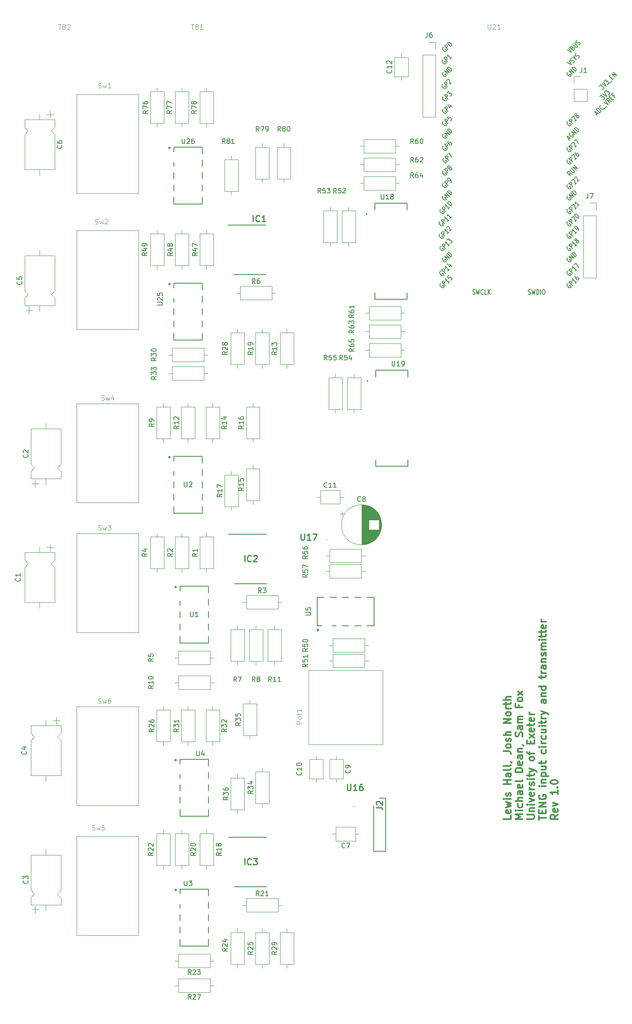
<source format=gbr>
%TF.GenerationSoftware,KiCad,Pcbnew,7.0.10*%
%TF.CreationDate,2024-03-27T11:58:10+00:00*%
%TF.ProjectId,TENG input circuitry and transmitter,54454e47-2069-46e7-9075-742063697263,rev?*%
%TF.SameCoordinates,Original*%
%TF.FileFunction,Legend,Top*%
%TF.FilePolarity,Positive*%
%FSLAX46Y46*%
G04 Gerber Fmt 4.6, Leading zero omitted, Abs format (unit mm)*
G04 Created by KiCad (PCBNEW 7.0.10) date 2024-03-27 11:58:10*
%MOMM*%
%LPD*%
G01*
G04 APERTURE LIST*
%ADD10C,0.300000*%
%ADD11C,0.150000*%
%ADD12C,0.100000*%
%ADD13C,0.254000*%
%ADD14C,0.120000*%
%ADD15C,0.152400*%
%ADD16C,0.200000*%
%ADD17C,0.127000*%
G04 APERTURE END LIST*
D10*
X134285828Y-198121203D02*
X134285828Y-198835489D01*
X134285828Y-198835489D02*
X132785828Y-198835489D01*
X134214400Y-197049774D02*
X134285828Y-197192631D01*
X134285828Y-197192631D02*
X134285828Y-197478346D01*
X134285828Y-197478346D02*
X134214400Y-197621203D01*
X134214400Y-197621203D02*
X134071542Y-197692631D01*
X134071542Y-197692631D02*
X133500114Y-197692631D01*
X133500114Y-197692631D02*
X133357257Y-197621203D01*
X133357257Y-197621203D02*
X133285828Y-197478346D01*
X133285828Y-197478346D02*
X133285828Y-197192631D01*
X133285828Y-197192631D02*
X133357257Y-197049774D01*
X133357257Y-197049774D02*
X133500114Y-196978346D01*
X133500114Y-196978346D02*
X133642971Y-196978346D01*
X133642971Y-196978346D02*
X133785828Y-197692631D01*
X133285828Y-196478346D02*
X134285828Y-196192632D01*
X134285828Y-196192632D02*
X133571542Y-195906917D01*
X133571542Y-195906917D02*
X134285828Y-195621203D01*
X134285828Y-195621203D02*
X133285828Y-195335489D01*
X134285828Y-194764060D02*
X133285828Y-194764060D01*
X132785828Y-194764060D02*
X132857257Y-194835488D01*
X132857257Y-194835488D02*
X132928685Y-194764060D01*
X132928685Y-194764060D02*
X132857257Y-194692631D01*
X132857257Y-194692631D02*
X132785828Y-194764060D01*
X132785828Y-194764060D02*
X132928685Y-194764060D01*
X134214400Y-194121202D02*
X134285828Y-193978345D01*
X134285828Y-193978345D02*
X134285828Y-193692631D01*
X134285828Y-193692631D02*
X134214400Y-193549774D01*
X134214400Y-193549774D02*
X134071542Y-193478345D01*
X134071542Y-193478345D02*
X134000114Y-193478345D01*
X134000114Y-193478345D02*
X133857257Y-193549774D01*
X133857257Y-193549774D02*
X133785828Y-193692631D01*
X133785828Y-193692631D02*
X133785828Y-193906917D01*
X133785828Y-193906917D02*
X133714400Y-194049774D01*
X133714400Y-194049774D02*
X133571542Y-194121202D01*
X133571542Y-194121202D02*
X133500114Y-194121202D01*
X133500114Y-194121202D02*
X133357257Y-194049774D01*
X133357257Y-194049774D02*
X133285828Y-193906917D01*
X133285828Y-193906917D02*
X133285828Y-193692631D01*
X133285828Y-193692631D02*
X133357257Y-193549774D01*
X134285828Y-191692631D02*
X132785828Y-191692631D01*
X133500114Y-191692631D02*
X133500114Y-190835488D01*
X134285828Y-190835488D02*
X132785828Y-190835488D01*
X134285828Y-189478345D02*
X133500114Y-189478345D01*
X133500114Y-189478345D02*
X133357257Y-189549773D01*
X133357257Y-189549773D02*
X133285828Y-189692630D01*
X133285828Y-189692630D02*
X133285828Y-189978345D01*
X133285828Y-189978345D02*
X133357257Y-190121202D01*
X134214400Y-189478345D02*
X134285828Y-189621202D01*
X134285828Y-189621202D02*
X134285828Y-189978345D01*
X134285828Y-189978345D02*
X134214400Y-190121202D01*
X134214400Y-190121202D02*
X134071542Y-190192630D01*
X134071542Y-190192630D02*
X133928685Y-190192630D01*
X133928685Y-190192630D02*
X133785828Y-190121202D01*
X133785828Y-190121202D02*
X133714400Y-189978345D01*
X133714400Y-189978345D02*
X133714400Y-189621202D01*
X133714400Y-189621202D02*
X133642971Y-189478345D01*
X134285828Y-188549773D02*
X134214400Y-188692630D01*
X134214400Y-188692630D02*
X134071542Y-188764059D01*
X134071542Y-188764059D02*
X132785828Y-188764059D01*
X134285828Y-187764059D02*
X134214400Y-187906916D01*
X134214400Y-187906916D02*
X134071542Y-187978345D01*
X134071542Y-187978345D02*
X132785828Y-187978345D01*
X134214400Y-187121202D02*
X134285828Y-187121202D01*
X134285828Y-187121202D02*
X134428685Y-187192631D01*
X134428685Y-187192631D02*
X134500114Y-187264059D01*
X132785828Y-184906916D02*
X133857257Y-184906916D01*
X133857257Y-184906916D02*
X134071542Y-184978345D01*
X134071542Y-184978345D02*
X134214400Y-185121202D01*
X134214400Y-185121202D02*
X134285828Y-185335488D01*
X134285828Y-185335488D02*
X134285828Y-185478345D01*
X134285828Y-183978345D02*
X134214400Y-184121202D01*
X134214400Y-184121202D02*
X134142971Y-184192631D01*
X134142971Y-184192631D02*
X134000114Y-184264059D01*
X134000114Y-184264059D02*
X133571542Y-184264059D01*
X133571542Y-184264059D02*
X133428685Y-184192631D01*
X133428685Y-184192631D02*
X133357257Y-184121202D01*
X133357257Y-184121202D02*
X133285828Y-183978345D01*
X133285828Y-183978345D02*
X133285828Y-183764059D01*
X133285828Y-183764059D02*
X133357257Y-183621202D01*
X133357257Y-183621202D02*
X133428685Y-183549774D01*
X133428685Y-183549774D02*
X133571542Y-183478345D01*
X133571542Y-183478345D02*
X134000114Y-183478345D01*
X134000114Y-183478345D02*
X134142971Y-183549774D01*
X134142971Y-183549774D02*
X134214400Y-183621202D01*
X134214400Y-183621202D02*
X134285828Y-183764059D01*
X134285828Y-183764059D02*
X134285828Y-183978345D01*
X134214400Y-182906916D02*
X134285828Y-182764059D01*
X134285828Y-182764059D02*
X134285828Y-182478345D01*
X134285828Y-182478345D02*
X134214400Y-182335488D01*
X134214400Y-182335488D02*
X134071542Y-182264059D01*
X134071542Y-182264059D02*
X134000114Y-182264059D01*
X134000114Y-182264059D02*
X133857257Y-182335488D01*
X133857257Y-182335488D02*
X133785828Y-182478345D01*
X133785828Y-182478345D02*
X133785828Y-182692631D01*
X133785828Y-182692631D02*
X133714400Y-182835488D01*
X133714400Y-182835488D02*
X133571542Y-182906916D01*
X133571542Y-182906916D02*
X133500114Y-182906916D01*
X133500114Y-182906916D02*
X133357257Y-182835488D01*
X133357257Y-182835488D02*
X133285828Y-182692631D01*
X133285828Y-182692631D02*
X133285828Y-182478345D01*
X133285828Y-182478345D02*
X133357257Y-182335488D01*
X134285828Y-181621202D02*
X132785828Y-181621202D01*
X134285828Y-180978345D02*
X133500114Y-180978345D01*
X133500114Y-180978345D02*
X133357257Y-181049773D01*
X133357257Y-181049773D02*
X133285828Y-181192630D01*
X133285828Y-181192630D02*
X133285828Y-181406916D01*
X133285828Y-181406916D02*
X133357257Y-181549773D01*
X133357257Y-181549773D02*
X133428685Y-181621202D01*
X134285828Y-179121202D02*
X132785828Y-179121202D01*
X132785828Y-179121202D02*
X134285828Y-178264059D01*
X134285828Y-178264059D02*
X132785828Y-178264059D01*
X134285828Y-177335487D02*
X134214400Y-177478344D01*
X134214400Y-177478344D02*
X134142971Y-177549773D01*
X134142971Y-177549773D02*
X134000114Y-177621201D01*
X134000114Y-177621201D02*
X133571542Y-177621201D01*
X133571542Y-177621201D02*
X133428685Y-177549773D01*
X133428685Y-177549773D02*
X133357257Y-177478344D01*
X133357257Y-177478344D02*
X133285828Y-177335487D01*
X133285828Y-177335487D02*
X133285828Y-177121201D01*
X133285828Y-177121201D02*
X133357257Y-176978344D01*
X133357257Y-176978344D02*
X133428685Y-176906916D01*
X133428685Y-176906916D02*
X133571542Y-176835487D01*
X133571542Y-176835487D02*
X134000114Y-176835487D01*
X134000114Y-176835487D02*
X134142971Y-176906916D01*
X134142971Y-176906916D02*
X134214400Y-176978344D01*
X134214400Y-176978344D02*
X134285828Y-177121201D01*
X134285828Y-177121201D02*
X134285828Y-177335487D01*
X134285828Y-176192630D02*
X133285828Y-176192630D01*
X133571542Y-176192630D02*
X133428685Y-176121201D01*
X133428685Y-176121201D02*
X133357257Y-176049773D01*
X133357257Y-176049773D02*
X133285828Y-175906915D01*
X133285828Y-175906915D02*
X133285828Y-175764058D01*
X133285828Y-175478344D02*
X133285828Y-174906916D01*
X132785828Y-175264059D02*
X134071542Y-175264059D01*
X134071542Y-175264059D02*
X134214400Y-175192630D01*
X134214400Y-175192630D02*
X134285828Y-175049773D01*
X134285828Y-175049773D02*
X134285828Y-174906916D01*
X134285828Y-174406916D02*
X132785828Y-174406916D01*
X134285828Y-173764059D02*
X133500114Y-173764059D01*
X133500114Y-173764059D02*
X133357257Y-173835487D01*
X133357257Y-173835487D02*
X133285828Y-173978344D01*
X133285828Y-173978344D02*
X133285828Y-174192630D01*
X133285828Y-174192630D02*
X133357257Y-174335487D01*
X133357257Y-174335487D02*
X133428685Y-174406916D01*
X136700828Y-198835489D02*
X135200828Y-198835489D01*
X135200828Y-198835489D02*
X136272257Y-198335489D01*
X136272257Y-198335489D02*
X135200828Y-197835489D01*
X135200828Y-197835489D02*
X136700828Y-197835489D01*
X136700828Y-197121203D02*
X135700828Y-197121203D01*
X135200828Y-197121203D02*
X135272257Y-197192631D01*
X135272257Y-197192631D02*
X135343685Y-197121203D01*
X135343685Y-197121203D02*
X135272257Y-197049774D01*
X135272257Y-197049774D02*
X135200828Y-197121203D01*
X135200828Y-197121203D02*
X135343685Y-197121203D01*
X136629400Y-195764060D02*
X136700828Y-195906917D01*
X136700828Y-195906917D02*
X136700828Y-196192631D01*
X136700828Y-196192631D02*
X136629400Y-196335488D01*
X136629400Y-196335488D02*
X136557971Y-196406917D01*
X136557971Y-196406917D02*
X136415114Y-196478345D01*
X136415114Y-196478345D02*
X135986542Y-196478345D01*
X135986542Y-196478345D02*
X135843685Y-196406917D01*
X135843685Y-196406917D02*
X135772257Y-196335488D01*
X135772257Y-196335488D02*
X135700828Y-196192631D01*
X135700828Y-196192631D02*
X135700828Y-195906917D01*
X135700828Y-195906917D02*
X135772257Y-195764060D01*
X136700828Y-195121203D02*
X135200828Y-195121203D01*
X136700828Y-194478346D02*
X135915114Y-194478346D01*
X135915114Y-194478346D02*
X135772257Y-194549774D01*
X135772257Y-194549774D02*
X135700828Y-194692631D01*
X135700828Y-194692631D02*
X135700828Y-194906917D01*
X135700828Y-194906917D02*
X135772257Y-195049774D01*
X135772257Y-195049774D02*
X135843685Y-195121203D01*
X136700828Y-193121203D02*
X135915114Y-193121203D01*
X135915114Y-193121203D02*
X135772257Y-193192631D01*
X135772257Y-193192631D02*
X135700828Y-193335488D01*
X135700828Y-193335488D02*
X135700828Y-193621203D01*
X135700828Y-193621203D02*
X135772257Y-193764060D01*
X136629400Y-193121203D02*
X136700828Y-193264060D01*
X136700828Y-193264060D02*
X136700828Y-193621203D01*
X136700828Y-193621203D02*
X136629400Y-193764060D01*
X136629400Y-193764060D02*
X136486542Y-193835488D01*
X136486542Y-193835488D02*
X136343685Y-193835488D01*
X136343685Y-193835488D02*
X136200828Y-193764060D01*
X136200828Y-193764060D02*
X136129400Y-193621203D01*
X136129400Y-193621203D02*
X136129400Y-193264060D01*
X136129400Y-193264060D02*
X136057971Y-193121203D01*
X136629400Y-191835488D02*
X136700828Y-191978345D01*
X136700828Y-191978345D02*
X136700828Y-192264060D01*
X136700828Y-192264060D02*
X136629400Y-192406917D01*
X136629400Y-192406917D02*
X136486542Y-192478345D01*
X136486542Y-192478345D02*
X135915114Y-192478345D01*
X135915114Y-192478345D02*
X135772257Y-192406917D01*
X135772257Y-192406917D02*
X135700828Y-192264060D01*
X135700828Y-192264060D02*
X135700828Y-191978345D01*
X135700828Y-191978345D02*
X135772257Y-191835488D01*
X135772257Y-191835488D02*
X135915114Y-191764060D01*
X135915114Y-191764060D02*
X136057971Y-191764060D01*
X136057971Y-191764060D02*
X136200828Y-192478345D01*
X136700828Y-190906917D02*
X136629400Y-191049774D01*
X136629400Y-191049774D02*
X136486542Y-191121203D01*
X136486542Y-191121203D02*
X135200828Y-191121203D01*
X136700828Y-189192632D02*
X135200828Y-189192632D01*
X135200828Y-189192632D02*
X135200828Y-188835489D01*
X135200828Y-188835489D02*
X135272257Y-188621203D01*
X135272257Y-188621203D02*
X135415114Y-188478346D01*
X135415114Y-188478346D02*
X135557971Y-188406917D01*
X135557971Y-188406917D02*
X135843685Y-188335489D01*
X135843685Y-188335489D02*
X136057971Y-188335489D01*
X136057971Y-188335489D02*
X136343685Y-188406917D01*
X136343685Y-188406917D02*
X136486542Y-188478346D01*
X136486542Y-188478346D02*
X136629400Y-188621203D01*
X136629400Y-188621203D02*
X136700828Y-188835489D01*
X136700828Y-188835489D02*
X136700828Y-189192632D01*
X136629400Y-187121203D02*
X136700828Y-187264060D01*
X136700828Y-187264060D02*
X136700828Y-187549775D01*
X136700828Y-187549775D02*
X136629400Y-187692632D01*
X136629400Y-187692632D02*
X136486542Y-187764060D01*
X136486542Y-187764060D02*
X135915114Y-187764060D01*
X135915114Y-187764060D02*
X135772257Y-187692632D01*
X135772257Y-187692632D02*
X135700828Y-187549775D01*
X135700828Y-187549775D02*
X135700828Y-187264060D01*
X135700828Y-187264060D02*
X135772257Y-187121203D01*
X135772257Y-187121203D02*
X135915114Y-187049775D01*
X135915114Y-187049775D02*
X136057971Y-187049775D01*
X136057971Y-187049775D02*
X136200828Y-187764060D01*
X136700828Y-185764061D02*
X135915114Y-185764061D01*
X135915114Y-185764061D02*
X135772257Y-185835489D01*
X135772257Y-185835489D02*
X135700828Y-185978346D01*
X135700828Y-185978346D02*
X135700828Y-186264061D01*
X135700828Y-186264061D02*
X135772257Y-186406918D01*
X136629400Y-185764061D02*
X136700828Y-185906918D01*
X136700828Y-185906918D02*
X136700828Y-186264061D01*
X136700828Y-186264061D02*
X136629400Y-186406918D01*
X136629400Y-186406918D02*
X136486542Y-186478346D01*
X136486542Y-186478346D02*
X136343685Y-186478346D01*
X136343685Y-186478346D02*
X136200828Y-186406918D01*
X136200828Y-186406918D02*
X136129400Y-186264061D01*
X136129400Y-186264061D02*
X136129400Y-185906918D01*
X136129400Y-185906918D02*
X136057971Y-185764061D01*
X135700828Y-185049775D02*
X136700828Y-185049775D01*
X135843685Y-185049775D02*
X135772257Y-184978346D01*
X135772257Y-184978346D02*
X135700828Y-184835489D01*
X135700828Y-184835489D02*
X135700828Y-184621203D01*
X135700828Y-184621203D02*
X135772257Y-184478346D01*
X135772257Y-184478346D02*
X135915114Y-184406918D01*
X135915114Y-184406918D02*
X136700828Y-184406918D01*
X136629400Y-183621203D02*
X136700828Y-183621203D01*
X136700828Y-183621203D02*
X136843685Y-183692632D01*
X136843685Y-183692632D02*
X136915114Y-183764060D01*
X136629400Y-181906917D02*
X136700828Y-181692632D01*
X136700828Y-181692632D02*
X136700828Y-181335489D01*
X136700828Y-181335489D02*
X136629400Y-181192632D01*
X136629400Y-181192632D02*
X136557971Y-181121203D01*
X136557971Y-181121203D02*
X136415114Y-181049774D01*
X136415114Y-181049774D02*
X136272257Y-181049774D01*
X136272257Y-181049774D02*
X136129400Y-181121203D01*
X136129400Y-181121203D02*
X136057971Y-181192632D01*
X136057971Y-181192632D02*
X135986542Y-181335489D01*
X135986542Y-181335489D02*
X135915114Y-181621203D01*
X135915114Y-181621203D02*
X135843685Y-181764060D01*
X135843685Y-181764060D02*
X135772257Y-181835489D01*
X135772257Y-181835489D02*
X135629400Y-181906917D01*
X135629400Y-181906917D02*
X135486542Y-181906917D01*
X135486542Y-181906917D02*
X135343685Y-181835489D01*
X135343685Y-181835489D02*
X135272257Y-181764060D01*
X135272257Y-181764060D02*
X135200828Y-181621203D01*
X135200828Y-181621203D02*
X135200828Y-181264060D01*
X135200828Y-181264060D02*
X135272257Y-181049774D01*
X136700828Y-179764061D02*
X135915114Y-179764061D01*
X135915114Y-179764061D02*
X135772257Y-179835489D01*
X135772257Y-179835489D02*
X135700828Y-179978346D01*
X135700828Y-179978346D02*
X135700828Y-180264061D01*
X135700828Y-180264061D02*
X135772257Y-180406918D01*
X136629400Y-179764061D02*
X136700828Y-179906918D01*
X136700828Y-179906918D02*
X136700828Y-180264061D01*
X136700828Y-180264061D02*
X136629400Y-180406918D01*
X136629400Y-180406918D02*
X136486542Y-180478346D01*
X136486542Y-180478346D02*
X136343685Y-180478346D01*
X136343685Y-180478346D02*
X136200828Y-180406918D01*
X136200828Y-180406918D02*
X136129400Y-180264061D01*
X136129400Y-180264061D02*
X136129400Y-179906918D01*
X136129400Y-179906918D02*
X136057971Y-179764061D01*
X136700828Y-179049775D02*
X135700828Y-179049775D01*
X135843685Y-179049775D02*
X135772257Y-178978346D01*
X135772257Y-178978346D02*
X135700828Y-178835489D01*
X135700828Y-178835489D02*
X135700828Y-178621203D01*
X135700828Y-178621203D02*
X135772257Y-178478346D01*
X135772257Y-178478346D02*
X135915114Y-178406918D01*
X135915114Y-178406918D02*
X136700828Y-178406918D01*
X135915114Y-178406918D02*
X135772257Y-178335489D01*
X135772257Y-178335489D02*
X135700828Y-178192632D01*
X135700828Y-178192632D02*
X135700828Y-177978346D01*
X135700828Y-177978346D02*
X135772257Y-177835489D01*
X135772257Y-177835489D02*
X135915114Y-177764060D01*
X135915114Y-177764060D02*
X136700828Y-177764060D01*
X135915114Y-175406918D02*
X135915114Y-175906918D01*
X136700828Y-175906918D02*
X135200828Y-175906918D01*
X135200828Y-175906918D02*
X135200828Y-175192632D01*
X136700828Y-174406918D02*
X136629400Y-174549775D01*
X136629400Y-174549775D02*
X136557971Y-174621204D01*
X136557971Y-174621204D02*
X136415114Y-174692632D01*
X136415114Y-174692632D02*
X135986542Y-174692632D01*
X135986542Y-174692632D02*
X135843685Y-174621204D01*
X135843685Y-174621204D02*
X135772257Y-174549775D01*
X135772257Y-174549775D02*
X135700828Y-174406918D01*
X135700828Y-174406918D02*
X135700828Y-174192632D01*
X135700828Y-174192632D02*
X135772257Y-174049775D01*
X135772257Y-174049775D02*
X135843685Y-173978347D01*
X135843685Y-173978347D02*
X135986542Y-173906918D01*
X135986542Y-173906918D02*
X136415114Y-173906918D01*
X136415114Y-173906918D02*
X136557971Y-173978347D01*
X136557971Y-173978347D02*
X136629400Y-174049775D01*
X136629400Y-174049775D02*
X136700828Y-174192632D01*
X136700828Y-174192632D02*
X136700828Y-174406918D01*
X136700828Y-173406918D02*
X135700828Y-172621204D01*
X135700828Y-173406918D02*
X136700828Y-172621204D01*
X137615828Y-198835489D02*
X138830114Y-198835489D01*
X138830114Y-198835489D02*
X138972971Y-198764060D01*
X138972971Y-198764060D02*
X139044400Y-198692632D01*
X139044400Y-198692632D02*
X139115828Y-198549774D01*
X139115828Y-198549774D02*
X139115828Y-198264060D01*
X139115828Y-198264060D02*
X139044400Y-198121203D01*
X139044400Y-198121203D02*
X138972971Y-198049774D01*
X138972971Y-198049774D02*
X138830114Y-197978346D01*
X138830114Y-197978346D02*
X137615828Y-197978346D01*
X138115828Y-197264060D02*
X139115828Y-197264060D01*
X138258685Y-197264060D02*
X138187257Y-197192631D01*
X138187257Y-197192631D02*
X138115828Y-197049774D01*
X138115828Y-197049774D02*
X138115828Y-196835488D01*
X138115828Y-196835488D02*
X138187257Y-196692631D01*
X138187257Y-196692631D02*
X138330114Y-196621203D01*
X138330114Y-196621203D02*
X139115828Y-196621203D01*
X139115828Y-195906917D02*
X138115828Y-195906917D01*
X137615828Y-195906917D02*
X137687257Y-195978345D01*
X137687257Y-195978345D02*
X137758685Y-195906917D01*
X137758685Y-195906917D02*
X137687257Y-195835488D01*
X137687257Y-195835488D02*
X137615828Y-195906917D01*
X137615828Y-195906917D02*
X137758685Y-195906917D01*
X138115828Y-195335488D02*
X139115828Y-194978345D01*
X139115828Y-194978345D02*
X138115828Y-194621202D01*
X139044400Y-193478345D02*
X139115828Y-193621202D01*
X139115828Y-193621202D02*
X139115828Y-193906917D01*
X139115828Y-193906917D02*
X139044400Y-194049774D01*
X139044400Y-194049774D02*
X138901542Y-194121202D01*
X138901542Y-194121202D02*
X138330114Y-194121202D01*
X138330114Y-194121202D02*
X138187257Y-194049774D01*
X138187257Y-194049774D02*
X138115828Y-193906917D01*
X138115828Y-193906917D02*
X138115828Y-193621202D01*
X138115828Y-193621202D02*
X138187257Y-193478345D01*
X138187257Y-193478345D02*
X138330114Y-193406917D01*
X138330114Y-193406917D02*
X138472971Y-193406917D01*
X138472971Y-193406917D02*
X138615828Y-194121202D01*
X139115828Y-192764060D02*
X138115828Y-192764060D01*
X138401542Y-192764060D02*
X138258685Y-192692631D01*
X138258685Y-192692631D02*
X138187257Y-192621203D01*
X138187257Y-192621203D02*
X138115828Y-192478345D01*
X138115828Y-192478345D02*
X138115828Y-192335488D01*
X139044400Y-191906917D02*
X139115828Y-191764060D01*
X139115828Y-191764060D02*
X139115828Y-191478346D01*
X139115828Y-191478346D02*
X139044400Y-191335489D01*
X139044400Y-191335489D02*
X138901542Y-191264060D01*
X138901542Y-191264060D02*
X138830114Y-191264060D01*
X138830114Y-191264060D02*
X138687257Y-191335489D01*
X138687257Y-191335489D02*
X138615828Y-191478346D01*
X138615828Y-191478346D02*
X138615828Y-191692632D01*
X138615828Y-191692632D02*
X138544400Y-191835489D01*
X138544400Y-191835489D02*
X138401542Y-191906917D01*
X138401542Y-191906917D02*
X138330114Y-191906917D01*
X138330114Y-191906917D02*
X138187257Y-191835489D01*
X138187257Y-191835489D02*
X138115828Y-191692632D01*
X138115828Y-191692632D02*
X138115828Y-191478346D01*
X138115828Y-191478346D02*
X138187257Y-191335489D01*
X139115828Y-190621203D02*
X138115828Y-190621203D01*
X137615828Y-190621203D02*
X137687257Y-190692631D01*
X137687257Y-190692631D02*
X137758685Y-190621203D01*
X137758685Y-190621203D02*
X137687257Y-190549774D01*
X137687257Y-190549774D02*
X137615828Y-190621203D01*
X137615828Y-190621203D02*
X137758685Y-190621203D01*
X138115828Y-190121202D02*
X138115828Y-189549774D01*
X137615828Y-189906917D02*
X138901542Y-189906917D01*
X138901542Y-189906917D02*
X139044400Y-189835488D01*
X139044400Y-189835488D02*
X139115828Y-189692631D01*
X139115828Y-189692631D02*
X139115828Y-189549774D01*
X138115828Y-189192631D02*
X139115828Y-188835488D01*
X138115828Y-188478345D02*
X139115828Y-188835488D01*
X139115828Y-188835488D02*
X139472971Y-188978345D01*
X139472971Y-188978345D02*
X139544400Y-189049774D01*
X139544400Y-189049774D02*
X139615828Y-189192631D01*
X139115828Y-186549774D02*
X139044400Y-186692631D01*
X139044400Y-186692631D02*
X138972971Y-186764060D01*
X138972971Y-186764060D02*
X138830114Y-186835488D01*
X138830114Y-186835488D02*
X138401542Y-186835488D01*
X138401542Y-186835488D02*
X138258685Y-186764060D01*
X138258685Y-186764060D02*
X138187257Y-186692631D01*
X138187257Y-186692631D02*
X138115828Y-186549774D01*
X138115828Y-186549774D02*
X138115828Y-186335488D01*
X138115828Y-186335488D02*
X138187257Y-186192631D01*
X138187257Y-186192631D02*
X138258685Y-186121203D01*
X138258685Y-186121203D02*
X138401542Y-186049774D01*
X138401542Y-186049774D02*
X138830114Y-186049774D01*
X138830114Y-186049774D02*
X138972971Y-186121203D01*
X138972971Y-186121203D02*
X139044400Y-186192631D01*
X139044400Y-186192631D02*
X139115828Y-186335488D01*
X139115828Y-186335488D02*
X139115828Y-186549774D01*
X138115828Y-185621202D02*
X138115828Y-185049774D01*
X139115828Y-185406917D02*
X137830114Y-185406917D01*
X137830114Y-185406917D02*
X137687257Y-185335488D01*
X137687257Y-185335488D02*
X137615828Y-185192631D01*
X137615828Y-185192631D02*
X137615828Y-185049774D01*
X138330114Y-183406917D02*
X138330114Y-182906917D01*
X139115828Y-182692631D02*
X139115828Y-183406917D01*
X139115828Y-183406917D02*
X137615828Y-183406917D01*
X137615828Y-183406917D02*
X137615828Y-182692631D01*
X139115828Y-182192631D02*
X138115828Y-181406917D01*
X138115828Y-182192631D02*
X139115828Y-181406917D01*
X139044400Y-180264059D02*
X139115828Y-180406916D01*
X139115828Y-180406916D02*
X139115828Y-180692631D01*
X139115828Y-180692631D02*
X139044400Y-180835488D01*
X139044400Y-180835488D02*
X138901542Y-180906916D01*
X138901542Y-180906916D02*
X138330114Y-180906916D01*
X138330114Y-180906916D02*
X138187257Y-180835488D01*
X138187257Y-180835488D02*
X138115828Y-180692631D01*
X138115828Y-180692631D02*
X138115828Y-180406916D01*
X138115828Y-180406916D02*
X138187257Y-180264059D01*
X138187257Y-180264059D02*
X138330114Y-180192631D01*
X138330114Y-180192631D02*
X138472971Y-180192631D01*
X138472971Y-180192631D02*
X138615828Y-180906916D01*
X138115828Y-179764059D02*
X138115828Y-179192631D01*
X137615828Y-179549774D02*
X138901542Y-179549774D01*
X138901542Y-179549774D02*
X139044400Y-179478345D01*
X139044400Y-179478345D02*
X139115828Y-179335488D01*
X139115828Y-179335488D02*
X139115828Y-179192631D01*
X139044400Y-178121202D02*
X139115828Y-178264059D01*
X139115828Y-178264059D02*
X139115828Y-178549774D01*
X139115828Y-178549774D02*
X139044400Y-178692631D01*
X139044400Y-178692631D02*
X138901542Y-178764059D01*
X138901542Y-178764059D02*
X138330114Y-178764059D01*
X138330114Y-178764059D02*
X138187257Y-178692631D01*
X138187257Y-178692631D02*
X138115828Y-178549774D01*
X138115828Y-178549774D02*
X138115828Y-178264059D01*
X138115828Y-178264059D02*
X138187257Y-178121202D01*
X138187257Y-178121202D02*
X138330114Y-178049774D01*
X138330114Y-178049774D02*
X138472971Y-178049774D01*
X138472971Y-178049774D02*
X138615828Y-178764059D01*
X139115828Y-177406917D02*
X138115828Y-177406917D01*
X138401542Y-177406917D02*
X138258685Y-177335488D01*
X138258685Y-177335488D02*
X138187257Y-177264060D01*
X138187257Y-177264060D02*
X138115828Y-177121202D01*
X138115828Y-177121202D02*
X138115828Y-176978345D01*
X140030828Y-199049774D02*
X140030828Y-198192632D01*
X141530828Y-198621203D02*
X140030828Y-198621203D01*
X140745114Y-197692632D02*
X140745114Y-197192632D01*
X141530828Y-196978346D02*
X141530828Y-197692632D01*
X141530828Y-197692632D02*
X140030828Y-197692632D01*
X140030828Y-197692632D02*
X140030828Y-196978346D01*
X141530828Y-196335489D02*
X140030828Y-196335489D01*
X140030828Y-196335489D02*
X141530828Y-195478346D01*
X141530828Y-195478346D02*
X140030828Y-195478346D01*
X140102257Y-193978345D02*
X140030828Y-194121203D01*
X140030828Y-194121203D02*
X140030828Y-194335488D01*
X140030828Y-194335488D02*
X140102257Y-194549774D01*
X140102257Y-194549774D02*
X140245114Y-194692631D01*
X140245114Y-194692631D02*
X140387971Y-194764060D01*
X140387971Y-194764060D02*
X140673685Y-194835488D01*
X140673685Y-194835488D02*
X140887971Y-194835488D01*
X140887971Y-194835488D02*
X141173685Y-194764060D01*
X141173685Y-194764060D02*
X141316542Y-194692631D01*
X141316542Y-194692631D02*
X141459400Y-194549774D01*
X141459400Y-194549774D02*
X141530828Y-194335488D01*
X141530828Y-194335488D02*
X141530828Y-194192631D01*
X141530828Y-194192631D02*
X141459400Y-193978345D01*
X141459400Y-193978345D02*
X141387971Y-193906917D01*
X141387971Y-193906917D02*
X140887971Y-193906917D01*
X140887971Y-193906917D02*
X140887971Y-194192631D01*
X141530828Y-192121203D02*
X140530828Y-192121203D01*
X140030828Y-192121203D02*
X140102257Y-192192631D01*
X140102257Y-192192631D02*
X140173685Y-192121203D01*
X140173685Y-192121203D02*
X140102257Y-192049774D01*
X140102257Y-192049774D02*
X140030828Y-192121203D01*
X140030828Y-192121203D02*
X140173685Y-192121203D01*
X140530828Y-191406917D02*
X141530828Y-191406917D01*
X140673685Y-191406917D02*
X140602257Y-191335488D01*
X140602257Y-191335488D02*
X140530828Y-191192631D01*
X140530828Y-191192631D02*
X140530828Y-190978345D01*
X140530828Y-190978345D02*
X140602257Y-190835488D01*
X140602257Y-190835488D02*
X140745114Y-190764060D01*
X140745114Y-190764060D02*
X141530828Y-190764060D01*
X140530828Y-190049774D02*
X142030828Y-190049774D01*
X140602257Y-190049774D02*
X140530828Y-189906917D01*
X140530828Y-189906917D02*
X140530828Y-189621202D01*
X140530828Y-189621202D02*
X140602257Y-189478345D01*
X140602257Y-189478345D02*
X140673685Y-189406917D01*
X140673685Y-189406917D02*
X140816542Y-189335488D01*
X140816542Y-189335488D02*
X141245114Y-189335488D01*
X141245114Y-189335488D02*
X141387971Y-189406917D01*
X141387971Y-189406917D02*
X141459400Y-189478345D01*
X141459400Y-189478345D02*
X141530828Y-189621202D01*
X141530828Y-189621202D02*
X141530828Y-189906917D01*
X141530828Y-189906917D02*
X141459400Y-190049774D01*
X140530828Y-188049774D02*
X141530828Y-188049774D01*
X140530828Y-188692631D02*
X141316542Y-188692631D01*
X141316542Y-188692631D02*
X141459400Y-188621202D01*
X141459400Y-188621202D02*
X141530828Y-188478345D01*
X141530828Y-188478345D02*
X141530828Y-188264059D01*
X141530828Y-188264059D02*
X141459400Y-188121202D01*
X141459400Y-188121202D02*
X141387971Y-188049774D01*
X140530828Y-187549773D02*
X140530828Y-186978345D01*
X140030828Y-187335488D02*
X141316542Y-187335488D01*
X141316542Y-187335488D02*
X141459400Y-187264059D01*
X141459400Y-187264059D02*
X141530828Y-187121202D01*
X141530828Y-187121202D02*
X141530828Y-186978345D01*
X141459400Y-184692631D02*
X141530828Y-184835488D01*
X141530828Y-184835488D02*
X141530828Y-185121202D01*
X141530828Y-185121202D02*
X141459400Y-185264059D01*
X141459400Y-185264059D02*
X141387971Y-185335488D01*
X141387971Y-185335488D02*
X141245114Y-185406916D01*
X141245114Y-185406916D02*
X140816542Y-185406916D01*
X140816542Y-185406916D02*
X140673685Y-185335488D01*
X140673685Y-185335488D02*
X140602257Y-185264059D01*
X140602257Y-185264059D02*
X140530828Y-185121202D01*
X140530828Y-185121202D02*
X140530828Y-184835488D01*
X140530828Y-184835488D02*
X140602257Y-184692631D01*
X141530828Y-184049774D02*
X140530828Y-184049774D01*
X140030828Y-184049774D02*
X140102257Y-184121202D01*
X140102257Y-184121202D02*
X140173685Y-184049774D01*
X140173685Y-184049774D02*
X140102257Y-183978345D01*
X140102257Y-183978345D02*
X140030828Y-184049774D01*
X140030828Y-184049774D02*
X140173685Y-184049774D01*
X141530828Y-183335488D02*
X140530828Y-183335488D01*
X140816542Y-183335488D02*
X140673685Y-183264059D01*
X140673685Y-183264059D02*
X140602257Y-183192631D01*
X140602257Y-183192631D02*
X140530828Y-183049773D01*
X140530828Y-183049773D02*
X140530828Y-182906916D01*
X141459400Y-181764060D02*
X141530828Y-181906917D01*
X141530828Y-181906917D02*
X141530828Y-182192631D01*
X141530828Y-182192631D02*
X141459400Y-182335488D01*
X141459400Y-182335488D02*
X141387971Y-182406917D01*
X141387971Y-182406917D02*
X141245114Y-182478345D01*
X141245114Y-182478345D02*
X140816542Y-182478345D01*
X140816542Y-182478345D02*
X140673685Y-182406917D01*
X140673685Y-182406917D02*
X140602257Y-182335488D01*
X140602257Y-182335488D02*
X140530828Y-182192631D01*
X140530828Y-182192631D02*
X140530828Y-181906917D01*
X140530828Y-181906917D02*
X140602257Y-181764060D01*
X140530828Y-180478346D02*
X141530828Y-180478346D01*
X140530828Y-181121203D02*
X141316542Y-181121203D01*
X141316542Y-181121203D02*
X141459400Y-181049774D01*
X141459400Y-181049774D02*
X141530828Y-180906917D01*
X141530828Y-180906917D02*
X141530828Y-180692631D01*
X141530828Y-180692631D02*
X141459400Y-180549774D01*
X141459400Y-180549774D02*
X141387971Y-180478346D01*
X141530828Y-179764060D02*
X140530828Y-179764060D01*
X140030828Y-179764060D02*
X140102257Y-179835488D01*
X140102257Y-179835488D02*
X140173685Y-179764060D01*
X140173685Y-179764060D02*
X140102257Y-179692631D01*
X140102257Y-179692631D02*
X140030828Y-179764060D01*
X140030828Y-179764060D02*
X140173685Y-179764060D01*
X140530828Y-179264059D02*
X140530828Y-178692631D01*
X140030828Y-179049774D02*
X141316542Y-179049774D01*
X141316542Y-179049774D02*
X141459400Y-178978345D01*
X141459400Y-178978345D02*
X141530828Y-178835488D01*
X141530828Y-178835488D02*
X141530828Y-178692631D01*
X141530828Y-178192631D02*
X140530828Y-178192631D01*
X140816542Y-178192631D02*
X140673685Y-178121202D01*
X140673685Y-178121202D02*
X140602257Y-178049774D01*
X140602257Y-178049774D02*
X140530828Y-177906916D01*
X140530828Y-177906916D02*
X140530828Y-177764059D01*
X140530828Y-177406917D02*
X141530828Y-177049774D01*
X140530828Y-176692631D02*
X141530828Y-177049774D01*
X141530828Y-177049774D02*
X141887971Y-177192631D01*
X141887971Y-177192631D02*
X141959400Y-177264060D01*
X141959400Y-177264060D02*
X142030828Y-177406917D01*
X141530828Y-174335489D02*
X140745114Y-174335489D01*
X140745114Y-174335489D02*
X140602257Y-174406917D01*
X140602257Y-174406917D02*
X140530828Y-174549774D01*
X140530828Y-174549774D02*
X140530828Y-174835489D01*
X140530828Y-174835489D02*
X140602257Y-174978346D01*
X141459400Y-174335489D02*
X141530828Y-174478346D01*
X141530828Y-174478346D02*
X141530828Y-174835489D01*
X141530828Y-174835489D02*
X141459400Y-174978346D01*
X141459400Y-174978346D02*
X141316542Y-175049774D01*
X141316542Y-175049774D02*
X141173685Y-175049774D01*
X141173685Y-175049774D02*
X141030828Y-174978346D01*
X141030828Y-174978346D02*
X140959400Y-174835489D01*
X140959400Y-174835489D02*
X140959400Y-174478346D01*
X140959400Y-174478346D02*
X140887971Y-174335489D01*
X140530828Y-173621203D02*
X141530828Y-173621203D01*
X140673685Y-173621203D02*
X140602257Y-173549774D01*
X140602257Y-173549774D02*
X140530828Y-173406917D01*
X140530828Y-173406917D02*
X140530828Y-173192631D01*
X140530828Y-173192631D02*
X140602257Y-173049774D01*
X140602257Y-173049774D02*
X140745114Y-172978346D01*
X140745114Y-172978346D02*
X141530828Y-172978346D01*
X141530828Y-171621203D02*
X140030828Y-171621203D01*
X141459400Y-171621203D02*
X141530828Y-171764060D01*
X141530828Y-171764060D02*
X141530828Y-172049774D01*
X141530828Y-172049774D02*
X141459400Y-172192631D01*
X141459400Y-172192631D02*
X141387971Y-172264060D01*
X141387971Y-172264060D02*
X141245114Y-172335488D01*
X141245114Y-172335488D02*
X140816542Y-172335488D01*
X140816542Y-172335488D02*
X140673685Y-172264060D01*
X140673685Y-172264060D02*
X140602257Y-172192631D01*
X140602257Y-172192631D02*
X140530828Y-172049774D01*
X140530828Y-172049774D02*
X140530828Y-171764060D01*
X140530828Y-171764060D02*
X140602257Y-171621203D01*
X140530828Y-169978345D02*
X140530828Y-169406917D01*
X140030828Y-169764060D02*
X141316542Y-169764060D01*
X141316542Y-169764060D02*
X141459400Y-169692631D01*
X141459400Y-169692631D02*
X141530828Y-169549774D01*
X141530828Y-169549774D02*
X141530828Y-169406917D01*
X141530828Y-168906917D02*
X140530828Y-168906917D01*
X140816542Y-168906917D02*
X140673685Y-168835488D01*
X140673685Y-168835488D02*
X140602257Y-168764060D01*
X140602257Y-168764060D02*
X140530828Y-168621202D01*
X140530828Y-168621202D02*
X140530828Y-168478345D01*
X141530828Y-167335489D02*
X140745114Y-167335489D01*
X140745114Y-167335489D02*
X140602257Y-167406917D01*
X140602257Y-167406917D02*
X140530828Y-167549774D01*
X140530828Y-167549774D02*
X140530828Y-167835489D01*
X140530828Y-167835489D02*
X140602257Y-167978346D01*
X141459400Y-167335489D02*
X141530828Y-167478346D01*
X141530828Y-167478346D02*
X141530828Y-167835489D01*
X141530828Y-167835489D02*
X141459400Y-167978346D01*
X141459400Y-167978346D02*
X141316542Y-168049774D01*
X141316542Y-168049774D02*
X141173685Y-168049774D01*
X141173685Y-168049774D02*
X141030828Y-167978346D01*
X141030828Y-167978346D02*
X140959400Y-167835489D01*
X140959400Y-167835489D02*
X140959400Y-167478346D01*
X140959400Y-167478346D02*
X140887971Y-167335489D01*
X140530828Y-166621203D02*
X141530828Y-166621203D01*
X140673685Y-166621203D02*
X140602257Y-166549774D01*
X140602257Y-166549774D02*
X140530828Y-166406917D01*
X140530828Y-166406917D02*
X140530828Y-166192631D01*
X140530828Y-166192631D02*
X140602257Y-166049774D01*
X140602257Y-166049774D02*
X140745114Y-165978346D01*
X140745114Y-165978346D02*
X141530828Y-165978346D01*
X141459400Y-165335488D02*
X141530828Y-165192631D01*
X141530828Y-165192631D02*
X141530828Y-164906917D01*
X141530828Y-164906917D02*
X141459400Y-164764060D01*
X141459400Y-164764060D02*
X141316542Y-164692631D01*
X141316542Y-164692631D02*
X141245114Y-164692631D01*
X141245114Y-164692631D02*
X141102257Y-164764060D01*
X141102257Y-164764060D02*
X141030828Y-164906917D01*
X141030828Y-164906917D02*
X141030828Y-165121203D01*
X141030828Y-165121203D02*
X140959400Y-165264060D01*
X140959400Y-165264060D02*
X140816542Y-165335488D01*
X140816542Y-165335488D02*
X140745114Y-165335488D01*
X140745114Y-165335488D02*
X140602257Y-165264060D01*
X140602257Y-165264060D02*
X140530828Y-165121203D01*
X140530828Y-165121203D02*
X140530828Y-164906917D01*
X140530828Y-164906917D02*
X140602257Y-164764060D01*
X141530828Y-164049774D02*
X140530828Y-164049774D01*
X140673685Y-164049774D02*
X140602257Y-163978345D01*
X140602257Y-163978345D02*
X140530828Y-163835488D01*
X140530828Y-163835488D02*
X140530828Y-163621202D01*
X140530828Y-163621202D02*
X140602257Y-163478345D01*
X140602257Y-163478345D02*
X140745114Y-163406917D01*
X140745114Y-163406917D02*
X141530828Y-163406917D01*
X140745114Y-163406917D02*
X140602257Y-163335488D01*
X140602257Y-163335488D02*
X140530828Y-163192631D01*
X140530828Y-163192631D02*
X140530828Y-162978345D01*
X140530828Y-162978345D02*
X140602257Y-162835488D01*
X140602257Y-162835488D02*
X140745114Y-162764059D01*
X140745114Y-162764059D02*
X141530828Y-162764059D01*
X141530828Y-162049774D02*
X140530828Y-162049774D01*
X140030828Y-162049774D02*
X140102257Y-162121202D01*
X140102257Y-162121202D02*
X140173685Y-162049774D01*
X140173685Y-162049774D02*
X140102257Y-161978345D01*
X140102257Y-161978345D02*
X140030828Y-162049774D01*
X140030828Y-162049774D02*
X140173685Y-162049774D01*
X140530828Y-161549773D02*
X140530828Y-160978345D01*
X140030828Y-161335488D02*
X141316542Y-161335488D01*
X141316542Y-161335488D02*
X141459400Y-161264059D01*
X141459400Y-161264059D02*
X141530828Y-161121202D01*
X141530828Y-161121202D02*
X141530828Y-160978345D01*
X140530828Y-160692630D02*
X140530828Y-160121202D01*
X140030828Y-160478345D02*
X141316542Y-160478345D01*
X141316542Y-160478345D02*
X141459400Y-160406916D01*
X141459400Y-160406916D02*
X141530828Y-160264059D01*
X141530828Y-160264059D02*
X141530828Y-160121202D01*
X141459400Y-159049773D02*
X141530828Y-159192630D01*
X141530828Y-159192630D02*
X141530828Y-159478345D01*
X141530828Y-159478345D02*
X141459400Y-159621202D01*
X141459400Y-159621202D02*
X141316542Y-159692630D01*
X141316542Y-159692630D02*
X140745114Y-159692630D01*
X140745114Y-159692630D02*
X140602257Y-159621202D01*
X140602257Y-159621202D02*
X140530828Y-159478345D01*
X140530828Y-159478345D02*
X140530828Y-159192630D01*
X140530828Y-159192630D02*
X140602257Y-159049773D01*
X140602257Y-159049773D02*
X140745114Y-158978345D01*
X140745114Y-158978345D02*
X140887971Y-158978345D01*
X140887971Y-158978345D02*
X141030828Y-159692630D01*
X141530828Y-158335488D02*
X140530828Y-158335488D01*
X140816542Y-158335488D02*
X140673685Y-158264059D01*
X140673685Y-158264059D02*
X140602257Y-158192631D01*
X140602257Y-158192631D02*
X140530828Y-158049773D01*
X140530828Y-158049773D02*
X140530828Y-157906916D01*
X143945828Y-197978346D02*
X143231542Y-198478346D01*
X143945828Y-198835489D02*
X142445828Y-198835489D01*
X142445828Y-198835489D02*
X142445828Y-198264060D01*
X142445828Y-198264060D02*
X142517257Y-198121203D01*
X142517257Y-198121203D02*
X142588685Y-198049774D01*
X142588685Y-198049774D02*
X142731542Y-197978346D01*
X142731542Y-197978346D02*
X142945828Y-197978346D01*
X142945828Y-197978346D02*
X143088685Y-198049774D01*
X143088685Y-198049774D02*
X143160114Y-198121203D01*
X143160114Y-198121203D02*
X143231542Y-198264060D01*
X143231542Y-198264060D02*
X143231542Y-198835489D01*
X143874400Y-196764060D02*
X143945828Y-196906917D01*
X143945828Y-196906917D02*
X143945828Y-197192632D01*
X143945828Y-197192632D02*
X143874400Y-197335489D01*
X143874400Y-197335489D02*
X143731542Y-197406917D01*
X143731542Y-197406917D02*
X143160114Y-197406917D01*
X143160114Y-197406917D02*
X143017257Y-197335489D01*
X143017257Y-197335489D02*
X142945828Y-197192632D01*
X142945828Y-197192632D02*
X142945828Y-196906917D01*
X142945828Y-196906917D02*
X143017257Y-196764060D01*
X143017257Y-196764060D02*
X143160114Y-196692632D01*
X143160114Y-196692632D02*
X143302971Y-196692632D01*
X143302971Y-196692632D02*
X143445828Y-197406917D01*
X142945828Y-196192632D02*
X143945828Y-195835489D01*
X143945828Y-195835489D02*
X142945828Y-195478346D01*
X143945828Y-192978346D02*
X143945828Y-193835489D01*
X143945828Y-193406918D02*
X142445828Y-193406918D01*
X142445828Y-193406918D02*
X142660114Y-193549775D01*
X142660114Y-193549775D02*
X142802971Y-193692632D01*
X142802971Y-193692632D02*
X142874400Y-193835489D01*
X143802971Y-192335490D02*
X143874400Y-192264061D01*
X143874400Y-192264061D02*
X143945828Y-192335490D01*
X143945828Y-192335490D02*
X143874400Y-192406918D01*
X143874400Y-192406918D02*
X143802971Y-192335490D01*
X143802971Y-192335490D02*
X143945828Y-192335490D01*
X142445828Y-191335489D02*
X142445828Y-191192632D01*
X142445828Y-191192632D02*
X142517257Y-191049775D01*
X142517257Y-191049775D02*
X142588685Y-190978347D01*
X142588685Y-190978347D02*
X142731542Y-190906918D01*
X142731542Y-190906918D02*
X143017257Y-190835489D01*
X143017257Y-190835489D02*
X143374400Y-190835489D01*
X143374400Y-190835489D02*
X143660114Y-190906918D01*
X143660114Y-190906918D02*
X143802971Y-190978347D01*
X143802971Y-190978347D02*
X143874400Y-191049775D01*
X143874400Y-191049775D02*
X143945828Y-191192632D01*
X143945828Y-191192632D02*
X143945828Y-191335489D01*
X143945828Y-191335489D02*
X143874400Y-191478347D01*
X143874400Y-191478347D02*
X143802971Y-191549775D01*
X143802971Y-191549775D02*
X143660114Y-191621204D01*
X143660114Y-191621204D02*
X143374400Y-191692632D01*
X143374400Y-191692632D02*
X143017257Y-191692632D01*
X143017257Y-191692632D02*
X142731542Y-191621204D01*
X142731542Y-191621204D02*
X142588685Y-191549775D01*
X142588685Y-191549775D02*
X142517257Y-191478347D01*
X142517257Y-191478347D02*
X142445828Y-191335489D01*
D11*
X77938333Y-170634819D02*
X77605000Y-170158628D01*
X77366905Y-170634819D02*
X77366905Y-169634819D01*
X77366905Y-169634819D02*
X77747857Y-169634819D01*
X77747857Y-169634819D02*
X77843095Y-169682438D01*
X77843095Y-169682438D02*
X77890714Y-169730057D01*
X77890714Y-169730057D02*
X77938333Y-169825295D01*
X77938333Y-169825295D02*
X77938333Y-169968152D01*
X77938333Y-169968152D02*
X77890714Y-170063390D01*
X77890714Y-170063390D02*
X77843095Y-170111009D01*
X77843095Y-170111009D02*
X77747857Y-170158628D01*
X77747857Y-170158628D02*
X77366905Y-170158628D01*
X78271667Y-169634819D02*
X78938333Y-169634819D01*
X78938333Y-169634819D02*
X78509762Y-170634819D01*
X34974580Y-123991666D02*
X35022200Y-124039285D01*
X35022200Y-124039285D02*
X35069819Y-124182142D01*
X35069819Y-124182142D02*
X35069819Y-124277380D01*
X35069819Y-124277380D02*
X35022200Y-124420237D01*
X35022200Y-124420237D02*
X34926961Y-124515475D01*
X34926961Y-124515475D02*
X34831723Y-124563094D01*
X34831723Y-124563094D02*
X34641247Y-124610713D01*
X34641247Y-124610713D02*
X34498390Y-124610713D01*
X34498390Y-124610713D02*
X34307914Y-124563094D01*
X34307914Y-124563094D02*
X34212676Y-124515475D01*
X34212676Y-124515475D02*
X34117438Y-124420237D01*
X34117438Y-124420237D02*
X34069819Y-124277380D01*
X34069819Y-124277380D02*
X34069819Y-124182142D01*
X34069819Y-124182142D02*
X34117438Y-124039285D01*
X34117438Y-124039285D02*
X34165057Y-123991666D01*
X34165057Y-123610713D02*
X34117438Y-123563094D01*
X34117438Y-123563094D02*
X34069819Y-123467856D01*
X34069819Y-123467856D02*
X34069819Y-123229761D01*
X34069819Y-123229761D02*
X34117438Y-123134523D01*
X34117438Y-123134523D02*
X34165057Y-123086904D01*
X34165057Y-123086904D02*
X34260295Y-123039285D01*
X34260295Y-123039285D02*
X34355533Y-123039285D01*
X34355533Y-123039285D02*
X34498390Y-123086904D01*
X34498390Y-123086904D02*
X35069819Y-123658332D01*
X35069819Y-123658332D02*
X35069819Y-123039285D01*
X66706905Y-59144819D02*
X66706905Y-59954342D01*
X66706905Y-59954342D02*
X66754524Y-60049580D01*
X66754524Y-60049580D02*
X66802143Y-60097200D01*
X66802143Y-60097200D02*
X66897381Y-60144819D01*
X66897381Y-60144819D02*
X67087857Y-60144819D01*
X67087857Y-60144819D02*
X67183095Y-60097200D01*
X67183095Y-60097200D02*
X67230714Y-60049580D01*
X67230714Y-60049580D02*
X67278333Y-59954342D01*
X67278333Y-59954342D02*
X67278333Y-59144819D01*
X67706905Y-59240057D02*
X67754524Y-59192438D01*
X67754524Y-59192438D02*
X67849762Y-59144819D01*
X67849762Y-59144819D02*
X68087857Y-59144819D01*
X68087857Y-59144819D02*
X68183095Y-59192438D01*
X68183095Y-59192438D02*
X68230714Y-59240057D01*
X68230714Y-59240057D02*
X68278333Y-59335295D01*
X68278333Y-59335295D02*
X68278333Y-59430533D01*
X68278333Y-59430533D02*
X68230714Y-59573390D01*
X68230714Y-59573390D02*
X67659286Y-60144819D01*
X67659286Y-60144819D02*
X68278333Y-60144819D01*
X69135476Y-59144819D02*
X68945000Y-59144819D01*
X68945000Y-59144819D02*
X68849762Y-59192438D01*
X68849762Y-59192438D02*
X68802143Y-59240057D01*
X68802143Y-59240057D02*
X68706905Y-59382914D01*
X68706905Y-59382914D02*
X68659286Y-59573390D01*
X68659286Y-59573390D02*
X68659286Y-59954342D01*
X68659286Y-59954342D02*
X68706905Y-60049580D01*
X68706905Y-60049580D02*
X68754524Y-60097200D01*
X68754524Y-60097200D02*
X68849762Y-60144819D01*
X68849762Y-60144819D02*
X69040238Y-60144819D01*
X69040238Y-60144819D02*
X69135476Y-60097200D01*
X69135476Y-60097200D02*
X69183095Y-60049580D01*
X69183095Y-60049580D02*
X69230714Y-59954342D01*
X69230714Y-59954342D02*
X69230714Y-59716247D01*
X69230714Y-59716247D02*
X69183095Y-59621009D01*
X69183095Y-59621009D02*
X69135476Y-59573390D01*
X69135476Y-59573390D02*
X69040238Y-59525771D01*
X69040238Y-59525771D02*
X68849762Y-59525771D01*
X68849762Y-59525771D02*
X68754524Y-59573390D01*
X68754524Y-59573390D02*
X68706905Y-59621009D01*
X68706905Y-59621009D02*
X68659286Y-59716247D01*
X64135000Y-60795819D02*
X64135000Y-61033914D01*
X63896905Y-60938676D02*
X64135000Y-61033914D01*
X64135000Y-61033914D02*
X64373095Y-60938676D01*
X63992143Y-61224390D02*
X64135000Y-61033914D01*
X64135000Y-61033914D02*
X64277857Y-61224390D01*
X64135000Y-60795819D02*
X64135000Y-61033914D01*
X63896905Y-60938676D02*
X64135000Y-61033914D01*
X64135000Y-61033914D02*
X64373095Y-60938676D01*
X63992143Y-61224390D02*
X64135000Y-61033914D01*
X64135000Y-61033914D02*
X64277857Y-61224390D01*
X64759819Y-82557857D02*
X64283628Y-82891190D01*
X64759819Y-83129285D02*
X63759819Y-83129285D01*
X63759819Y-83129285D02*
X63759819Y-82748333D01*
X63759819Y-82748333D02*
X63807438Y-82653095D01*
X63807438Y-82653095D02*
X63855057Y-82605476D01*
X63855057Y-82605476D02*
X63950295Y-82557857D01*
X63950295Y-82557857D02*
X64093152Y-82557857D01*
X64093152Y-82557857D02*
X64188390Y-82605476D01*
X64188390Y-82605476D02*
X64236009Y-82653095D01*
X64236009Y-82653095D02*
X64283628Y-82748333D01*
X64283628Y-82748333D02*
X64283628Y-83129285D01*
X64093152Y-81700714D02*
X64759819Y-81700714D01*
X63712200Y-81938809D02*
X64426485Y-82176904D01*
X64426485Y-82176904D02*
X64426485Y-81557857D01*
X64188390Y-81034047D02*
X64140771Y-81129285D01*
X64140771Y-81129285D02*
X64093152Y-81176904D01*
X64093152Y-81176904D02*
X63997914Y-81224523D01*
X63997914Y-81224523D02*
X63950295Y-81224523D01*
X63950295Y-81224523D02*
X63855057Y-81176904D01*
X63855057Y-81176904D02*
X63807438Y-81129285D01*
X63807438Y-81129285D02*
X63759819Y-81034047D01*
X63759819Y-81034047D02*
X63759819Y-80843571D01*
X63759819Y-80843571D02*
X63807438Y-80748333D01*
X63807438Y-80748333D02*
X63855057Y-80700714D01*
X63855057Y-80700714D02*
X63950295Y-80653095D01*
X63950295Y-80653095D02*
X63997914Y-80653095D01*
X63997914Y-80653095D02*
X64093152Y-80700714D01*
X64093152Y-80700714D02*
X64140771Y-80748333D01*
X64140771Y-80748333D02*
X64188390Y-80843571D01*
X64188390Y-80843571D02*
X64188390Y-81034047D01*
X64188390Y-81034047D02*
X64236009Y-81129285D01*
X64236009Y-81129285D02*
X64283628Y-81176904D01*
X64283628Y-81176904D02*
X64378866Y-81224523D01*
X64378866Y-81224523D02*
X64569342Y-81224523D01*
X64569342Y-81224523D02*
X64664580Y-81176904D01*
X64664580Y-81176904D02*
X64712200Y-81129285D01*
X64712200Y-81129285D02*
X64759819Y-81034047D01*
X64759819Y-81034047D02*
X64759819Y-80843571D01*
X64759819Y-80843571D02*
X64712200Y-80748333D01*
X64712200Y-80748333D02*
X64664580Y-80700714D01*
X64664580Y-80700714D02*
X64569342Y-80653095D01*
X64569342Y-80653095D02*
X64378866Y-80653095D01*
X64378866Y-80653095D02*
X64283628Y-80700714D01*
X64283628Y-80700714D02*
X64236009Y-80748333D01*
X64236009Y-80748333D02*
X64188390Y-80843571D01*
X59509819Y-82557857D02*
X59033628Y-82891190D01*
X59509819Y-83129285D02*
X58509819Y-83129285D01*
X58509819Y-83129285D02*
X58509819Y-82748333D01*
X58509819Y-82748333D02*
X58557438Y-82653095D01*
X58557438Y-82653095D02*
X58605057Y-82605476D01*
X58605057Y-82605476D02*
X58700295Y-82557857D01*
X58700295Y-82557857D02*
X58843152Y-82557857D01*
X58843152Y-82557857D02*
X58938390Y-82605476D01*
X58938390Y-82605476D02*
X58986009Y-82653095D01*
X58986009Y-82653095D02*
X59033628Y-82748333D01*
X59033628Y-82748333D02*
X59033628Y-83129285D01*
X58843152Y-81700714D02*
X59509819Y-81700714D01*
X58462200Y-81938809D02*
X59176485Y-82176904D01*
X59176485Y-82176904D02*
X59176485Y-81557857D01*
X59509819Y-81129285D02*
X59509819Y-80938809D01*
X59509819Y-80938809D02*
X59462200Y-80843571D01*
X59462200Y-80843571D02*
X59414580Y-80795952D01*
X59414580Y-80795952D02*
X59271723Y-80700714D01*
X59271723Y-80700714D02*
X59081247Y-80653095D01*
X59081247Y-80653095D02*
X58700295Y-80653095D01*
X58700295Y-80653095D02*
X58605057Y-80700714D01*
X58605057Y-80700714D02*
X58557438Y-80748333D01*
X58557438Y-80748333D02*
X58509819Y-80843571D01*
X58509819Y-80843571D02*
X58509819Y-81034047D01*
X58509819Y-81034047D02*
X58557438Y-81129285D01*
X58557438Y-81129285D02*
X58605057Y-81176904D01*
X58605057Y-81176904D02*
X58700295Y-81224523D01*
X58700295Y-81224523D02*
X58938390Y-81224523D01*
X58938390Y-81224523D02*
X59033628Y-81176904D01*
X59033628Y-81176904D02*
X59081247Y-81129285D01*
X59081247Y-81129285D02*
X59128866Y-81034047D01*
X59128866Y-81034047D02*
X59128866Y-80843571D01*
X59128866Y-80843571D02*
X59081247Y-80748333D01*
X59081247Y-80748333D02*
X59033628Y-80700714D01*
X59033628Y-80700714D02*
X58938390Y-80653095D01*
X81269819Y-226067857D02*
X80793628Y-226401190D01*
X81269819Y-226639285D02*
X80269819Y-226639285D01*
X80269819Y-226639285D02*
X80269819Y-226258333D01*
X80269819Y-226258333D02*
X80317438Y-226163095D01*
X80317438Y-226163095D02*
X80365057Y-226115476D01*
X80365057Y-226115476D02*
X80460295Y-226067857D01*
X80460295Y-226067857D02*
X80603152Y-226067857D01*
X80603152Y-226067857D02*
X80698390Y-226115476D01*
X80698390Y-226115476D02*
X80746009Y-226163095D01*
X80746009Y-226163095D02*
X80793628Y-226258333D01*
X80793628Y-226258333D02*
X80793628Y-226639285D01*
X80365057Y-225686904D02*
X80317438Y-225639285D01*
X80317438Y-225639285D02*
X80269819Y-225544047D01*
X80269819Y-225544047D02*
X80269819Y-225305952D01*
X80269819Y-225305952D02*
X80317438Y-225210714D01*
X80317438Y-225210714D02*
X80365057Y-225163095D01*
X80365057Y-225163095D02*
X80460295Y-225115476D01*
X80460295Y-225115476D02*
X80555533Y-225115476D01*
X80555533Y-225115476D02*
X80698390Y-225163095D01*
X80698390Y-225163095D02*
X81269819Y-225734523D01*
X81269819Y-225734523D02*
X81269819Y-225115476D01*
X80269819Y-224210714D02*
X80269819Y-224686904D01*
X80269819Y-224686904D02*
X80746009Y-224734523D01*
X80746009Y-224734523D02*
X80698390Y-224686904D01*
X80698390Y-224686904D02*
X80650771Y-224591666D01*
X80650771Y-224591666D02*
X80650771Y-224353571D01*
X80650771Y-224353571D02*
X80698390Y-224258333D01*
X80698390Y-224258333D02*
X80746009Y-224210714D01*
X80746009Y-224210714D02*
X80841247Y-224163095D01*
X80841247Y-224163095D02*
X81079342Y-224163095D01*
X81079342Y-224163095D02*
X81174580Y-224210714D01*
X81174580Y-224210714D02*
X81222200Y-224258333D01*
X81222200Y-224258333D02*
X81269819Y-224353571D01*
X81269819Y-224353571D02*
X81269819Y-224591666D01*
X81269819Y-224591666D02*
X81222200Y-224686904D01*
X81222200Y-224686904D02*
X81174580Y-224734523D01*
X60779819Y-205747857D02*
X60303628Y-206081190D01*
X60779819Y-206319285D02*
X59779819Y-206319285D01*
X59779819Y-206319285D02*
X59779819Y-205938333D01*
X59779819Y-205938333D02*
X59827438Y-205843095D01*
X59827438Y-205843095D02*
X59875057Y-205795476D01*
X59875057Y-205795476D02*
X59970295Y-205747857D01*
X59970295Y-205747857D02*
X60113152Y-205747857D01*
X60113152Y-205747857D02*
X60208390Y-205795476D01*
X60208390Y-205795476D02*
X60256009Y-205843095D01*
X60256009Y-205843095D02*
X60303628Y-205938333D01*
X60303628Y-205938333D02*
X60303628Y-206319285D01*
X59875057Y-205366904D02*
X59827438Y-205319285D01*
X59827438Y-205319285D02*
X59779819Y-205224047D01*
X59779819Y-205224047D02*
X59779819Y-204985952D01*
X59779819Y-204985952D02*
X59827438Y-204890714D01*
X59827438Y-204890714D02*
X59875057Y-204843095D01*
X59875057Y-204843095D02*
X59970295Y-204795476D01*
X59970295Y-204795476D02*
X60065533Y-204795476D01*
X60065533Y-204795476D02*
X60208390Y-204843095D01*
X60208390Y-204843095D02*
X60779819Y-205414523D01*
X60779819Y-205414523D02*
X60779819Y-204795476D01*
X59875057Y-204414523D02*
X59827438Y-204366904D01*
X59827438Y-204366904D02*
X59779819Y-204271666D01*
X59779819Y-204271666D02*
X59779819Y-204033571D01*
X59779819Y-204033571D02*
X59827438Y-203938333D01*
X59827438Y-203938333D02*
X59875057Y-203890714D01*
X59875057Y-203890714D02*
X59970295Y-203843095D01*
X59970295Y-203843095D02*
X60065533Y-203843095D01*
X60065533Y-203843095D02*
X60208390Y-203890714D01*
X60208390Y-203890714D02*
X60779819Y-204462142D01*
X60779819Y-204462142D02*
X60779819Y-203843095D01*
X76189819Y-194317857D02*
X75713628Y-194651190D01*
X76189819Y-194889285D02*
X75189819Y-194889285D01*
X75189819Y-194889285D02*
X75189819Y-194508333D01*
X75189819Y-194508333D02*
X75237438Y-194413095D01*
X75237438Y-194413095D02*
X75285057Y-194365476D01*
X75285057Y-194365476D02*
X75380295Y-194317857D01*
X75380295Y-194317857D02*
X75523152Y-194317857D01*
X75523152Y-194317857D02*
X75618390Y-194365476D01*
X75618390Y-194365476D02*
X75666009Y-194413095D01*
X75666009Y-194413095D02*
X75713628Y-194508333D01*
X75713628Y-194508333D02*
X75713628Y-194889285D01*
X75189819Y-193984523D02*
X75189819Y-193365476D01*
X75189819Y-193365476D02*
X75570771Y-193698809D01*
X75570771Y-193698809D02*
X75570771Y-193555952D01*
X75570771Y-193555952D02*
X75618390Y-193460714D01*
X75618390Y-193460714D02*
X75666009Y-193413095D01*
X75666009Y-193413095D02*
X75761247Y-193365476D01*
X75761247Y-193365476D02*
X75999342Y-193365476D01*
X75999342Y-193365476D02*
X76094580Y-193413095D01*
X76094580Y-193413095D02*
X76142200Y-193460714D01*
X76142200Y-193460714D02*
X76189819Y-193555952D01*
X76189819Y-193555952D02*
X76189819Y-193841666D01*
X76189819Y-193841666D02*
X76142200Y-193936904D01*
X76142200Y-193936904D02*
X76094580Y-193984523D01*
X75189819Y-192508333D02*
X75189819Y-192698809D01*
X75189819Y-192698809D02*
X75237438Y-192794047D01*
X75237438Y-192794047D02*
X75285057Y-192841666D01*
X75285057Y-192841666D02*
X75427914Y-192936904D01*
X75427914Y-192936904D02*
X75618390Y-192984523D01*
X75618390Y-192984523D02*
X75999342Y-192984523D01*
X75999342Y-192984523D02*
X76094580Y-192936904D01*
X76094580Y-192936904D02*
X76142200Y-192889285D01*
X76142200Y-192889285D02*
X76189819Y-192794047D01*
X76189819Y-192794047D02*
X76189819Y-192603571D01*
X76189819Y-192603571D02*
X76142200Y-192508333D01*
X76142200Y-192508333D02*
X76094580Y-192460714D01*
X76094580Y-192460714D02*
X75999342Y-192413095D01*
X75999342Y-192413095D02*
X75761247Y-192413095D01*
X75761247Y-192413095D02*
X75666009Y-192460714D01*
X75666009Y-192460714D02*
X75618390Y-192508333D01*
X75618390Y-192508333D02*
X75570771Y-192603571D01*
X75570771Y-192603571D02*
X75570771Y-192794047D01*
X75570771Y-192794047D02*
X75618390Y-192889285D01*
X75618390Y-192889285D02*
X75666009Y-192936904D01*
X75666009Y-192936904D02*
X75761247Y-192984523D01*
D12*
X48879286Y-76609800D02*
X49022143Y-76657419D01*
X49022143Y-76657419D02*
X49260238Y-76657419D01*
X49260238Y-76657419D02*
X49355476Y-76609800D01*
X49355476Y-76609800D02*
X49403095Y-76562180D01*
X49403095Y-76562180D02*
X49450714Y-76466942D01*
X49450714Y-76466942D02*
X49450714Y-76371704D01*
X49450714Y-76371704D02*
X49403095Y-76276466D01*
X49403095Y-76276466D02*
X49355476Y-76228847D01*
X49355476Y-76228847D02*
X49260238Y-76181228D01*
X49260238Y-76181228D02*
X49069762Y-76133609D01*
X49069762Y-76133609D02*
X48974524Y-76085990D01*
X48974524Y-76085990D02*
X48926905Y-76038371D01*
X48926905Y-76038371D02*
X48879286Y-75943133D01*
X48879286Y-75943133D02*
X48879286Y-75847895D01*
X48879286Y-75847895D02*
X48926905Y-75752657D01*
X48926905Y-75752657D02*
X48974524Y-75705038D01*
X48974524Y-75705038D02*
X49069762Y-75657419D01*
X49069762Y-75657419D02*
X49307857Y-75657419D01*
X49307857Y-75657419D02*
X49450714Y-75705038D01*
X49784048Y-75990752D02*
X49974524Y-76657419D01*
X49974524Y-76657419D02*
X50165000Y-76181228D01*
X50165000Y-76181228D02*
X50355476Y-76657419D01*
X50355476Y-76657419D02*
X50545952Y-75990752D01*
X50879286Y-75752657D02*
X50926905Y-75705038D01*
X50926905Y-75705038D02*
X51022143Y-75657419D01*
X51022143Y-75657419D02*
X51260238Y-75657419D01*
X51260238Y-75657419D02*
X51355476Y-75705038D01*
X51355476Y-75705038D02*
X51403095Y-75752657D01*
X51403095Y-75752657D02*
X51450714Y-75847895D01*
X51450714Y-75847895D02*
X51450714Y-75943133D01*
X51450714Y-75943133D02*
X51403095Y-76085990D01*
X51403095Y-76085990D02*
X50831667Y-76657419D01*
X50831667Y-76657419D02*
X51450714Y-76657419D01*
D11*
X148891666Y-44539819D02*
X148891666Y-45254104D01*
X148891666Y-45254104D02*
X148844047Y-45396961D01*
X148844047Y-45396961D02*
X148748809Y-45492200D01*
X148748809Y-45492200D02*
X148605952Y-45539819D01*
X148605952Y-45539819D02*
X148510714Y-45539819D01*
X149891666Y-45539819D02*
X149320238Y-45539819D01*
X149605952Y-45539819D02*
X149605952Y-44539819D01*
X149605952Y-44539819D02*
X149510714Y-44682676D01*
X149510714Y-44682676D02*
X149415476Y-44777914D01*
X149415476Y-44777914D02*
X149320238Y-44825533D01*
X59509819Y-144311666D02*
X59033628Y-144644999D01*
X59509819Y-144883094D02*
X58509819Y-144883094D01*
X58509819Y-144883094D02*
X58509819Y-144502142D01*
X58509819Y-144502142D02*
X58557438Y-144406904D01*
X58557438Y-144406904D02*
X58605057Y-144359285D01*
X58605057Y-144359285D02*
X58700295Y-144311666D01*
X58700295Y-144311666D02*
X58843152Y-144311666D01*
X58843152Y-144311666D02*
X58938390Y-144359285D01*
X58938390Y-144359285D02*
X58986009Y-144406904D01*
X58986009Y-144406904D02*
X59033628Y-144502142D01*
X59033628Y-144502142D02*
X59033628Y-144883094D01*
X58843152Y-143454523D02*
X59509819Y-143454523D01*
X58462200Y-143692618D02*
X59176485Y-143930713D01*
X59176485Y-143930713D02*
X59176485Y-143311666D01*
X33379580Y-149391666D02*
X33427200Y-149439285D01*
X33427200Y-149439285D02*
X33474819Y-149582142D01*
X33474819Y-149582142D02*
X33474819Y-149677380D01*
X33474819Y-149677380D02*
X33427200Y-149820237D01*
X33427200Y-149820237D02*
X33331961Y-149915475D01*
X33331961Y-149915475D02*
X33236723Y-149963094D01*
X33236723Y-149963094D02*
X33046247Y-150010713D01*
X33046247Y-150010713D02*
X32903390Y-150010713D01*
X32903390Y-150010713D02*
X32712914Y-149963094D01*
X32712914Y-149963094D02*
X32617676Y-149915475D01*
X32617676Y-149915475D02*
X32522438Y-149820237D01*
X32522438Y-149820237D02*
X32474819Y-149677380D01*
X32474819Y-149677380D02*
X32474819Y-149582142D01*
X32474819Y-149582142D02*
X32522438Y-149439285D01*
X32522438Y-149439285D02*
X32570057Y-149391666D01*
X33474819Y-148439285D02*
X33474819Y-149010713D01*
X33474819Y-148724999D02*
X32474819Y-148724999D01*
X32474819Y-148724999D02*
X32617676Y-148820237D01*
X32617676Y-148820237D02*
X32712914Y-148915475D01*
X32712914Y-148915475D02*
X32760533Y-149010713D01*
D12*
X91262419Y-179276190D02*
X90262419Y-179276190D01*
X90262419Y-179276190D02*
X90262419Y-178895238D01*
X90262419Y-178895238D02*
X90310038Y-178800000D01*
X90310038Y-178800000D02*
X90357657Y-178752381D01*
X90357657Y-178752381D02*
X90452895Y-178704762D01*
X90452895Y-178704762D02*
X90595752Y-178704762D01*
X90595752Y-178704762D02*
X90690990Y-178752381D01*
X90690990Y-178752381D02*
X90738609Y-178800000D01*
X90738609Y-178800000D02*
X90786228Y-178895238D01*
X90786228Y-178895238D02*
X90786228Y-179276190D01*
X91262419Y-178133333D02*
X91214800Y-178228571D01*
X91214800Y-178228571D02*
X91167180Y-178276190D01*
X91167180Y-178276190D02*
X91071942Y-178323809D01*
X91071942Y-178323809D02*
X90786228Y-178323809D01*
X90786228Y-178323809D02*
X90690990Y-178276190D01*
X90690990Y-178276190D02*
X90643371Y-178228571D01*
X90643371Y-178228571D02*
X90595752Y-178133333D01*
X90595752Y-178133333D02*
X90595752Y-177990476D01*
X90595752Y-177990476D02*
X90643371Y-177895238D01*
X90643371Y-177895238D02*
X90690990Y-177847619D01*
X90690990Y-177847619D02*
X90786228Y-177800000D01*
X90786228Y-177800000D02*
X91071942Y-177800000D01*
X91071942Y-177800000D02*
X91167180Y-177847619D01*
X91167180Y-177847619D02*
X91214800Y-177895238D01*
X91214800Y-177895238D02*
X91262419Y-177990476D01*
X91262419Y-177990476D02*
X91262419Y-178133333D01*
X90595752Y-177514285D02*
X90595752Y-177133333D01*
X90262419Y-177371428D02*
X91119561Y-177371428D01*
X91119561Y-177371428D02*
X91214800Y-177323809D01*
X91214800Y-177323809D02*
X91262419Y-177228571D01*
X91262419Y-177228571D02*
X91262419Y-177133333D01*
X91262419Y-176276190D02*
X91262419Y-176847618D01*
X91262419Y-176561904D02*
X90262419Y-176561904D01*
X90262419Y-176561904D02*
X90405276Y-176657142D01*
X90405276Y-176657142D02*
X90500514Y-176752380D01*
X90500514Y-176752380D02*
X90548133Y-176847618D01*
D11*
X102054819Y-98432857D02*
X101578628Y-98766190D01*
X102054819Y-99004285D02*
X101054819Y-99004285D01*
X101054819Y-99004285D02*
X101054819Y-98623333D01*
X101054819Y-98623333D02*
X101102438Y-98528095D01*
X101102438Y-98528095D02*
X101150057Y-98480476D01*
X101150057Y-98480476D02*
X101245295Y-98432857D01*
X101245295Y-98432857D02*
X101388152Y-98432857D01*
X101388152Y-98432857D02*
X101483390Y-98480476D01*
X101483390Y-98480476D02*
X101531009Y-98528095D01*
X101531009Y-98528095D02*
X101578628Y-98623333D01*
X101578628Y-98623333D02*
X101578628Y-99004285D01*
X101054819Y-97575714D02*
X101054819Y-97766190D01*
X101054819Y-97766190D02*
X101102438Y-97861428D01*
X101102438Y-97861428D02*
X101150057Y-97909047D01*
X101150057Y-97909047D02*
X101292914Y-98004285D01*
X101292914Y-98004285D02*
X101483390Y-98051904D01*
X101483390Y-98051904D02*
X101864342Y-98051904D01*
X101864342Y-98051904D02*
X101959580Y-98004285D01*
X101959580Y-98004285D02*
X102007200Y-97956666D01*
X102007200Y-97956666D02*
X102054819Y-97861428D01*
X102054819Y-97861428D02*
X102054819Y-97670952D01*
X102054819Y-97670952D02*
X102007200Y-97575714D01*
X102007200Y-97575714D02*
X101959580Y-97528095D01*
X101959580Y-97528095D02*
X101864342Y-97480476D01*
X101864342Y-97480476D02*
X101626247Y-97480476D01*
X101626247Y-97480476D02*
X101531009Y-97528095D01*
X101531009Y-97528095D02*
X101483390Y-97575714D01*
X101483390Y-97575714D02*
X101435771Y-97670952D01*
X101435771Y-97670952D02*
X101435771Y-97861428D01*
X101435771Y-97861428D02*
X101483390Y-97956666D01*
X101483390Y-97956666D02*
X101531009Y-98004285D01*
X101531009Y-98004285D02*
X101626247Y-98051904D01*
X101054819Y-97147142D02*
X101054819Y-96528095D01*
X101054819Y-96528095D02*
X101435771Y-96861428D01*
X101435771Y-96861428D02*
X101435771Y-96718571D01*
X101435771Y-96718571D02*
X101483390Y-96623333D01*
X101483390Y-96623333D02*
X101531009Y-96575714D01*
X101531009Y-96575714D02*
X101626247Y-96528095D01*
X101626247Y-96528095D02*
X101864342Y-96528095D01*
X101864342Y-96528095D02*
X101959580Y-96575714D01*
X101959580Y-96575714D02*
X102007200Y-96623333D01*
X102007200Y-96623333D02*
X102054819Y-96718571D01*
X102054819Y-96718571D02*
X102054819Y-97004285D01*
X102054819Y-97004285D02*
X102007200Y-97099523D01*
X102007200Y-97099523D02*
X101959580Y-97147142D01*
X67183095Y-129629819D02*
X67183095Y-130439342D01*
X67183095Y-130439342D02*
X67230714Y-130534580D01*
X67230714Y-130534580D02*
X67278333Y-130582200D01*
X67278333Y-130582200D02*
X67373571Y-130629819D01*
X67373571Y-130629819D02*
X67564047Y-130629819D01*
X67564047Y-130629819D02*
X67659285Y-130582200D01*
X67659285Y-130582200D02*
X67706904Y-130534580D01*
X67706904Y-130534580D02*
X67754523Y-130439342D01*
X67754523Y-130439342D02*
X67754523Y-129629819D01*
X68183095Y-129725057D02*
X68230714Y-129677438D01*
X68230714Y-129677438D02*
X68325952Y-129629819D01*
X68325952Y-129629819D02*
X68564047Y-129629819D01*
X68564047Y-129629819D02*
X68659285Y-129677438D01*
X68659285Y-129677438D02*
X68706904Y-129725057D01*
X68706904Y-129725057D02*
X68754523Y-129820295D01*
X68754523Y-129820295D02*
X68754523Y-129915533D01*
X68754523Y-129915533D02*
X68706904Y-130058390D01*
X68706904Y-130058390D02*
X68135476Y-130629819D01*
X68135476Y-130629819D02*
X68754523Y-130629819D01*
X64135000Y-124295819D02*
X64135000Y-124533914D01*
X63896905Y-124438676D02*
X64135000Y-124533914D01*
X64135000Y-124533914D02*
X64373095Y-124438676D01*
X63992143Y-124724390D02*
X64135000Y-124533914D01*
X64135000Y-124533914D02*
X64277857Y-124724390D01*
X64135000Y-124295819D02*
X64135000Y-124533914D01*
X63896905Y-124438676D02*
X64135000Y-124533914D01*
X64135000Y-124533914D02*
X64373095Y-124438676D01*
X63992143Y-124724390D02*
X64135000Y-124533914D01*
X64135000Y-124533914D02*
X64277857Y-124724390D01*
X99687142Y-104594819D02*
X99353809Y-104118628D01*
X99115714Y-104594819D02*
X99115714Y-103594819D01*
X99115714Y-103594819D02*
X99496666Y-103594819D01*
X99496666Y-103594819D02*
X99591904Y-103642438D01*
X99591904Y-103642438D02*
X99639523Y-103690057D01*
X99639523Y-103690057D02*
X99687142Y-103785295D01*
X99687142Y-103785295D02*
X99687142Y-103928152D01*
X99687142Y-103928152D02*
X99639523Y-104023390D01*
X99639523Y-104023390D02*
X99591904Y-104071009D01*
X99591904Y-104071009D02*
X99496666Y-104118628D01*
X99496666Y-104118628D02*
X99115714Y-104118628D01*
X100591904Y-103594819D02*
X100115714Y-103594819D01*
X100115714Y-103594819D02*
X100068095Y-104071009D01*
X100068095Y-104071009D02*
X100115714Y-104023390D01*
X100115714Y-104023390D02*
X100210952Y-103975771D01*
X100210952Y-103975771D02*
X100449047Y-103975771D01*
X100449047Y-103975771D02*
X100544285Y-104023390D01*
X100544285Y-104023390D02*
X100591904Y-104071009D01*
X100591904Y-104071009D02*
X100639523Y-104166247D01*
X100639523Y-104166247D02*
X100639523Y-104404342D01*
X100639523Y-104404342D02*
X100591904Y-104499580D01*
X100591904Y-104499580D02*
X100544285Y-104547200D01*
X100544285Y-104547200D02*
X100449047Y-104594819D01*
X100449047Y-104594819D02*
X100210952Y-104594819D01*
X100210952Y-104594819D02*
X100115714Y-104547200D01*
X100115714Y-104547200D02*
X100068095Y-104499580D01*
X101496666Y-103928152D02*
X101496666Y-104594819D01*
X101258571Y-103547200D02*
X101020476Y-104261485D01*
X101020476Y-104261485D02*
X101639523Y-104261485D01*
X92164819Y-156971904D02*
X92974342Y-156971904D01*
X92974342Y-156971904D02*
X93069580Y-156924285D01*
X93069580Y-156924285D02*
X93117200Y-156876666D01*
X93117200Y-156876666D02*
X93164819Y-156781428D01*
X93164819Y-156781428D02*
X93164819Y-156590952D01*
X93164819Y-156590952D02*
X93117200Y-156495714D01*
X93117200Y-156495714D02*
X93069580Y-156448095D01*
X93069580Y-156448095D02*
X92974342Y-156400476D01*
X92974342Y-156400476D02*
X92164819Y-156400476D01*
X92164819Y-155448095D02*
X92164819Y-155924285D01*
X92164819Y-155924285D02*
X92641009Y-155971904D01*
X92641009Y-155971904D02*
X92593390Y-155924285D01*
X92593390Y-155924285D02*
X92545771Y-155829047D01*
X92545771Y-155829047D02*
X92545771Y-155590952D01*
X92545771Y-155590952D02*
X92593390Y-155495714D01*
X92593390Y-155495714D02*
X92641009Y-155448095D01*
X92641009Y-155448095D02*
X92736247Y-155400476D01*
X92736247Y-155400476D02*
X92974342Y-155400476D01*
X92974342Y-155400476D02*
X93069580Y-155448095D01*
X93069580Y-155448095D02*
X93117200Y-155495714D01*
X93117200Y-155495714D02*
X93164819Y-155590952D01*
X93164819Y-155590952D02*
X93164819Y-155829047D01*
X93164819Y-155829047D02*
X93117200Y-155924285D01*
X93117200Y-155924285D02*
X93069580Y-155971904D01*
X94450819Y-160019999D02*
X94688914Y-160019999D01*
X94593676Y-160258094D02*
X94688914Y-160019999D01*
X94688914Y-160019999D02*
X94593676Y-159781904D01*
X94879390Y-160162856D02*
X94688914Y-160019999D01*
X94688914Y-160019999D02*
X94879390Y-159877142D01*
X94450819Y-160019999D02*
X94688914Y-160019999D01*
X94593676Y-160258094D02*
X94688914Y-160019999D01*
X94688914Y-160019999D02*
X94593676Y-159781904D01*
X94879390Y-160162856D02*
X94688914Y-160019999D01*
X94688914Y-160019999D02*
X94879390Y-159877142D01*
X69723095Y-184874819D02*
X69723095Y-185684342D01*
X69723095Y-185684342D02*
X69770714Y-185779580D01*
X69770714Y-185779580D02*
X69818333Y-185827200D01*
X69818333Y-185827200D02*
X69913571Y-185874819D01*
X69913571Y-185874819D02*
X70104047Y-185874819D01*
X70104047Y-185874819D02*
X70199285Y-185827200D01*
X70199285Y-185827200D02*
X70246904Y-185779580D01*
X70246904Y-185779580D02*
X70294523Y-185684342D01*
X70294523Y-185684342D02*
X70294523Y-184874819D01*
X71199285Y-185208152D02*
X71199285Y-185874819D01*
X70961190Y-184827200D02*
X70723095Y-185541485D01*
X70723095Y-185541485D02*
X71342142Y-185541485D01*
X65405000Y-186525819D02*
X65405000Y-186763914D01*
X65166905Y-186668676D02*
X65405000Y-186763914D01*
X65405000Y-186763914D02*
X65643095Y-186668676D01*
X65262143Y-186954390D02*
X65405000Y-186763914D01*
X65405000Y-186763914D02*
X65547857Y-186954390D01*
X65405000Y-186525819D02*
X65405000Y-186763914D01*
X65166905Y-186668676D02*
X65405000Y-186763914D01*
X65405000Y-186763914D02*
X65643095Y-186668676D01*
X65262143Y-186954390D02*
X65405000Y-186763914D01*
X65405000Y-186763914D02*
X65547857Y-186954390D01*
X83018333Y-152389819D02*
X82685000Y-151913628D01*
X82446905Y-152389819D02*
X82446905Y-151389819D01*
X82446905Y-151389819D02*
X82827857Y-151389819D01*
X82827857Y-151389819D02*
X82923095Y-151437438D01*
X82923095Y-151437438D02*
X82970714Y-151485057D01*
X82970714Y-151485057D02*
X83018333Y-151580295D01*
X83018333Y-151580295D02*
X83018333Y-151723152D01*
X83018333Y-151723152D02*
X82970714Y-151818390D01*
X82970714Y-151818390D02*
X82923095Y-151866009D01*
X82923095Y-151866009D02*
X82827857Y-151913628D01*
X82827857Y-151913628D02*
X82446905Y-151913628D01*
X83351667Y-151389819D02*
X83970714Y-151389819D01*
X83970714Y-151389819D02*
X83637381Y-151770771D01*
X83637381Y-151770771D02*
X83780238Y-151770771D01*
X83780238Y-151770771D02*
X83875476Y-151818390D01*
X83875476Y-151818390D02*
X83923095Y-151866009D01*
X83923095Y-151866009D02*
X83970714Y-151961247D01*
X83970714Y-151961247D02*
X83970714Y-152199342D01*
X83970714Y-152199342D02*
X83923095Y-152294580D01*
X83923095Y-152294580D02*
X83875476Y-152342200D01*
X83875476Y-152342200D02*
X83780238Y-152389819D01*
X83780238Y-152389819D02*
X83494524Y-152389819D01*
X83494524Y-152389819D02*
X83399286Y-152342200D01*
X83399286Y-152342200D02*
X83351667Y-152294580D01*
X74749819Y-205747857D02*
X74273628Y-206081190D01*
X74749819Y-206319285D02*
X73749819Y-206319285D01*
X73749819Y-206319285D02*
X73749819Y-205938333D01*
X73749819Y-205938333D02*
X73797438Y-205843095D01*
X73797438Y-205843095D02*
X73845057Y-205795476D01*
X73845057Y-205795476D02*
X73940295Y-205747857D01*
X73940295Y-205747857D02*
X74083152Y-205747857D01*
X74083152Y-205747857D02*
X74178390Y-205795476D01*
X74178390Y-205795476D02*
X74226009Y-205843095D01*
X74226009Y-205843095D02*
X74273628Y-205938333D01*
X74273628Y-205938333D02*
X74273628Y-206319285D01*
X74749819Y-204795476D02*
X74749819Y-205366904D01*
X74749819Y-205081190D02*
X73749819Y-205081190D01*
X73749819Y-205081190D02*
X73892676Y-205176428D01*
X73892676Y-205176428D02*
X73987914Y-205271666D01*
X73987914Y-205271666D02*
X74035533Y-205366904D01*
X74178390Y-204224047D02*
X74130771Y-204319285D01*
X74130771Y-204319285D02*
X74083152Y-204366904D01*
X74083152Y-204366904D02*
X73987914Y-204414523D01*
X73987914Y-204414523D02*
X73940295Y-204414523D01*
X73940295Y-204414523D02*
X73845057Y-204366904D01*
X73845057Y-204366904D02*
X73797438Y-204319285D01*
X73797438Y-204319285D02*
X73749819Y-204224047D01*
X73749819Y-204224047D02*
X73749819Y-204033571D01*
X73749819Y-204033571D02*
X73797438Y-203938333D01*
X73797438Y-203938333D02*
X73845057Y-203890714D01*
X73845057Y-203890714D02*
X73940295Y-203843095D01*
X73940295Y-203843095D02*
X73987914Y-203843095D01*
X73987914Y-203843095D02*
X74083152Y-203890714D01*
X74083152Y-203890714D02*
X74130771Y-203938333D01*
X74130771Y-203938333D02*
X74178390Y-204033571D01*
X74178390Y-204033571D02*
X74178390Y-204224047D01*
X74178390Y-204224047D02*
X74226009Y-204319285D01*
X74226009Y-204319285D02*
X74273628Y-204366904D01*
X74273628Y-204366904D02*
X74368866Y-204414523D01*
X74368866Y-204414523D02*
X74559342Y-204414523D01*
X74559342Y-204414523D02*
X74654580Y-204366904D01*
X74654580Y-204366904D02*
X74702200Y-204319285D01*
X74702200Y-204319285D02*
X74749819Y-204224047D01*
X74749819Y-204224047D02*
X74749819Y-204033571D01*
X74749819Y-204033571D02*
X74702200Y-203938333D01*
X74702200Y-203938333D02*
X74654580Y-203890714D01*
X74654580Y-203890714D02*
X74559342Y-203843095D01*
X74559342Y-203843095D02*
X74368866Y-203843095D01*
X74368866Y-203843095D02*
X74273628Y-203890714D01*
X74273628Y-203890714D02*
X74226009Y-203938333D01*
X74226009Y-203938333D02*
X74178390Y-204033571D01*
X92529819Y-144787857D02*
X92053628Y-145121190D01*
X92529819Y-145359285D02*
X91529819Y-145359285D01*
X91529819Y-145359285D02*
X91529819Y-144978333D01*
X91529819Y-144978333D02*
X91577438Y-144883095D01*
X91577438Y-144883095D02*
X91625057Y-144835476D01*
X91625057Y-144835476D02*
X91720295Y-144787857D01*
X91720295Y-144787857D02*
X91863152Y-144787857D01*
X91863152Y-144787857D02*
X91958390Y-144835476D01*
X91958390Y-144835476D02*
X92006009Y-144883095D01*
X92006009Y-144883095D02*
X92053628Y-144978333D01*
X92053628Y-144978333D02*
X92053628Y-145359285D01*
X91529819Y-143883095D02*
X91529819Y-144359285D01*
X91529819Y-144359285D02*
X92006009Y-144406904D01*
X92006009Y-144406904D02*
X91958390Y-144359285D01*
X91958390Y-144359285D02*
X91910771Y-144264047D01*
X91910771Y-144264047D02*
X91910771Y-144025952D01*
X91910771Y-144025952D02*
X91958390Y-143930714D01*
X91958390Y-143930714D02*
X92006009Y-143883095D01*
X92006009Y-143883095D02*
X92101247Y-143835476D01*
X92101247Y-143835476D02*
X92339342Y-143835476D01*
X92339342Y-143835476D02*
X92434580Y-143883095D01*
X92434580Y-143883095D02*
X92482200Y-143930714D01*
X92482200Y-143930714D02*
X92529819Y-144025952D01*
X92529819Y-144025952D02*
X92529819Y-144264047D01*
X92529819Y-144264047D02*
X92482200Y-144359285D01*
X92482200Y-144359285D02*
X92434580Y-144406904D01*
X91529819Y-142978333D02*
X91529819Y-143168809D01*
X91529819Y-143168809D02*
X91577438Y-143264047D01*
X91577438Y-143264047D02*
X91625057Y-143311666D01*
X91625057Y-143311666D02*
X91767914Y-143406904D01*
X91767914Y-143406904D02*
X91958390Y-143454523D01*
X91958390Y-143454523D02*
X92339342Y-143454523D01*
X92339342Y-143454523D02*
X92434580Y-143406904D01*
X92434580Y-143406904D02*
X92482200Y-143359285D01*
X92482200Y-143359285D02*
X92529819Y-143264047D01*
X92529819Y-143264047D02*
X92529819Y-143073571D01*
X92529819Y-143073571D02*
X92482200Y-142978333D01*
X92482200Y-142978333D02*
X92434580Y-142930714D01*
X92434580Y-142930714D02*
X92339342Y-142883095D01*
X92339342Y-142883095D02*
X92101247Y-142883095D01*
X92101247Y-142883095D02*
X92006009Y-142930714D01*
X92006009Y-142930714D02*
X91958390Y-142978333D01*
X91958390Y-142978333D02*
X91910771Y-143073571D01*
X91910771Y-143073571D02*
X91910771Y-143264047D01*
X91910771Y-143264047D02*
X91958390Y-143359285D01*
X91958390Y-143359285D02*
X92006009Y-143406904D01*
X92006009Y-143406904D02*
X92101247Y-143454523D01*
X92529819Y-148597857D02*
X92053628Y-148931190D01*
X92529819Y-149169285D02*
X91529819Y-149169285D01*
X91529819Y-149169285D02*
X91529819Y-148788333D01*
X91529819Y-148788333D02*
X91577438Y-148693095D01*
X91577438Y-148693095D02*
X91625057Y-148645476D01*
X91625057Y-148645476D02*
X91720295Y-148597857D01*
X91720295Y-148597857D02*
X91863152Y-148597857D01*
X91863152Y-148597857D02*
X91958390Y-148645476D01*
X91958390Y-148645476D02*
X92006009Y-148693095D01*
X92006009Y-148693095D02*
X92053628Y-148788333D01*
X92053628Y-148788333D02*
X92053628Y-149169285D01*
X91529819Y-147693095D02*
X91529819Y-148169285D01*
X91529819Y-148169285D02*
X92006009Y-148216904D01*
X92006009Y-148216904D02*
X91958390Y-148169285D01*
X91958390Y-148169285D02*
X91910771Y-148074047D01*
X91910771Y-148074047D02*
X91910771Y-147835952D01*
X91910771Y-147835952D02*
X91958390Y-147740714D01*
X91958390Y-147740714D02*
X92006009Y-147693095D01*
X92006009Y-147693095D02*
X92101247Y-147645476D01*
X92101247Y-147645476D02*
X92339342Y-147645476D01*
X92339342Y-147645476D02*
X92434580Y-147693095D01*
X92434580Y-147693095D02*
X92482200Y-147740714D01*
X92482200Y-147740714D02*
X92529819Y-147835952D01*
X92529819Y-147835952D02*
X92529819Y-148074047D01*
X92529819Y-148074047D02*
X92482200Y-148169285D01*
X92482200Y-148169285D02*
X92434580Y-148216904D01*
X91529819Y-147312142D02*
X91529819Y-146645476D01*
X91529819Y-146645476D02*
X92529819Y-147074047D01*
X81748333Y-170634819D02*
X81415000Y-170158628D01*
X81176905Y-170634819D02*
X81176905Y-169634819D01*
X81176905Y-169634819D02*
X81557857Y-169634819D01*
X81557857Y-169634819D02*
X81653095Y-169682438D01*
X81653095Y-169682438D02*
X81700714Y-169730057D01*
X81700714Y-169730057D02*
X81748333Y-169825295D01*
X81748333Y-169825295D02*
X81748333Y-169968152D01*
X81748333Y-169968152D02*
X81700714Y-170063390D01*
X81700714Y-170063390D02*
X81653095Y-170111009D01*
X81653095Y-170111009D02*
X81557857Y-170158628D01*
X81557857Y-170158628D02*
X81176905Y-170158628D01*
X82319762Y-170063390D02*
X82224524Y-170015771D01*
X82224524Y-170015771D02*
X82176905Y-169968152D01*
X82176905Y-169968152D02*
X82129286Y-169872914D01*
X82129286Y-169872914D02*
X82129286Y-169825295D01*
X82129286Y-169825295D02*
X82176905Y-169730057D01*
X82176905Y-169730057D02*
X82224524Y-169682438D01*
X82224524Y-169682438D02*
X82319762Y-169634819D01*
X82319762Y-169634819D02*
X82510238Y-169634819D01*
X82510238Y-169634819D02*
X82605476Y-169682438D01*
X82605476Y-169682438D02*
X82653095Y-169730057D01*
X82653095Y-169730057D02*
X82700714Y-169825295D01*
X82700714Y-169825295D02*
X82700714Y-169872914D01*
X82700714Y-169872914D02*
X82653095Y-169968152D01*
X82653095Y-169968152D02*
X82605476Y-170015771D01*
X82605476Y-170015771D02*
X82510238Y-170063390D01*
X82510238Y-170063390D02*
X82319762Y-170063390D01*
X82319762Y-170063390D02*
X82224524Y-170111009D01*
X82224524Y-170111009D02*
X82176905Y-170158628D01*
X82176905Y-170158628D02*
X82129286Y-170253866D01*
X82129286Y-170253866D02*
X82129286Y-170444342D01*
X82129286Y-170444342D02*
X82176905Y-170539580D01*
X82176905Y-170539580D02*
X82224524Y-170587200D01*
X82224524Y-170587200D02*
X82319762Y-170634819D01*
X82319762Y-170634819D02*
X82510238Y-170634819D01*
X82510238Y-170634819D02*
X82605476Y-170587200D01*
X82605476Y-170587200D02*
X82653095Y-170539580D01*
X82653095Y-170539580D02*
X82700714Y-170444342D01*
X82700714Y-170444342D02*
X82700714Y-170253866D01*
X82700714Y-170253866D02*
X82653095Y-170158628D01*
X82653095Y-170158628D02*
X82605476Y-170111009D01*
X82605476Y-170111009D02*
X82510238Y-170063390D01*
X68572142Y-235869819D02*
X68238809Y-235393628D01*
X68000714Y-235869819D02*
X68000714Y-234869819D01*
X68000714Y-234869819D02*
X68381666Y-234869819D01*
X68381666Y-234869819D02*
X68476904Y-234917438D01*
X68476904Y-234917438D02*
X68524523Y-234965057D01*
X68524523Y-234965057D02*
X68572142Y-235060295D01*
X68572142Y-235060295D02*
X68572142Y-235203152D01*
X68572142Y-235203152D02*
X68524523Y-235298390D01*
X68524523Y-235298390D02*
X68476904Y-235346009D01*
X68476904Y-235346009D02*
X68381666Y-235393628D01*
X68381666Y-235393628D02*
X68000714Y-235393628D01*
X68953095Y-234965057D02*
X69000714Y-234917438D01*
X69000714Y-234917438D02*
X69095952Y-234869819D01*
X69095952Y-234869819D02*
X69334047Y-234869819D01*
X69334047Y-234869819D02*
X69429285Y-234917438D01*
X69429285Y-234917438D02*
X69476904Y-234965057D01*
X69476904Y-234965057D02*
X69524523Y-235060295D01*
X69524523Y-235060295D02*
X69524523Y-235155533D01*
X69524523Y-235155533D02*
X69476904Y-235298390D01*
X69476904Y-235298390D02*
X68905476Y-235869819D01*
X68905476Y-235869819D02*
X69524523Y-235869819D01*
X69857857Y-234869819D02*
X70524523Y-234869819D01*
X70524523Y-234869819D02*
X70095952Y-235869819D01*
X150161666Y-70344819D02*
X150161666Y-71059104D01*
X150161666Y-71059104D02*
X150114047Y-71201961D01*
X150114047Y-71201961D02*
X150018809Y-71297200D01*
X150018809Y-71297200D02*
X149875952Y-71344819D01*
X149875952Y-71344819D02*
X149780714Y-71344819D01*
X150542619Y-70344819D02*
X151209285Y-70344819D01*
X151209285Y-70344819D02*
X150780714Y-71344819D01*
D12*
X41283095Y-35652419D02*
X41854523Y-35652419D01*
X41568809Y-36652419D02*
X41568809Y-35652419D01*
X42521190Y-36128609D02*
X42664047Y-36176228D01*
X42664047Y-36176228D02*
X42711666Y-36223847D01*
X42711666Y-36223847D02*
X42759285Y-36319085D01*
X42759285Y-36319085D02*
X42759285Y-36461942D01*
X42759285Y-36461942D02*
X42711666Y-36557180D01*
X42711666Y-36557180D02*
X42664047Y-36604800D01*
X42664047Y-36604800D02*
X42568809Y-36652419D01*
X42568809Y-36652419D02*
X42187857Y-36652419D01*
X42187857Y-36652419D02*
X42187857Y-35652419D01*
X42187857Y-35652419D02*
X42521190Y-35652419D01*
X42521190Y-35652419D02*
X42616428Y-35700038D01*
X42616428Y-35700038D02*
X42664047Y-35747657D01*
X42664047Y-35747657D02*
X42711666Y-35842895D01*
X42711666Y-35842895D02*
X42711666Y-35938133D01*
X42711666Y-35938133D02*
X42664047Y-36033371D01*
X42664047Y-36033371D02*
X42616428Y-36080990D01*
X42616428Y-36080990D02*
X42521190Y-36128609D01*
X42521190Y-36128609D02*
X42187857Y-36128609D01*
X43140238Y-35747657D02*
X43187857Y-35700038D01*
X43187857Y-35700038D02*
X43283095Y-35652419D01*
X43283095Y-35652419D02*
X43521190Y-35652419D01*
X43521190Y-35652419D02*
X43616428Y-35700038D01*
X43616428Y-35700038D02*
X43664047Y-35747657D01*
X43664047Y-35747657D02*
X43711666Y-35842895D01*
X43711666Y-35842895D02*
X43711666Y-35938133D01*
X43711666Y-35938133D02*
X43664047Y-36080990D01*
X43664047Y-36080990D02*
X43092619Y-36652419D01*
X43092619Y-36652419D02*
X43711666Y-36652419D01*
X68588095Y-35652419D02*
X69159523Y-35652419D01*
X68873809Y-36652419D02*
X68873809Y-35652419D01*
X69826190Y-36128609D02*
X69969047Y-36176228D01*
X69969047Y-36176228D02*
X70016666Y-36223847D01*
X70016666Y-36223847D02*
X70064285Y-36319085D01*
X70064285Y-36319085D02*
X70064285Y-36461942D01*
X70064285Y-36461942D02*
X70016666Y-36557180D01*
X70016666Y-36557180D02*
X69969047Y-36604800D01*
X69969047Y-36604800D02*
X69873809Y-36652419D01*
X69873809Y-36652419D02*
X69492857Y-36652419D01*
X69492857Y-36652419D02*
X69492857Y-35652419D01*
X69492857Y-35652419D02*
X69826190Y-35652419D01*
X69826190Y-35652419D02*
X69921428Y-35700038D01*
X69921428Y-35700038D02*
X69969047Y-35747657D01*
X69969047Y-35747657D02*
X70016666Y-35842895D01*
X70016666Y-35842895D02*
X70016666Y-35938133D01*
X70016666Y-35938133D02*
X69969047Y-36033371D01*
X69969047Y-36033371D02*
X69921428Y-36080990D01*
X69921428Y-36080990D02*
X69826190Y-36128609D01*
X69826190Y-36128609D02*
X69492857Y-36128609D01*
X71016666Y-36652419D02*
X70445238Y-36652419D01*
X70730952Y-36652419D02*
X70730952Y-35652419D01*
X70730952Y-35652419D02*
X70635714Y-35795276D01*
X70635714Y-35795276D02*
X70540476Y-35890514D01*
X70540476Y-35890514D02*
X70445238Y-35938133D01*
D11*
X61684819Y-93313094D02*
X62494342Y-93313094D01*
X62494342Y-93313094D02*
X62589580Y-93265475D01*
X62589580Y-93265475D02*
X62637200Y-93217856D01*
X62637200Y-93217856D02*
X62684819Y-93122618D01*
X62684819Y-93122618D02*
X62684819Y-92932142D01*
X62684819Y-92932142D02*
X62637200Y-92836904D01*
X62637200Y-92836904D02*
X62589580Y-92789285D01*
X62589580Y-92789285D02*
X62494342Y-92741666D01*
X62494342Y-92741666D02*
X61684819Y-92741666D01*
X61780057Y-92313094D02*
X61732438Y-92265475D01*
X61732438Y-92265475D02*
X61684819Y-92170237D01*
X61684819Y-92170237D02*
X61684819Y-91932142D01*
X61684819Y-91932142D02*
X61732438Y-91836904D01*
X61732438Y-91836904D02*
X61780057Y-91789285D01*
X61780057Y-91789285D02*
X61875295Y-91741666D01*
X61875295Y-91741666D02*
X61970533Y-91741666D01*
X61970533Y-91741666D02*
X62113390Y-91789285D01*
X62113390Y-91789285D02*
X62684819Y-92360713D01*
X62684819Y-92360713D02*
X62684819Y-91741666D01*
X61684819Y-90836904D02*
X61684819Y-91313094D01*
X61684819Y-91313094D02*
X62161009Y-91360713D01*
X62161009Y-91360713D02*
X62113390Y-91313094D01*
X62113390Y-91313094D02*
X62065771Y-91217856D01*
X62065771Y-91217856D02*
X62065771Y-90979761D01*
X62065771Y-90979761D02*
X62113390Y-90884523D01*
X62113390Y-90884523D02*
X62161009Y-90836904D01*
X62161009Y-90836904D02*
X62256247Y-90789285D01*
X62256247Y-90789285D02*
X62494342Y-90789285D01*
X62494342Y-90789285D02*
X62589580Y-90836904D01*
X62589580Y-90836904D02*
X62637200Y-90884523D01*
X62637200Y-90884523D02*
X62684819Y-90979761D01*
X62684819Y-90979761D02*
X62684819Y-91217856D01*
X62684819Y-91217856D02*
X62637200Y-91313094D01*
X62637200Y-91313094D02*
X62589580Y-91360713D01*
X64135000Y-88735819D02*
X64135000Y-88973914D01*
X63896905Y-88878676D02*
X64135000Y-88973914D01*
X64135000Y-88973914D02*
X64373095Y-88878676D01*
X63992143Y-89164390D02*
X64135000Y-88973914D01*
X64135000Y-88973914D02*
X64277857Y-89164390D01*
X64135000Y-88735819D02*
X64135000Y-88973914D01*
X63896905Y-88878676D02*
X64135000Y-88973914D01*
X64135000Y-88973914D02*
X64373095Y-88878676D01*
X63992143Y-89164390D02*
X64135000Y-88973914D01*
X64135000Y-88973914D02*
X64277857Y-89164390D01*
X114292142Y-63954819D02*
X113958809Y-63478628D01*
X113720714Y-63954819D02*
X113720714Y-62954819D01*
X113720714Y-62954819D02*
X114101666Y-62954819D01*
X114101666Y-62954819D02*
X114196904Y-63002438D01*
X114196904Y-63002438D02*
X114244523Y-63050057D01*
X114244523Y-63050057D02*
X114292142Y-63145295D01*
X114292142Y-63145295D02*
X114292142Y-63288152D01*
X114292142Y-63288152D02*
X114244523Y-63383390D01*
X114244523Y-63383390D02*
X114196904Y-63431009D01*
X114196904Y-63431009D02*
X114101666Y-63478628D01*
X114101666Y-63478628D02*
X113720714Y-63478628D01*
X115149285Y-62954819D02*
X114958809Y-62954819D01*
X114958809Y-62954819D02*
X114863571Y-63002438D01*
X114863571Y-63002438D02*
X114815952Y-63050057D01*
X114815952Y-63050057D02*
X114720714Y-63192914D01*
X114720714Y-63192914D02*
X114673095Y-63383390D01*
X114673095Y-63383390D02*
X114673095Y-63764342D01*
X114673095Y-63764342D02*
X114720714Y-63859580D01*
X114720714Y-63859580D02*
X114768333Y-63907200D01*
X114768333Y-63907200D02*
X114863571Y-63954819D01*
X114863571Y-63954819D02*
X115054047Y-63954819D01*
X115054047Y-63954819D02*
X115149285Y-63907200D01*
X115149285Y-63907200D02*
X115196904Y-63859580D01*
X115196904Y-63859580D02*
X115244523Y-63764342D01*
X115244523Y-63764342D02*
X115244523Y-63526247D01*
X115244523Y-63526247D02*
X115196904Y-63431009D01*
X115196904Y-63431009D02*
X115149285Y-63383390D01*
X115149285Y-63383390D02*
X115054047Y-63335771D01*
X115054047Y-63335771D02*
X114863571Y-63335771D01*
X114863571Y-63335771D02*
X114768333Y-63383390D01*
X114768333Y-63383390D02*
X114720714Y-63431009D01*
X114720714Y-63431009D02*
X114673095Y-63526247D01*
X115625476Y-63050057D02*
X115673095Y-63002438D01*
X115673095Y-63002438D02*
X115768333Y-62954819D01*
X115768333Y-62954819D02*
X116006428Y-62954819D01*
X116006428Y-62954819D02*
X116101666Y-63002438D01*
X116101666Y-63002438D02*
X116149285Y-63050057D01*
X116149285Y-63050057D02*
X116196904Y-63145295D01*
X116196904Y-63145295D02*
X116196904Y-63240533D01*
X116196904Y-63240533D02*
X116149285Y-63383390D01*
X116149285Y-63383390D02*
X115577857Y-63954819D01*
X115577857Y-63954819D02*
X116196904Y-63954819D01*
X79364819Y-118117857D02*
X78888628Y-118451190D01*
X79364819Y-118689285D02*
X78364819Y-118689285D01*
X78364819Y-118689285D02*
X78364819Y-118308333D01*
X78364819Y-118308333D02*
X78412438Y-118213095D01*
X78412438Y-118213095D02*
X78460057Y-118165476D01*
X78460057Y-118165476D02*
X78555295Y-118117857D01*
X78555295Y-118117857D02*
X78698152Y-118117857D01*
X78698152Y-118117857D02*
X78793390Y-118165476D01*
X78793390Y-118165476D02*
X78841009Y-118213095D01*
X78841009Y-118213095D02*
X78888628Y-118308333D01*
X78888628Y-118308333D02*
X78888628Y-118689285D01*
X79364819Y-117165476D02*
X79364819Y-117736904D01*
X79364819Y-117451190D02*
X78364819Y-117451190D01*
X78364819Y-117451190D02*
X78507676Y-117546428D01*
X78507676Y-117546428D02*
X78602914Y-117641666D01*
X78602914Y-117641666D02*
X78650533Y-117736904D01*
X78364819Y-116308333D02*
X78364819Y-116498809D01*
X78364819Y-116498809D02*
X78412438Y-116594047D01*
X78412438Y-116594047D02*
X78460057Y-116641666D01*
X78460057Y-116641666D02*
X78602914Y-116736904D01*
X78602914Y-116736904D02*
X78793390Y-116784523D01*
X78793390Y-116784523D02*
X79174342Y-116784523D01*
X79174342Y-116784523D02*
X79269580Y-116736904D01*
X79269580Y-116736904D02*
X79317200Y-116689285D01*
X79317200Y-116689285D02*
X79364819Y-116594047D01*
X79364819Y-116594047D02*
X79364819Y-116403571D01*
X79364819Y-116403571D02*
X79317200Y-116308333D01*
X79317200Y-116308333D02*
X79269580Y-116260714D01*
X79269580Y-116260714D02*
X79174342Y-116213095D01*
X79174342Y-116213095D02*
X78936247Y-116213095D01*
X78936247Y-116213095D02*
X78841009Y-116260714D01*
X78841009Y-116260714D02*
X78793390Y-116308333D01*
X78793390Y-116308333D02*
X78745771Y-116403571D01*
X78745771Y-116403571D02*
X78745771Y-116594047D01*
X78745771Y-116594047D02*
X78793390Y-116689285D01*
X78793390Y-116689285D02*
X78841009Y-116736904D01*
X78841009Y-116736904D02*
X78936247Y-116784523D01*
X66029819Y-118117857D02*
X65553628Y-118451190D01*
X66029819Y-118689285D02*
X65029819Y-118689285D01*
X65029819Y-118689285D02*
X65029819Y-118308333D01*
X65029819Y-118308333D02*
X65077438Y-118213095D01*
X65077438Y-118213095D02*
X65125057Y-118165476D01*
X65125057Y-118165476D02*
X65220295Y-118117857D01*
X65220295Y-118117857D02*
X65363152Y-118117857D01*
X65363152Y-118117857D02*
X65458390Y-118165476D01*
X65458390Y-118165476D02*
X65506009Y-118213095D01*
X65506009Y-118213095D02*
X65553628Y-118308333D01*
X65553628Y-118308333D02*
X65553628Y-118689285D01*
X66029819Y-117165476D02*
X66029819Y-117736904D01*
X66029819Y-117451190D02*
X65029819Y-117451190D01*
X65029819Y-117451190D02*
X65172676Y-117546428D01*
X65172676Y-117546428D02*
X65267914Y-117641666D01*
X65267914Y-117641666D02*
X65315533Y-117736904D01*
X65125057Y-116784523D02*
X65077438Y-116736904D01*
X65077438Y-116736904D02*
X65029819Y-116641666D01*
X65029819Y-116641666D02*
X65029819Y-116403571D01*
X65029819Y-116403571D02*
X65077438Y-116308333D01*
X65077438Y-116308333D02*
X65125057Y-116260714D01*
X65125057Y-116260714D02*
X65220295Y-116213095D01*
X65220295Y-116213095D02*
X65315533Y-116213095D01*
X65315533Y-116213095D02*
X65458390Y-116260714D01*
X65458390Y-116260714D02*
X66029819Y-116832142D01*
X66029819Y-116832142D02*
X66029819Y-116213095D01*
X67183095Y-211544819D02*
X67183095Y-212354342D01*
X67183095Y-212354342D02*
X67230714Y-212449580D01*
X67230714Y-212449580D02*
X67278333Y-212497200D01*
X67278333Y-212497200D02*
X67373571Y-212544819D01*
X67373571Y-212544819D02*
X67564047Y-212544819D01*
X67564047Y-212544819D02*
X67659285Y-212497200D01*
X67659285Y-212497200D02*
X67706904Y-212449580D01*
X67706904Y-212449580D02*
X67754523Y-212354342D01*
X67754523Y-212354342D02*
X67754523Y-211544819D01*
X68135476Y-211544819D02*
X68754523Y-211544819D01*
X68754523Y-211544819D02*
X68421190Y-211925771D01*
X68421190Y-211925771D02*
X68564047Y-211925771D01*
X68564047Y-211925771D02*
X68659285Y-211973390D01*
X68659285Y-211973390D02*
X68706904Y-212021009D01*
X68706904Y-212021009D02*
X68754523Y-212116247D01*
X68754523Y-212116247D02*
X68754523Y-212354342D01*
X68754523Y-212354342D02*
X68706904Y-212449580D01*
X68706904Y-212449580D02*
X68659285Y-212497200D01*
X68659285Y-212497200D02*
X68564047Y-212544819D01*
X68564047Y-212544819D02*
X68278333Y-212544819D01*
X68278333Y-212544819D02*
X68183095Y-212497200D01*
X68183095Y-212497200D02*
X68135476Y-212449580D01*
X65405000Y-213195819D02*
X65405000Y-213433914D01*
X65166905Y-213338676D02*
X65405000Y-213433914D01*
X65405000Y-213433914D02*
X65643095Y-213338676D01*
X65262143Y-213624390D02*
X65405000Y-213433914D01*
X65405000Y-213433914D02*
X65547857Y-213624390D01*
X65405000Y-213195819D02*
X65405000Y-213433914D01*
X65166905Y-213338676D02*
X65405000Y-213433914D01*
X65405000Y-213433914D02*
X65643095Y-213338676D01*
X65262143Y-213624390D02*
X65405000Y-213433914D01*
X65405000Y-213433914D02*
X65547857Y-213624390D01*
X41944580Y-60491666D02*
X41992200Y-60539285D01*
X41992200Y-60539285D02*
X42039819Y-60682142D01*
X42039819Y-60682142D02*
X42039819Y-60777380D01*
X42039819Y-60777380D02*
X41992200Y-60920237D01*
X41992200Y-60920237D02*
X41896961Y-61015475D01*
X41896961Y-61015475D02*
X41801723Y-61063094D01*
X41801723Y-61063094D02*
X41611247Y-61110713D01*
X41611247Y-61110713D02*
X41468390Y-61110713D01*
X41468390Y-61110713D02*
X41277914Y-61063094D01*
X41277914Y-61063094D02*
X41182676Y-61015475D01*
X41182676Y-61015475D02*
X41087438Y-60920237D01*
X41087438Y-60920237D02*
X41039819Y-60777380D01*
X41039819Y-60777380D02*
X41039819Y-60682142D01*
X41039819Y-60682142D02*
X41087438Y-60539285D01*
X41087438Y-60539285D02*
X41135057Y-60491666D01*
X41039819Y-59634523D02*
X41039819Y-59824999D01*
X41039819Y-59824999D02*
X41087438Y-59920237D01*
X41087438Y-59920237D02*
X41135057Y-59967856D01*
X41135057Y-59967856D02*
X41277914Y-60063094D01*
X41277914Y-60063094D02*
X41468390Y-60110713D01*
X41468390Y-60110713D02*
X41849342Y-60110713D01*
X41849342Y-60110713D02*
X41944580Y-60063094D01*
X41944580Y-60063094D02*
X41992200Y-60015475D01*
X41992200Y-60015475D02*
X42039819Y-59920237D01*
X42039819Y-59920237D02*
X42039819Y-59729761D01*
X42039819Y-59729761D02*
X41992200Y-59634523D01*
X41992200Y-59634523D02*
X41944580Y-59586904D01*
X41944580Y-59586904D02*
X41849342Y-59539285D01*
X41849342Y-59539285D02*
X41611247Y-59539285D01*
X41611247Y-59539285D02*
X41516009Y-59586904D01*
X41516009Y-59586904D02*
X41468390Y-59634523D01*
X41468390Y-59634523D02*
X41420771Y-59729761D01*
X41420771Y-59729761D02*
X41420771Y-59920237D01*
X41420771Y-59920237D02*
X41468390Y-60015475D01*
X41468390Y-60015475D02*
X41516009Y-60063094D01*
X41516009Y-60063094D02*
X41611247Y-60110713D01*
X34974580Y-211501666D02*
X35022200Y-211549285D01*
X35022200Y-211549285D02*
X35069819Y-211692142D01*
X35069819Y-211692142D02*
X35069819Y-211787380D01*
X35069819Y-211787380D02*
X35022200Y-211930237D01*
X35022200Y-211930237D02*
X34926961Y-212025475D01*
X34926961Y-212025475D02*
X34831723Y-212073094D01*
X34831723Y-212073094D02*
X34641247Y-212120713D01*
X34641247Y-212120713D02*
X34498390Y-212120713D01*
X34498390Y-212120713D02*
X34307914Y-212073094D01*
X34307914Y-212073094D02*
X34212676Y-212025475D01*
X34212676Y-212025475D02*
X34117438Y-211930237D01*
X34117438Y-211930237D02*
X34069819Y-211787380D01*
X34069819Y-211787380D02*
X34069819Y-211692142D01*
X34069819Y-211692142D02*
X34117438Y-211549285D01*
X34117438Y-211549285D02*
X34165057Y-211501666D01*
X34069819Y-211168332D02*
X34069819Y-210549285D01*
X34069819Y-210549285D02*
X34450771Y-210882618D01*
X34450771Y-210882618D02*
X34450771Y-210739761D01*
X34450771Y-210739761D02*
X34498390Y-210644523D01*
X34498390Y-210644523D02*
X34546009Y-210596904D01*
X34546009Y-210596904D02*
X34641247Y-210549285D01*
X34641247Y-210549285D02*
X34879342Y-210549285D01*
X34879342Y-210549285D02*
X34974580Y-210596904D01*
X34974580Y-210596904D02*
X35022200Y-210644523D01*
X35022200Y-210644523D02*
X35069819Y-210739761D01*
X35069819Y-210739761D02*
X35069819Y-211025475D01*
X35069819Y-211025475D02*
X35022200Y-211120713D01*
X35022200Y-211120713D02*
X34974580Y-211168332D01*
X81269819Y-102877857D02*
X80793628Y-103211190D01*
X81269819Y-103449285D02*
X80269819Y-103449285D01*
X80269819Y-103449285D02*
X80269819Y-103068333D01*
X80269819Y-103068333D02*
X80317438Y-102973095D01*
X80317438Y-102973095D02*
X80365057Y-102925476D01*
X80365057Y-102925476D02*
X80460295Y-102877857D01*
X80460295Y-102877857D02*
X80603152Y-102877857D01*
X80603152Y-102877857D02*
X80698390Y-102925476D01*
X80698390Y-102925476D02*
X80746009Y-102973095D01*
X80746009Y-102973095D02*
X80793628Y-103068333D01*
X80793628Y-103068333D02*
X80793628Y-103449285D01*
X81269819Y-101925476D02*
X81269819Y-102496904D01*
X81269819Y-102211190D02*
X80269819Y-102211190D01*
X80269819Y-102211190D02*
X80412676Y-102306428D01*
X80412676Y-102306428D02*
X80507914Y-102401666D01*
X80507914Y-102401666D02*
X80555533Y-102496904D01*
X81269819Y-101449285D02*
X81269819Y-101258809D01*
X81269819Y-101258809D02*
X81222200Y-101163571D01*
X81222200Y-101163571D02*
X81174580Y-101115952D01*
X81174580Y-101115952D02*
X81031723Y-101020714D01*
X81031723Y-101020714D02*
X80841247Y-100973095D01*
X80841247Y-100973095D02*
X80460295Y-100973095D01*
X80460295Y-100973095D02*
X80365057Y-101020714D01*
X80365057Y-101020714D02*
X80317438Y-101068333D01*
X80317438Y-101068333D02*
X80269819Y-101163571D01*
X80269819Y-101163571D02*
X80269819Y-101354047D01*
X80269819Y-101354047D02*
X80317438Y-101449285D01*
X80317438Y-101449285D02*
X80365057Y-101496904D01*
X80365057Y-101496904D02*
X80460295Y-101544523D01*
X80460295Y-101544523D02*
X80698390Y-101544523D01*
X80698390Y-101544523D02*
X80793628Y-101496904D01*
X80793628Y-101496904D02*
X80841247Y-101449285D01*
X80841247Y-101449285D02*
X80888866Y-101354047D01*
X80888866Y-101354047D02*
X80888866Y-101163571D01*
X80888866Y-101163571D02*
X80841247Y-101068333D01*
X80841247Y-101068333D02*
X80793628Y-101020714D01*
X80793628Y-101020714D02*
X80698390Y-100973095D01*
X74919819Y-132087857D02*
X74443628Y-132421190D01*
X74919819Y-132659285D02*
X73919819Y-132659285D01*
X73919819Y-132659285D02*
X73919819Y-132278333D01*
X73919819Y-132278333D02*
X73967438Y-132183095D01*
X73967438Y-132183095D02*
X74015057Y-132135476D01*
X74015057Y-132135476D02*
X74110295Y-132087857D01*
X74110295Y-132087857D02*
X74253152Y-132087857D01*
X74253152Y-132087857D02*
X74348390Y-132135476D01*
X74348390Y-132135476D02*
X74396009Y-132183095D01*
X74396009Y-132183095D02*
X74443628Y-132278333D01*
X74443628Y-132278333D02*
X74443628Y-132659285D01*
X74919819Y-131135476D02*
X74919819Y-131706904D01*
X74919819Y-131421190D02*
X73919819Y-131421190D01*
X73919819Y-131421190D02*
X74062676Y-131516428D01*
X74062676Y-131516428D02*
X74157914Y-131611666D01*
X74157914Y-131611666D02*
X74205533Y-131706904D01*
X73919819Y-130802142D02*
X73919819Y-130135476D01*
X73919819Y-130135476D02*
X74919819Y-130564047D01*
X68453095Y-156299819D02*
X68453095Y-157109342D01*
X68453095Y-157109342D02*
X68500714Y-157204580D01*
X68500714Y-157204580D02*
X68548333Y-157252200D01*
X68548333Y-157252200D02*
X68643571Y-157299819D01*
X68643571Y-157299819D02*
X68834047Y-157299819D01*
X68834047Y-157299819D02*
X68929285Y-157252200D01*
X68929285Y-157252200D02*
X68976904Y-157204580D01*
X68976904Y-157204580D02*
X69024523Y-157109342D01*
X69024523Y-157109342D02*
X69024523Y-156299819D01*
X70024523Y-157299819D02*
X69453095Y-157299819D01*
X69738809Y-157299819D02*
X69738809Y-156299819D01*
X69738809Y-156299819D02*
X69643571Y-156442676D01*
X69643571Y-156442676D02*
X69548333Y-156537914D01*
X69548333Y-156537914D02*
X69453095Y-156585533D01*
X65405000Y-150965819D02*
X65405000Y-151203914D01*
X65166905Y-151108676D02*
X65405000Y-151203914D01*
X65405000Y-151203914D02*
X65643095Y-151108676D01*
X65262143Y-151394390D02*
X65405000Y-151203914D01*
X65405000Y-151203914D02*
X65547857Y-151394390D01*
X65405000Y-150965819D02*
X65405000Y-151203914D01*
X65166905Y-151108676D02*
X65405000Y-151203914D01*
X65405000Y-151203914D02*
X65643095Y-151108676D01*
X65262143Y-151394390D02*
X65405000Y-151203914D01*
X65405000Y-151203914D02*
X65547857Y-151394390D01*
D12*
X48244286Y-201069800D02*
X48387143Y-201117419D01*
X48387143Y-201117419D02*
X48625238Y-201117419D01*
X48625238Y-201117419D02*
X48720476Y-201069800D01*
X48720476Y-201069800D02*
X48768095Y-201022180D01*
X48768095Y-201022180D02*
X48815714Y-200926942D01*
X48815714Y-200926942D02*
X48815714Y-200831704D01*
X48815714Y-200831704D02*
X48768095Y-200736466D01*
X48768095Y-200736466D02*
X48720476Y-200688847D01*
X48720476Y-200688847D02*
X48625238Y-200641228D01*
X48625238Y-200641228D02*
X48434762Y-200593609D01*
X48434762Y-200593609D02*
X48339524Y-200545990D01*
X48339524Y-200545990D02*
X48291905Y-200498371D01*
X48291905Y-200498371D02*
X48244286Y-200403133D01*
X48244286Y-200403133D02*
X48244286Y-200307895D01*
X48244286Y-200307895D02*
X48291905Y-200212657D01*
X48291905Y-200212657D02*
X48339524Y-200165038D01*
X48339524Y-200165038D02*
X48434762Y-200117419D01*
X48434762Y-200117419D02*
X48672857Y-200117419D01*
X48672857Y-200117419D02*
X48815714Y-200165038D01*
X49149048Y-200450752D02*
X49339524Y-201117419D01*
X49339524Y-201117419D02*
X49530000Y-200641228D01*
X49530000Y-200641228D02*
X49720476Y-201117419D01*
X49720476Y-201117419D02*
X49910952Y-200450752D01*
X50768095Y-200117419D02*
X50291905Y-200117419D01*
X50291905Y-200117419D02*
X50244286Y-200593609D01*
X50244286Y-200593609D02*
X50291905Y-200545990D01*
X50291905Y-200545990D02*
X50387143Y-200498371D01*
X50387143Y-200498371D02*
X50625238Y-200498371D01*
X50625238Y-200498371D02*
X50720476Y-200545990D01*
X50720476Y-200545990D02*
X50768095Y-200593609D01*
X50768095Y-200593609D02*
X50815714Y-200688847D01*
X50815714Y-200688847D02*
X50815714Y-200926942D01*
X50815714Y-200926942D02*
X50768095Y-201022180D01*
X50768095Y-201022180D02*
X50720476Y-201069800D01*
X50720476Y-201069800D02*
X50625238Y-201117419D01*
X50625238Y-201117419D02*
X50387143Y-201117419D01*
X50387143Y-201117419D02*
X50291905Y-201069800D01*
X50291905Y-201069800D02*
X50244286Y-201022180D01*
D11*
X98417142Y-70304819D02*
X98083809Y-69828628D01*
X97845714Y-70304819D02*
X97845714Y-69304819D01*
X97845714Y-69304819D02*
X98226666Y-69304819D01*
X98226666Y-69304819D02*
X98321904Y-69352438D01*
X98321904Y-69352438D02*
X98369523Y-69400057D01*
X98369523Y-69400057D02*
X98417142Y-69495295D01*
X98417142Y-69495295D02*
X98417142Y-69638152D01*
X98417142Y-69638152D02*
X98369523Y-69733390D01*
X98369523Y-69733390D02*
X98321904Y-69781009D01*
X98321904Y-69781009D02*
X98226666Y-69828628D01*
X98226666Y-69828628D02*
X97845714Y-69828628D01*
X99321904Y-69304819D02*
X98845714Y-69304819D01*
X98845714Y-69304819D02*
X98798095Y-69781009D01*
X98798095Y-69781009D02*
X98845714Y-69733390D01*
X98845714Y-69733390D02*
X98940952Y-69685771D01*
X98940952Y-69685771D02*
X99179047Y-69685771D01*
X99179047Y-69685771D02*
X99274285Y-69733390D01*
X99274285Y-69733390D02*
X99321904Y-69781009D01*
X99321904Y-69781009D02*
X99369523Y-69876247D01*
X99369523Y-69876247D02*
X99369523Y-70114342D01*
X99369523Y-70114342D02*
X99321904Y-70209580D01*
X99321904Y-70209580D02*
X99274285Y-70257200D01*
X99274285Y-70257200D02*
X99179047Y-70304819D01*
X99179047Y-70304819D02*
X98940952Y-70304819D01*
X98940952Y-70304819D02*
X98845714Y-70257200D01*
X98845714Y-70257200D02*
X98798095Y-70209580D01*
X99750476Y-69400057D02*
X99798095Y-69352438D01*
X99798095Y-69352438D02*
X99893333Y-69304819D01*
X99893333Y-69304819D02*
X100131428Y-69304819D01*
X100131428Y-69304819D02*
X100226666Y-69352438D01*
X100226666Y-69352438D02*
X100274285Y-69400057D01*
X100274285Y-69400057D02*
X100321904Y-69495295D01*
X100321904Y-69495295D02*
X100321904Y-69590533D01*
X100321904Y-69590533D02*
X100274285Y-69733390D01*
X100274285Y-69733390D02*
X99702857Y-70304819D01*
X99702857Y-70304819D02*
X100321904Y-70304819D01*
X79364819Y-130817857D02*
X78888628Y-131151190D01*
X79364819Y-131389285D02*
X78364819Y-131389285D01*
X78364819Y-131389285D02*
X78364819Y-131008333D01*
X78364819Y-131008333D02*
X78412438Y-130913095D01*
X78412438Y-130913095D02*
X78460057Y-130865476D01*
X78460057Y-130865476D02*
X78555295Y-130817857D01*
X78555295Y-130817857D02*
X78698152Y-130817857D01*
X78698152Y-130817857D02*
X78793390Y-130865476D01*
X78793390Y-130865476D02*
X78841009Y-130913095D01*
X78841009Y-130913095D02*
X78888628Y-131008333D01*
X78888628Y-131008333D02*
X78888628Y-131389285D01*
X79364819Y-129865476D02*
X79364819Y-130436904D01*
X79364819Y-130151190D02*
X78364819Y-130151190D01*
X78364819Y-130151190D02*
X78507676Y-130246428D01*
X78507676Y-130246428D02*
X78602914Y-130341666D01*
X78602914Y-130341666D02*
X78650533Y-130436904D01*
X78364819Y-128960714D02*
X78364819Y-129436904D01*
X78364819Y-129436904D02*
X78841009Y-129484523D01*
X78841009Y-129484523D02*
X78793390Y-129436904D01*
X78793390Y-129436904D02*
X78745771Y-129341666D01*
X78745771Y-129341666D02*
X78745771Y-129103571D01*
X78745771Y-129103571D02*
X78793390Y-129008333D01*
X78793390Y-129008333D02*
X78841009Y-128960714D01*
X78841009Y-128960714D02*
X78936247Y-128913095D01*
X78936247Y-128913095D02*
X79174342Y-128913095D01*
X79174342Y-128913095D02*
X79269580Y-128960714D01*
X79269580Y-128960714D02*
X79317200Y-129008333D01*
X79317200Y-129008333D02*
X79364819Y-129103571D01*
X79364819Y-129103571D02*
X79364819Y-129341666D01*
X79364819Y-129341666D02*
X79317200Y-129436904D01*
X79317200Y-129436904D02*
X79269580Y-129484523D01*
D13*
X106619318Y-196463332D02*
X107526461Y-196463332D01*
X107526461Y-196463332D02*
X107707889Y-196523809D01*
X107707889Y-196523809D02*
X107828842Y-196644761D01*
X107828842Y-196644761D02*
X107889318Y-196826190D01*
X107889318Y-196826190D02*
X107889318Y-196947142D01*
X106740270Y-195919047D02*
X106679794Y-195858571D01*
X106679794Y-195858571D02*
X106619318Y-195737618D01*
X106619318Y-195737618D02*
X106619318Y-195435237D01*
X106619318Y-195435237D02*
X106679794Y-195314285D01*
X106679794Y-195314285D02*
X106740270Y-195253809D01*
X106740270Y-195253809D02*
X106861222Y-195193332D01*
X106861222Y-195193332D02*
X106982175Y-195193332D01*
X106982175Y-195193332D02*
X107163603Y-195253809D01*
X107163603Y-195253809D02*
X107889318Y-195979523D01*
X107889318Y-195979523D02*
X107889318Y-195193332D01*
D11*
X101204580Y-188761666D02*
X101252200Y-188809285D01*
X101252200Y-188809285D02*
X101299819Y-188952142D01*
X101299819Y-188952142D02*
X101299819Y-189047380D01*
X101299819Y-189047380D02*
X101252200Y-189190237D01*
X101252200Y-189190237D02*
X101156961Y-189285475D01*
X101156961Y-189285475D02*
X101061723Y-189333094D01*
X101061723Y-189333094D02*
X100871247Y-189380713D01*
X100871247Y-189380713D02*
X100728390Y-189380713D01*
X100728390Y-189380713D02*
X100537914Y-189333094D01*
X100537914Y-189333094D02*
X100442676Y-189285475D01*
X100442676Y-189285475D02*
X100347438Y-189190237D01*
X100347438Y-189190237D02*
X100299819Y-189047380D01*
X100299819Y-189047380D02*
X100299819Y-188952142D01*
X100299819Y-188952142D02*
X100347438Y-188809285D01*
X100347438Y-188809285D02*
X100395057Y-188761666D01*
X101299819Y-188285475D02*
X101299819Y-188094999D01*
X101299819Y-188094999D02*
X101252200Y-187999761D01*
X101252200Y-187999761D02*
X101204580Y-187952142D01*
X101204580Y-187952142D02*
X101061723Y-187856904D01*
X101061723Y-187856904D02*
X100871247Y-187809285D01*
X100871247Y-187809285D02*
X100490295Y-187809285D01*
X100490295Y-187809285D02*
X100395057Y-187856904D01*
X100395057Y-187856904D02*
X100347438Y-187904523D01*
X100347438Y-187904523D02*
X100299819Y-187999761D01*
X100299819Y-187999761D02*
X100299819Y-188190237D01*
X100299819Y-188190237D02*
X100347438Y-188285475D01*
X100347438Y-188285475D02*
X100395057Y-188333094D01*
X100395057Y-188333094D02*
X100490295Y-188380713D01*
X100490295Y-188380713D02*
X100728390Y-188380713D01*
X100728390Y-188380713D02*
X100823628Y-188333094D01*
X100823628Y-188333094D02*
X100871247Y-188285475D01*
X100871247Y-188285475D02*
X100918866Y-188190237D01*
X100918866Y-188190237D02*
X100918866Y-187999761D01*
X100918866Y-187999761D02*
X100871247Y-187904523D01*
X100871247Y-187904523D02*
X100823628Y-187856904D01*
X100823628Y-187856904D02*
X100728390Y-187809285D01*
X75849819Y-118117857D02*
X75373628Y-118451190D01*
X75849819Y-118689285D02*
X74849819Y-118689285D01*
X74849819Y-118689285D02*
X74849819Y-118308333D01*
X74849819Y-118308333D02*
X74897438Y-118213095D01*
X74897438Y-118213095D02*
X74945057Y-118165476D01*
X74945057Y-118165476D02*
X75040295Y-118117857D01*
X75040295Y-118117857D02*
X75183152Y-118117857D01*
X75183152Y-118117857D02*
X75278390Y-118165476D01*
X75278390Y-118165476D02*
X75326009Y-118213095D01*
X75326009Y-118213095D02*
X75373628Y-118308333D01*
X75373628Y-118308333D02*
X75373628Y-118689285D01*
X75849819Y-117165476D02*
X75849819Y-117736904D01*
X75849819Y-117451190D02*
X74849819Y-117451190D01*
X74849819Y-117451190D02*
X74992676Y-117546428D01*
X74992676Y-117546428D02*
X75087914Y-117641666D01*
X75087914Y-117641666D02*
X75135533Y-117736904D01*
X75183152Y-116308333D02*
X75849819Y-116308333D01*
X74802200Y-116546428D02*
X75516485Y-116784523D01*
X75516485Y-116784523D02*
X75516485Y-116165476D01*
X86179819Y-102877857D02*
X85703628Y-103211190D01*
X86179819Y-103449285D02*
X85179819Y-103449285D01*
X85179819Y-103449285D02*
X85179819Y-103068333D01*
X85179819Y-103068333D02*
X85227438Y-102973095D01*
X85227438Y-102973095D02*
X85275057Y-102925476D01*
X85275057Y-102925476D02*
X85370295Y-102877857D01*
X85370295Y-102877857D02*
X85513152Y-102877857D01*
X85513152Y-102877857D02*
X85608390Y-102925476D01*
X85608390Y-102925476D02*
X85656009Y-102973095D01*
X85656009Y-102973095D02*
X85703628Y-103068333D01*
X85703628Y-103068333D02*
X85703628Y-103449285D01*
X86179819Y-101925476D02*
X86179819Y-102496904D01*
X86179819Y-102211190D02*
X85179819Y-102211190D01*
X85179819Y-102211190D02*
X85322676Y-102306428D01*
X85322676Y-102306428D02*
X85417914Y-102401666D01*
X85417914Y-102401666D02*
X85465533Y-102496904D01*
X85179819Y-101592142D02*
X85179819Y-100973095D01*
X85179819Y-100973095D02*
X85560771Y-101306428D01*
X85560771Y-101306428D02*
X85560771Y-101163571D01*
X85560771Y-101163571D02*
X85608390Y-101068333D01*
X85608390Y-101068333D02*
X85656009Y-101020714D01*
X85656009Y-101020714D02*
X85751247Y-100973095D01*
X85751247Y-100973095D02*
X85989342Y-100973095D01*
X85989342Y-100973095D02*
X86084580Y-101020714D01*
X86084580Y-101020714D02*
X86132200Y-101068333D01*
X86132200Y-101068333D02*
X86179819Y-101163571D01*
X86179819Y-101163571D02*
X86179819Y-101449285D01*
X86179819Y-101449285D02*
X86132200Y-101544523D01*
X86132200Y-101544523D02*
X86084580Y-101592142D01*
X92529819Y-167012857D02*
X92053628Y-167346190D01*
X92529819Y-167584285D02*
X91529819Y-167584285D01*
X91529819Y-167584285D02*
X91529819Y-167203333D01*
X91529819Y-167203333D02*
X91577438Y-167108095D01*
X91577438Y-167108095D02*
X91625057Y-167060476D01*
X91625057Y-167060476D02*
X91720295Y-167012857D01*
X91720295Y-167012857D02*
X91863152Y-167012857D01*
X91863152Y-167012857D02*
X91958390Y-167060476D01*
X91958390Y-167060476D02*
X92006009Y-167108095D01*
X92006009Y-167108095D02*
X92053628Y-167203333D01*
X92053628Y-167203333D02*
X92053628Y-167584285D01*
X91529819Y-166108095D02*
X91529819Y-166584285D01*
X91529819Y-166584285D02*
X92006009Y-166631904D01*
X92006009Y-166631904D02*
X91958390Y-166584285D01*
X91958390Y-166584285D02*
X91910771Y-166489047D01*
X91910771Y-166489047D02*
X91910771Y-166250952D01*
X91910771Y-166250952D02*
X91958390Y-166155714D01*
X91958390Y-166155714D02*
X92006009Y-166108095D01*
X92006009Y-166108095D02*
X92101247Y-166060476D01*
X92101247Y-166060476D02*
X92339342Y-166060476D01*
X92339342Y-166060476D02*
X92434580Y-166108095D01*
X92434580Y-166108095D02*
X92482200Y-166155714D01*
X92482200Y-166155714D02*
X92529819Y-166250952D01*
X92529819Y-166250952D02*
X92529819Y-166489047D01*
X92529819Y-166489047D02*
X92482200Y-166584285D01*
X92482200Y-166584285D02*
X92434580Y-166631904D01*
X92529819Y-165108095D02*
X92529819Y-165679523D01*
X92529819Y-165393809D02*
X91529819Y-165393809D01*
X91529819Y-165393809D02*
X91672676Y-165489047D01*
X91672676Y-165489047D02*
X91767914Y-165584285D01*
X91767914Y-165584285D02*
X91815533Y-165679523D01*
D13*
X79565237Y-208219318D02*
X79565237Y-206949318D01*
X80895714Y-208098365D02*
X80835238Y-208158842D01*
X80835238Y-208158842D02*
X80653809Y-208219318D01*
X80653809Y-208219318D02*
X80532857Y-208219318D01*
X80532857Y-208219318D02*
X80351428Y-208158842D01*
X80351428Y-208158842D02*
X80230476Y-208037889D01*
X80230476Y-208037889D02*
X80169999Y-207916937D01*
X80169999Y-207916937D02*
X80109523Y-207675032D01*
X80109523Y-207675032D02*
X80109523Y-207493603D01*
X80109523Y-207493603D02*
X80169999Y-207251699D01*
X80169999Y-207251699D02*
X80230476Y-207130746D01*
X80230476Y-207130746D02*
X80351428Y-207009794D01*
X80351428Y-207009794D02*
X80532857Y-206949318D01*
X80532857Y-206949318D02*
X80653809Y-206949318D01*
X80653809Y-206949318D02*
X80835238Y-207009794D01*
X80835238Y-207009794D02*
X80895714Y-207070270D01*
X81319047Y-206949318D02*
X82105238Y-206949318D01*
X82105238Y-206949318D02*
X81681904Y-207433127D01*
X81681904Y-207433127D02*
X81863333Y-207433127D01*
X81863333Y-207433127D02*
X81984285Y-207493603D01*
X81984285Y-207493603D02*
X82044761Y-207554080D01*
X82044761Y-207554080D02*
X82105238Y-207675032D01*
X82105238Y-207675032D02*
X82105238Y-207977413D01*
X82105238Y-207977413D02*
X82044761Y-208098365D01*
X82044761Y-208098365D02*
X81984285Y-208158842D01*
X81984285Y-208158842D02*
X81863333Y-208219318D01*
X81863333Y-208219318D02*
X81500476Y-208219318D01*
X81500476Y-208219318D02*
X81379523Y-208158842D01*
X81379523Y-208158842D02*
X81319047Y-208098365D01*
D11*
X85082142Y-170634819D02*
X84748809Y-170158628D01*
X84510714Y-170634819D02*
X84510714Y-169634819D01*
X84510714Y-169634819D02*
X84891666Y-169634819D01*
X84891666Y-169634819D02*
X84986904Y-169682438D01*
X84986904Y-169682438D02*
X85034523Y-169730057D01*
X85034523Y-169730057D02*
X85082142Y-169825295D01*
X85082142Y-169825295D02*
X85082142Y-169968152D01*
X85082142Y-169968152D02*
X85034523Y-170063390D01*
X85034523Y-170063390D02*
X84986904Y-170111009D01*
X84986904Y-170111009D02*
X84891666Y-170158628D01*
X84891666Y-170158628D02*
X84510714Y-170158628D01*
X86034523Y-170634819D02*
X85463095Y-170634819D01*
X85748809Y-170634819D02*
X85748809Y-169634819D01*
X85748809Y-169634819D02*
X85653571Y-169777676D01*
X85653571Y-169777676D02*
X85558333Y-169872914D01*
X85558333Y-169872914D02*
X85463095Y-169920533D01*
X86986904Y-170634819D02*
X86415476Y-170634819D01*
X86701190Y-170634819D02*
X86701190Y-169634819D01*
X86701190Y-169634819D02*
X86605952Y-169777676D01*
X86605952Y-169777676D02*
X86510714Y-169872914D01*
X86510714Y-169872914D02*
X86415476Y-169920533D01*
X91164580Y-189237857D02*
X91212200Y-189285476D01*
X91212200Y-189285476D02*
X91259819Y-189428333D01*
X91259819Y-189428333D02*
X91259819Y-189523571D01*
X91259819Y-189523571D02*
X91212200Y-189666428D01*
X91212200Y-189666428D02*
X91116961Y-189761666D01*
X91116961Y-189761666D02*
X91021723Y-189809285D01*
X91021723Y-189809285D02*
X90831247Y-189856904D01*
X90831247Y-189856904D02*
X90688390Y-189856904D01*
X90688390Y-189856904D02*
X90497914Y-189809285D01*
X90497914Y-189809285D02*
X90402676Y-189761666D01*
X90402676Y-189761666D02*
X90307438Y-189666428D01*
X90307438Y-189666428D02*
X90259819Y-189523571D01*
X90259819Y-189523571D02*
X90259819Y-189428333D01*
X90259819Y-189428333D02*
X90307438Y-189285476D01*
X90307438Y-189285476D02*
X90355057Y-189237857D01*
X91259819Y-188285476D02*
X91259819Y-188856904D01*
X91259819Y-188571190D02*
X90259819Y-188571190D01*
X90259819Y-188571190D02*
X90402676Y-188666428D01*
X90402676Y-188666428D02*
X90497914Y-188761666D01*
X90497914Y-188761666D02*
X90545533Y-188856904D01*
X90259819Y-187666428D02*
X90259819Y-187571190D01*
X90259819Y-187571190D02*
X90307438Y-187475952D01*
X90307438Y-187475952D02*
X90355057Y-187428333D01*
X90355057Y-187428333D02*
X90450295Y-187380714D01*
X90450295Y-187380714D02*
X90640771Y-187333095D01*
X90640771Y-187333095D02*
X90878866Y-187333095D01*
X90878866Y-187333095D02*
X91069342Y-187380714D01*
X91069342Y-187380714D02*
X91164580Y-187428333D01*
X91164580Y-187428333D02*
X91212200Y-187475952D01*
X91212200Y-187475952D02*
X91259819Y-187571190D01*
X91259819Y-187571190D02*
X91259819Y-187666428D01*
X91259819Y-187666428D02*
X91212200Y-187761666D01*
X91212200Y-187761666D02*
X91164580Y-187809285D01*
X91164580Y-187809285D02*
X91069342Y-187856904D01*
X91069342Y-187856904D02*
X90878866Y-187904523D01*
X90878866Y-187904523D02*
X90640771Y-187904523D01*
X90640771Y-187904523D02*
X90450295Y-187856904D01*
X90450295Y-187856904D02*
X90355057Y-187809285D01*
X90355057Y-187809285D02*
X90307438Y-187761666D01*
X90307438Y-187761666D02*
X90259819Y-187666428D01*
X76019819Y-225432857D02*
X75543628Y-225766190D01*
X76019819Y-226004285D02*
X75019819Y-226004285D01*
X75019819Y-226004285D02*
X75019819Y-225623333D01*
X75019819Y-225623333D02*
X75067438Y-225528095D01*
X75067438Y-225528095D02*
X75115057Y-225480476D01*
X75115057Y-225480476D02*
X75210295Y-225432857D01*
X75210295Y-225432857D02*
X75353152Y-225432857D01*
X75353152Y-225432857D02*
X75448390Y-225480476D01*
X75448390Y-225480476D02*
X75496009Y-225528095D01*
X75496009Y-225528095D02*
X75543628Y-225623333D01*
X75543628Y-225623333D02*
X75543628Y-226004285D01*
X75115057Y-225051904D02*
X75067438Y-225004285D01*
X75067438Y-225004285D02*
X75019819Y-224909047D01*
X75019819Y-224909047D02*
X75019819Y-224670952D01*
X75019819Y-224670952D02*
X75067438Y-224575714D01*
X75067438Y-224575714D02*
X75115057Y-224528095D01*
X75115057Y-224528095D02*
X75210295Y-224480476D01*
X75210295Y-224480476D02*
X75305533Y-224480476D01*
X75305533Y-224480476D02*
X75448390Y-224528095D01*
X75448390Y-224528095D02*
X76019819Y-225099523D01*
X76019819Y-225099523D02*
X76019819Y-224480476D01*
X75353152Y-223623333D02*
X76019819Y-223623333D01*
X74972200Y-223861428D02*
X75686485Y-224099523D01*
X75686485Y-224099523D02*
X75686485Y-223480476D01*
X60779819Y-165901666D02*
X60303628Y-166234999D01*
X60779819Y-166473094D02*
X59779819Y-166473094D01*
X59779819Y-166473094D02*
X59779819Y-166092142D01*
X59779819Y-166092142D02*
X59827438Y-165996904D01*
X59827438Y-165996904D02*
X59875057Y-165949285D01*
X59875057Y-165949285D02*
X59970295Y-165901666D01*
X59970295Y-165901666D02*
X60113152Y-165901666D01*
X60113152Y-165901666D02*
X60208390Y-165949285D01*
X60208390Y-165949285D02*
X60256009Y-165996904D01*
X60256009Y-165996904D02*
X60303628Y-166092142D01*
X60303628Y-166092142D02*
X60303628Y-166473094D01*
X59779819Y-164996904D02*
X59779819Y-165473094D01*
X59779819Y-165473094D02*
X60256009Y-165520713D01*
X60256009Y-165520713D02*
X60208390Y-165473094D01*
X60208390Y-165473094D02*
X60160771Y-165377856D01*
X60160771Y-165377856D02*
X60160771Y-165139761D01*
X60160771Y-165139761D02*
X60208390Y-165044523D01*
X60208390Y-165044523D02*
X60256009Y-164996904D01*
X60256009Y-164996904D02*
X60351247Y-164949285D01*
X60351247Y-164949285D02*
X60589342Y-164949285D01*
X60589342Y-164949285D02*
X60684580Y-164996904D01*
X60684580Y-164996904D02*
X60732200Y-165044523D01*
X60732200Y-165044523D02*
X60779819Y-165139761D01*
X60779819Y-165139761D02*
X60779819Y-165377856D01*
X60779819Y-165377856D02*
X60732200Y-165473094D01*
X60732200Y-165473094D02*
X60684580Y-165520713D01*
X68572142Y-230789819D02*
X68238809Y-230313628D01*
X68000714Y-230789819D02*
X68000714Y-229789819D01*
X68000714Y-229789819D02*
X68381666Y-229789819D01*
X68381666Y-229789819D02*
X68476904Y-229837438D01*
X68476904Y-229837438D02*
X68524523Y-229885057D01*
X68524523Y-229885057D02*
X68572142Y-229980295D01*
X68572142Y-229980295D02*
X68572142Y-230123152D01*
X68572142Y-230123152D02*
X68524523Y-230218390D01*
X68524523Y-230218390D02*
X68476904Y-230266009D01*
X68476904Y-230266009D02*
X68381666Y-230313628D01*
X68381666Y-230313628D02*
X68000714Y-230313628D01*
X68953095Y-229885057D02*
X69000714Y-229837438D01*
X69000714Y-229837438D02*
X69095952Y-229789819D01*
X69095952Y-229789819D02*
X69334047Y-229789819D01*
X69334047Y-229789819D02*
X69429285Y-229837438D01*
X69429285Y-229837438D02*
X69476904Y-229885057D01*
X69476904Y-229885057D02*
X69524523Y-229980295D01*
X69524523Y-229980295D02*
X69524523Y-230075533D01*
X69524523Y-230075533D02*
X69476904Y-230218390D01*
X69476904Y-230218390D02*
X68905476Y-230789819D01*
X68905476Y-230789819D02*
X69524523Y-230789819D01*
X69857857Y-229789819D02*
X70476904Y-229789819D01*
X70476904Y-229789819D02*
X70143571Y-230170771D01*
X70143571Y-230170771D02*
X70286428Y-230170771D01*
X70286428Y-230170771D02*
X70381666Y-230218390D01*
X70381666Y-230218390D02*
X70429285Y-230266009D01*
X70429285Y-230266009D02*
X70476904Y-230361247D01*
X70476904Y-230361247D02*
X70476904Y-230599342D01*
X70476904Y-230599342D02*
X70429285Y-230694580D01*
X70429285Y-230694580D02*
X70381666Y-230742200D01*
X70381666Y-230742200D02*
X70286428Y-230789819D01*
X70286428Y-230789819D02*
X70000714Y-230789819D01*
X70000714Y-230789819D02*
X69905476Y-230742200D01*
X69905476Y-230742200D02*
X69857857Y-230694580D01*
X102054819Y-102242857D02*
X101578628Y-102576190D01*
X102054819Y-102814285D02*
X101054819Y-102814285D01*
X101054819Y-102814285D02*
X101054819Y-102433333D01*
X101054819Y-102433333D02*
X101102438Y-102338095D01*
X101102438Y-102338095D02*
X101150057Y-102290476D01*
X101150057Y-102290476D02*
X101245295Y-102242857D01*
X101245295Y-102242857D02*
X101388152Y-102242857D01*
X101388152Y-102242857D02*
X101483390Y-102290476D01*
X101483390Y-102290476D02*
X101531009Y-102338095D01*
X101531009Y-102338095D02*
X101578628Y-102433333D01*
X101578628Y-102433333D02*
X101578628Y-102814285D01*
X101054819Y-101385714D02*
X101054819Y-101576190D01*
X101054819Y-101576190D02*
X101102438Y-101671428D01*
X101102438Y-101671428D02*
X101150057Y-101719047D01*
X101150057Y-101719047D02*
X101292914Y-101814285D01*
X101292914Y-101814285D02*
X101483390Y-101861904D01*
X101483390Y-101861904D02*
X101864342Y-101861904D01*
X101864342Y-101861904D02*
X101959580Y-101814285D01*
X101959580Y-101814285D02*
X102007200Y-101766666D01*
X102007200Y-101766666D02*
X102054819Y-101671428D01*
X102054819Y-101671428D02*
X102054819Y-101480952D01*
X102054819Y-101480952D02*
X102007200Y-101385714D01*
X102007200Y-101385714D02*
X101959580Y-101338095D01*
X101959580Y-101338095D02*
X101864342Y-101290476D01*
X101864342Y-101290476D02*
X101626247Y-101290476D01*
X101626247Y-101290476D02*
X101531009Y-101338095D01*
X101531009Y-101338095D02*
X101483390Y-101385714D01*
X101483390Y-101385714D02*
X101435771Y-101480952D01*
X101435771Y-101480952D02*
X101435771Y-101671428D01*
X101435771Y-101671428D02*
X101483390Y-101766666D01*
X101483390Y-101766666D02*
X101531009Y-101814285D01*
X101531009Y-101814285D02*
X101626247Y-101861904D01*
X101054819Y-100385714D02*
X101054819Y-100861904D01*
X101054819Y-100861904D02*
X101531009Y-100909523D01*
X101531009Y-100909523D02*
X101483390Y-100861904D01*
X101483390Y-100861904D02*
X101435771Y-100766666D01*
X101435771Y-100766666D02*
X101435771Y-100528571D01*
X101435771Y-100528571D02*
X101483390Y-100433333D01*
X101483390Y-100433333D02*
X101531009Y-100385714D01*
X101531009Y-100385714D02*
X101626247Y-100338095D01*
X101626247Y-100338095D02*
X101864342Y-100338095D01*
X101864342Y-100338095D02*
X101959580Y-100385714D01*
X101959580Y-100385714D02*
X102007200Y-100433333D01*
X102007200Y-100433333D02*
X102054819Y-100528571D01*
X102054819Y-100528571D02*
X102054819Y-100766666D01*
X102054819Y-100766666D02*
X102007200Y-100861904D01*
X102007200Y-100861904D02*
X101959580Y-100909523D01*
D13*
X91137618Y-140274318D02*
X91137618Y-141302413D01*
X91137618Y-141302413D02*
X91198095Y-141423365D01*
X91198095Y-141423365D02*
X91258571Y-141483842D01*
X91258571Y-141483842D02*
X91379523Y-141544318D01*
X91379523Y-141544318D02*
X91621428Y-141544318D01*
X91621428Y-141544318D02*
X91742380Y-141483842D01*
X91742380Y-141483842D02*
X91802857Y-141423365D01*
X91802857Y-141423365D02*
X91863333Y-141302413D01*
X91863333Y-141302413D02*
X91863333Y-140274318D01*
X93133333Y-141544318D02*
X92407618Y-141544318D01*
X92770475Y-141544318D02*
X92770475Y-140274318D01*
X92770475Y-140274318D02*
X92649523Y-140455746D01*
X92649523Y-140455746D02*
X92528571Y-140576699D01*
X92528571Y-140576699D02*
X92407618Y-140637175D01*
X93556666Y-140274318D02*
X94403333Y-140274318D01*
X94403333Y-140274318D02*
X93859047Y-141544318D01*
D11*
X69499819Y-205747857D02*
X69023628Y-206081190D01*
X69499819Y-206319285D02*
X68499819Y-206319285D01*
X68499819Y-206319285D02*
X68499819Y-205938333D01*
X68499819Y-205938333D02*
X68547438Y-205843095D01*
X68547438Y-205843095D02*
X68595057Y-205795476D01*
X68595057Y-205795476D02*
X68690295Y-205747857D01*
X68690295Y-205747857D02*
X68833152Y-205747857D01*
X68833152Y-205747857D02*
X68928390Y-205795476D01*
X68928390Y-205795476D02*
X68976009Y-205843095D01*
X68976009Y-205843095D02*
X69023628Y-205938333D01*
X69023628Y-205938333D02*
X69023628Y-206319285D01*
X68595057Y-205366904D02*
X68547438Y-205319285D01*
X68547438Y-205319285D02*
X68499819Y-205224047D01*
X68499819Y-205224047D02*
X68499819Y-204985952D01*
X68499819Y-204985952D02*
X68547438Y-204890714D01*
X68547438Y-204890714D02*
X68595057Y-204843095D01*
X68595057Y-204843095D02*
X68690295Y-204795476D01*
X68690295Y-204795476D02*
X68785533Y-204795476D01*
X68785533Y-204795476D02*
X68928390Y-204843095D01*
X68928390Y-204843095D02*
X69499819Y-205414523D01*
X69499819Y-205414523D02*
X69499819Y-204795476D01*
X68499819Y-204176428D02*
X68499819Y-204081190D01*
X68499819Y-204081190D02*
X68547438Y-203985952D01*
X68547438Y-203985952D02*
X68595057Y-203938333D01*
X68595057Y-203938333D02*
X68690295Y-203890714D01*
X68690295Y-203890714D02*
X68880771Y-203843095D01*
X68880771Y-203843095D02*
X69118866Y-203843095D01*
X69118866Y-203843095D02*
X69309342Y-203890714D01*
X69309342Y-203890714D02*
X69404580Y-203938333D01*
X69404580Y-203938333D02*
X69452200Y-203985952D01*
X69452200Y-203985952D02*
X69499819Y-204081190D01*
X69499819Y-204081190D02*
X69499819Y-204176428D01*
X69499819Y-204176428D02*
X69452200Y-204271666D01*
X69452200Y-204271666D02*
X69404580Y-204319285D01*
X69404580Y-204319285D02*
X69309342Y-204366904D01*
X69309342Y-204366904D02*
X69118866Y-204414523D01*
X69118866Y-204414523D02*
X68880771Y-204414523D01*
X68880771Y-204414523D02*
X68690295Y-204366904D01*
X68690295Y-204366904D02*
X68595057Y-204319285D01*
X68595057Y-204319285D02*
X68547438Y-204271666D01*
X68547438Y-204271666D02*
X68499819Y-204176428D01*
X34649580Y-184951666D02*
X34697200Y-184999285D01*
X34697200Y-184999285D02*
X34744819Y-185142142D01*
X34744819Y-185142142D02*
X34744819Y-185237380D01*
X34744819Y-185237380D02*
X34697200Y-185380237D01*
X34697200Y-185380237D02*
X34601961Y-185475475D01*
X34601961Y-185475475D02*
X34506723Y-185523094D01*
X34506723Y-185523094D02*
X34316247Y-185570713D01*
X34316247Y-185570713D02*
X34173390Y-185570713D01*
X34173390Y-185570713D02*
X33982914Y-185523094D01*
X33982914Y-185523094D02*
X33887676Y-185475475D01*
X33887676Y-185475475D02*
X33792438Y-185380237D01*
X33792438Y-185380237D02*
X33744819Y-185237380D01*
X33744819Y-185237380D02*
X33744819Y-185142142D01*
X33744819Y-185142142D02*
X33792438Y-184999285D01*
X33792438Y-184999285D02*
X33840057Y-184951666D01*
X34078152Y-184094523D02*
X34744819Y-184094523D01*
X33697200Y-184332618D02*
X34411485Y-184570713D01*
X34411485Y-184570713D02*
X34411485Y-183951666D01*
X96512142Y-104594819D02*
X96178809Y-104118628D01*
X95940714Y-104594819D02*
X95940714Y-103594819D01*
X95940714Y-103594819D02*
X96321666Y-103594819D01*
X96321666Y-103594819D02*
X96416904Y-103642438D01*
X96416904Y-103642438D02*
X96464523Y-103690057D01*
X96464523Y-103690057D02*
X96512142Y-103785295D01*
X96512142Y-103785295D02*
X96512142Y-103928152D01*
X96512142Y-103928152D02*
X96464523Y-104023390D01*
X96464523Y-104023390D02*
X96416904Y-104071009D01*
X96416904Y-104071009D02*
X96321666Y-104118628D01*
X96321666Y-104118628D02*
X95940714Y-104118628D01*
X97416904Y-103594819D02*
X96940714Y-103594819D01*
X96940714Y-103594819D02*
X96893095Y-104071009D01*
X96893095Y-104071009D02*
X96940714Y-104023390D01*
X96940714Y-104023390D02*
X97035952Y-103975771D01*
X97035952Y-103975771D02*
X97274047Y-103975771D01*
X97274047Y-103975771D02*
X97369285Y-104023390D01*
X97369285Y-104023390D02*
X97416904Y-104071009D01*
X97416904Y-104071009D02*
X97464523Y-104166247D01*
X97464523Y-104166247D02*
X97464523Y-104404342D01*
X97464523Y-104404342D02*
X97416904Y-104499580D01*
X97416904Y-104499580D02*
X97369285Y-104547200D01*
X97369285Y-104547200D02*
X97274047Y-104594819D01*
X97274047Y-104594819D02*
X97035952Y-104594819D01*
X97035952Y-104594819D02*
X96940714Y-104547200D01*
X96940714Y-104547200D02*
X96893095Y-104499580D01*
X98369285Y-103594819D02*
X97893095Y-103594819D01*
X97893095Y-103594819D02*
X97845476Y-104071009D01*
X97845476Y-104071009D02*
X97893095Y-104023390D01*
X97893095Y-104023390D02*
X97988333Y-103975771D01*
X97988333Y-103975771D02*
X98226428Y-103975771D01*
X98226428Y-103975771D02*
X98321666Y-104023390D01*
X98321666Y-104023390D02*
X98369285Y-104071009D01*
X98369285Y-104071009D02*
X98416904Y-104166247D01*
X98416904Y-104166247D02*
X98416904Y-104404342D01*
X98416904Y-104404342D02*
X98369285Y-104499580D01*
X98369285Y-104499580D02*
X98321666Y-104547200D01*
X98321666Y-104547200D02*
X98226428Y-104594819D01*
X98226428Y-104594819D02*
X97988333Y-104594819D01*
X97988333Y-104594819D02*
X97893095Y-104547200D01*
X97893095Y-104547200D02*
X97845476Y-104499580D01*
D13*
X81310237Y-76139318D02*
X81310237Y-74869318D01*
X82640714Y-76018365D02*
X82580238Y-76078842D01*
X82580238Y-76078842D02*
X82398809Y-76139318D01*
X82398809Y-76139318D02*
X82277857Y-76139318D01*
X82277857Y-76139318D02*
X82096428Y-76078842D01*
X82096428Y-76078842D02*
X81975476Y-75957889D01*
X81975476Y-75957889D02*
X81914999Y-75836937D01*
X81914999Y-75836937D02*
X81854523Y-75595032D01*
X81854523Y-75595032D02*
X81854523Y-75413603D01*
X81854523Y-75413603D02*
X81914999Y-75171699D01*
X81914999Y-75171699D02*
X81975476Y-75050746D01*
X81975476Y-75050746D02*
X82096428Y-74929794D01*
X82096428Y-74929794D02*
X82277857Y-74869318D01*
X82277857Y-74869318D02*
X82398809Y-74869318D01*
X82398809Y-74869318D02*
X82580238Y-74929794D01*
X82580238Y-74929794D02*
X82640714Y-74990270D01*
X83850238Y-76139318D02*
X83124523Y-76139318D01*
X83487380Y-76139318D02*
X83487380Y-74869318D01*
X83487380Y-74869318D02*
X83366428Y-75050746D01*
X83366428Y-75050746D02*
X83245476Y-75171699D01*
X83245476Y-75171699D02*
X83124523Y-75232175D01*
D11*
X86179819Y-226067857D02*
X85703628Y-226401190D01*
X86179819Y-226639285D02*
X85179819Y-226639285D01*
X85179819Y-226639285D02*
X85179819Y-226258333D01*
X85179819Y-226258333D02*
X85227438Y-226163095D01*
X85227438Y-226163095D02*
X85275057Y-226115476D01*
X85275057Y-226115476D02*
X85370295Y-226067857D01*
X85370295Y-226067857D02*
X85513152Y-226067857D01*
X85513152Y-226067857D02*
X85608390Y-226115476D01*
X85608390Y-226115476D02*
X85656009Y-226163095D01*
X85656009Y-226163095D02*
X85703628Y-226258333D01*
X85703628Y-226258333D02*
X85703628Y-226639285D01*
X85275057Y-225686904D02*
X85227438Y-225639285D01*
X85227438Y-225639285D02*
X85179819Y-225544047D01*
X85179819Y-225544047D02*
X85179819Y-225305952D01*
X85179819Y-225305952D02*
X85227438Y-225210714D01*
X85227438Y-225210714D02*
X85275057Y-225163095D01*
X85275057Y-225163095D02*
X85370295Y-225115476D01*
X85370295Y-225115476D02*
X85465533Y-225115476D01*
X85465533Y-225115476D02*
X85608390Y-225163095D01*
X85608390Y-225163095D02*
X86179819Y-225734523D01*
X86179819Y-225734523D02*
X86179819Y-225115476D01*
X86179819Y-224639285D02*
X86179819Y-224448809D01*
X86179819Y-224448809D02*
X86132200Y-224353571D01*
X86132200Y-224353571D02*
X86084580Y-224305952D01*
X86084580Y-224305952D02*
X85941723Y-224210714D01*
X85941723Y-224210714D02*
X85751247Y-224163095D01*
X85751247Y-224163095D02*
X85370295Y-224163095D01*
X85370295Y-224163095D02*
X85275057Y-224210714D01*
X85275057Y-224210714D02*
X85227438Y-224258333D01*
X85227438Y-224258333D02*
X85179819Y-224353571D01*
X85179819Y-224353571D02*
X85179819Y-224544047D01*
X85179819Y-224544047D02*
X85227438Y-224639285D01*
X85227438Y-224639285D02*
X85275057Y-224686904D01*
X85275057Y-224686904D02*
X85370295Y-224734523D01*
X85370295Y-224734523D02*
X85608390Y-224734523D01*
X85608390Y-224734523D02*
X85703628Y-224686904D01*
X85703628Y-224686904D02*
X85751247Y-224639285D01*
X85751247Y-224639285D02*
X85798866Y-224544047D01*
X85798866Y-224544047D02*
X85798866Y-224353571D01*
X85798866Y-224353571D02*
X85751247Y-224258333D01*
X85751247Y-224258333D02*
X85703628Y-224210714D01*
X85703628Y-224210714D02*
X85608390Y-224163095D01*
X64759819Y-144311666D02*
X64283628Y-144644999D01*
X64759819Y-144883094D02*
X63759819Y-144883094D01*
X63759819Y-144883094D02*
X63759819Y-144502142D01*
X63759819Y-144502142D02*
X63807438Y-144406904D01*
X63807438Y-144406904D02*
X63855057Y-144359285D01*
X63855057Y-144359285D02*
X63950295Y-144311666D01*
X63950295Y-144311666D02*
X64093152Y-144311666D01*
X64093152Y-144311666D02*
X64188390Y-144359285D01*
X64188390Y-144359285D02*
X64236009Y-144406904D01*
X64236009Y-144406904D02*
X64283628Y-144502142D01*
X64283628Y-144502142D02*
X64283628Y-144883094D01*
X63855057Y-143930713D02*
X63807438Y-143883094D01*
X63807438Y-143883094D02*
X63759819Y-143787856D01*
X63759819Y-143787856D02*
X63759819Y-143549761D01*
X63759819Y-143549761D02*
X63807438Y-143454523D01*
X63807438Y-143454523D02*
X63855057Y-143406904D01*
X63855057Y-143406904D02*
X63950295Y-143359285D01*
X63950295Y-143359285D02*
X64045533Y-143359285D01*
X64045533Y-143359285D02*
X64188390Y-143406904D01*
X64188390Y-143406904D02*
X64759819Y-143978332D01*
X64759819Y-143978332D02*
X64759819Y-143359285D01*
X75557142Y-60144819D02*
X75223809Y-59668628D01*
X74985714Y-60144819D02*
X74985714Y-59144819D01*
X74985714Y-59144819D02*
X75366666Y-59144819D01*
X75366666Y-59144819D02*
X75461904Y-59192438D01*
X75461904Y-59192438D02*
X75509523Y-59240057D01*
X75509523Y-59240057D02*
X75557142Y-59335295D01*
X75557142Y-59335295D02*
X75557142Y-59478152D01*
X75557142Y-59478152D02*
X75509523Y-59573390D01*
X75509523Y-59573390D02*
X75461904Y-59621009D01*
X75461904Y-59621009D02*
X75366666Y-59668628D01*
X75366666Y-59668628D02*
X74985714Y-59668628D01*
X76128571Y-59573390D02*
X76033333Y-59525771D01*
X76033333Y-59525771D02*
X75985714Y-59478152D01*
X75985714Y-59478152D02*
X75938095Y-59382914D01*
X75938095Y-59382914D02*
X75938095Y-59335295D01*
X75938095Y-59335295D02*
X75985714Y-59240057D01*
X75985714Y-59240057D02*
X76033333Y-59192438D01*
X76033333Y-59192438D02*
X76128571Y-59144819D01*
X76128571Y-59144819D02*
X76319047Y-59144819D01*
X76319047Y-59144819D02*
X76414285Y-59192438D01*
X76414285Y-59192438D02*
X76461904Y-59240057D01*
X76461904Y-59240057D02*
X76509523Y-59335295D01*
X76509523Y-59335295D02*
X76509523Y-59382914D01*
X76509523Y-59382914D02*
X76461904Y-59478152D01*
X76461904Y-59478152D02*
X76414285Y-59525771D01*
X76414285Y-59525771D02*
X76319047Y-59573390D01*
X76319047Y-59573390D02*
X76128571Y-59573390D01*
X76128571Y-59573390D02*
X76033333Y-59621009D01*
X76033333Y-59621009D02*
X75985714Y-59668628D01*
X75985714Y-59668628D02*
X75938095Y-59763866D01*
X75938095Y-59763866D02*
X75938095Y-59954342D01*
X75938095Y-59954342D02*
X75985714Y-60049580D01*
X75985714Y-60049580D02*
X76033333Y-60097200D01*
X76033333Y-60097200D02*
X76128571Y-60144819D01*
X76128571Y-60144819D02*
X76319047Y-60144819D01*
X76319047Y-60144819D02*
X76414285Y-60097200D01*
X76414285Y-60097200D02*
X76461904Y-60049580D01*
X76461904Y-60049580D02*
X76509523Y-59954342D01*
X76509523Y-59954342D02*
X76509523Y-59763866D01*
X76509523Y-59763866D02*
X76461904Y-59668628D01*
X76461904Y-59668628D02*
X76414285Y-59621009D01*
X76414285Y-59621009D02*
X76319047Y-59573390D01*
X77461904Y-60144819D02*
X76890476Y-60144819D01*
X77176190Y-60144819D02*
X77176190Y-59144819D01*
X77176190Y-59144819D02*
X77080952Y-59287676D01*
X77080952Y-59287676D02*
X76985714Y-59382914D01*
X76985714Y-59382914D02*
X76890476Y-59430533D01*
D12*
X129571905Y-35652419D02*
X129571905Y-36461942D01*
X129571905Y-36461942D02*
X129619524Y-36557180D01*
X129619524Y-36557180D02*
X129667143Y-36604800D01*
X129667143Y-36604800D02*
X129762381Y-36652419D01*
X129762381Y-36652419D02*
X129952857Y-36652419D01*
X129952857Y-36652419D02*
X130048095Y-36604800D01*
X130048095Y-36604800D02*
X130095714Y-36557180D01*
X130095714Y-36557180D02*
X130143333Y-36461942D01*
X130143333Y-36461942D02*
X130143333Y-35652419D01*
X130571905Y-35747657D02*
X130619524Y-35700038D01*
X130619524Y-35700038D02*
X130714762Y-35652419D01*
X130714762Y-35652419D02*
X130952857Y-35652419D01*
X130952857Y-35652419D02*
X131048095Y-35700038D01*
X131048095Y-35700038D02*
X131095714Y-35747657D01*
X131095714Y-35747657D02*
X131143333Y-35842895D01*
X131143333Y-35842895D02*
X131143333Y-35938133D01*
X131143333Y-35938133D02*
X131095714Y-36080990D01*
X131095714Y-36080990D02*
X130524286Y-36652419D01*
X130524286Y-36652419D02*
X131143333Y-36652419D01*
X132095714Y-36652419D02*
X131524286Y-36652419D01*
X131810000Y-36652419D02*
X131810000Y-35652419D01*
X131810000Y-35652419D02*
X131714762Y-35795276D01*
X131714762Y-35795276D02*
X131619524Y-35890514D01*
X131619524Y-35890514D02*
X131524286Y-35938133D01*
D11*
X152584126Y-50479871D02*
X152934312Y-50129685D01*
X152934312Y-50129685D02*
X153015124Y-50587620D01*
X153015124Y-50587620D02*
X153095936Y-50506808D01*
X153095936Y-50506808D02*
X153183483Y-50486605D01*
X153183483Y-50486605D02*
X153244092Y-50493340D01*
X153244092Y-50493340D02*
X153338373Y-50533746D01*
X153338373Y-50533746D02*
X153506732Y-50702104D01*
X153506732Y-50702104D02*
X153547138Y-50796385D01*
X153547138Y-50796385D02*
X153553872Y-50856994D01*
X153553872Y-50856994D02*
X153533669Y-50944541D01*
X153533669Y-50944541D02*
X153372045Y-51106165D01*
X153372045Y-51106165D02*
X153284498Y-51126368D01*
X153284498Y-51126368D02*
X153223889Y-51119634D01*
X153095937Y-49968060D02*
X153991605Y-50486605D01*
X153991605Y-50486605D02*
X153473060Y-49590936D01*
X153607747Y-49456250D02*
X153957933Y-49106063D01*
X153957933Y-49106063D02*
X154038745Y-49563999D01*
X154038745Y-49563999D02*
X154119558Y-49483187D01*
X154119558Y-49483187D02*
X154207104Y-49462984D01*
X154207104Y-49462984D02*
X154267713Y-49469718D01*
X154267713Y-49469718D02*
X154361994Y-49510124D01*
X154361994Y-49510124D02*
X154530353Y-49678483D01*
X154530353Y-49678483D02*
X154570759Y-49772764D01*
X154570759Y-49772764D02*
X154577494Y-49833373D01*
X154577494Y-49833373D02*
X154557290Y-49920920D01*
X154557290Y-49920920D02*
X154395666Y-50082544D01*
X154395666Y-50082544D02*
X154308119Y-50102747D01*
X154308119Y-50102747D02*
X154247510Y-50096013D01*
X119759735Y-78744105D02*
X119672188Y-78764308D01*
X119672188Y-78764308D02*
X119591376Y-78845121D01*
X119591376Y-78845121D02*
X119544236Y-78959605D01*
X119544236Y-78959605D02*
X119557704Y-79080823D01*
X119557704Y-79080823D02*
X119598110Y-79175104D01*
X119598110Y-79175104D02*
X119705860Y-79336728D01*
X119705860Y-79336728D02*
X119806875Y-79437743D01*
X119806875Y-79437743D02*
X119968500Y-79545493D01*
X119968500Y-79545493D02*
X120062781Y-79585899D01*
X120062781Y-79585899D02*
X120183999Y-79599368D01*
X120183999Y-79599368D02*
X120298483Y-79552227D01*
X120298483Y-79552227D02*
X120352358Y-79498353D01*
X120352358Y-79498353D02*
X120399498Y-79383869D01*
X120399498Y-79383869D02*
X120392764Y-79323259D01*
X120392764Y-79323259D02*
X120157062Y-79087557D01*
X120157062Y-79087557D02*
X120049312Y-79195307D01*
X120702544Y-79148166D02*
X119995437Y-78441060D01*
X119995437Y-78441060D02*
X120210936Y-78225560D01*
X120210936Y-78225560D02*
X120298483Y-78205357D01*
X120298483Y-78205357D02*
X120359092Y-78212092D01*
X120359092Y-78212092D02*
X120453373Y-78252498D01*
X120453373Y-78252498D02*
X120554388Y-78353513D01*
X120554388Y-78353513D02*
X120594794Y-78447794D01*
X120594794Y-78447794D02*
X120601529Y-78508403D01*
X120601529Y-78508403D02*
X120581326Y-78595950D01*
X120581326Y-78595950D02*
X120365826Y-78811449D01*
X121564541Y-78286169D02*
X121241292Y-78609418D01*
X121402916Y-78447794D02*
X120695810Y-77740687D01*
X120695810Y-77740687D02*
X120742950Y-77895577D01*
X120742950Y-77895577D02*
X120756419Y-78016795D01*
X120756419Y-78016795D02*
X120736216Y-78104342D01*
X121140277Y-77430907D02*
X121133543Y-77370298D01*
X121133543Y-77370298D02*
X121153746Y-77282751D01*
X121153746Y-77282751D02*
X121288433Y-77148064D01*
X121288433Y-77148064D02*
X121375979Y-77127861D01*
X121375979Y-77127861D02*
X121436588Y-77134595D01*
X121436588Y-77134595D02*
X121530869Y-77175002D01*
X121530869Y-77175002D02*
X121598213Y-77242345D01*
X121598213Y-77242345D02*
X121672291Y-77370298D01*
X121672291Y-77370298D02*
X121753103Y-78097608D01*
X121753103Y-78097608D02*
X122103289Y-77747421D01*
X146013735Y-55630105D02*
X145926188Y-55650308D01*
X145926188Y-55650308D02*
X145845376Y-55731121D01*
X145845376Y-55731121D02*
X145798236Y-55845605D01*
X145798236Y-55845605D02*
X145811704Y-55966823D01*
X145811704Y-55966823D02*
X145852110Y-56061104D01*
X145852110Y-56061104D02*
X145959860Y-56222728D01*
X145959860Y-56222728D02*
X146060875Y-56323743D01*
X146060875Y-56323743D02*
X146222500Y-56431493D01*
X146222500Y-56431493D02*
X146316781Y-56471899D01*
X146316781Y-56471899D02*
X146437999Y-56485368D01*
X146437999Y-56485368D02*
X146552483Y-56438227D01*
X146552483Y-56438227D02*
X146606358Y-56384353D01*
X146606358Y-56384353D02*
X146653498Y-56269869D01*
X146653498Y-56269869D02*
X146646764Y-56209259D01*
X146646764Y-56209259D02*
X146411062Y-55973557D01*
X146411062Y-55973557D02*
X146303312Y-56081307D01*
X146956544Y-56034166D02*
X146249437Y-55327060D01*
X146249437Y-55327060D02*
X146464936Y-55111560D01*
X146464936Y-55111560D02*
X146552483Y-55091357D01*
X146552483Y-55091357D02*
X146613092Y-55098092D01*
X146613092Y-55098092D02*
X146707373Y-55138498D01*
X146707373Y-55138498D02*
X146808388Y-55239513D01*
X146808388Y-55239513D02*
X146848794Y-55333794D01*
X146848794Y-55333794D02*
X146855529Y-55394403D01*
X146855529Y-55394403D02*
X146835326Y-55481950D01*
X146835326Y-55481950D02*
X146619826Y-55697449D01*
X146855529Y-54855655D02*
X146848794Y-54795046D01*
X146848794Y-54795046D02*
X146868997Y-54707499D01*
X146868997Y-54707499D02*
X147003684Y-54572812D01*
X147003684Y-54572812D02*
X147091231Y-54552609D01*
X147091231Y-54552609D02*
X147151840Y-54559344D01*
X147151840Y-54559344D02*
X147246121Y-54599750D01*
X147246121Y-54599750D02*
X147313465Y-54667093D01*
X147313465Y-54667093D02*
X147387542Y-54795046D01*
X147387542Y-54795046D02*
X147468355Y-55522356D01*
X147468355Y-55522356D02*
X147818541Y-55172169D01*
X147737729Y-54444859D02*
X147650182Y-54465063D01*
X147650182Y-54465063D02*
X147589573Y-54458328D01*
X147589573Y-54458328D02*
X147495292Y-54417922D01*
X147495292Y-54417922D02*
X147461620Y-54384250D01*
X147461620Y-54384250D02*
X147421214Y-54289969D01*
X147421214Y-54289969D02*
X147414480Y-54229360D01*
X147414480Y-54229360D02*
X147434683Y-54141814D01*
X147434683Y-54141814D02*
X147542433Y-54034064D01*
X147542433Y-54034064D02*
X147629979Y-54013861D01*
X147629979Y-54013861D02*
X147690588Y-54020595D01*
X147690588Y-54020595D02*
X147784869Y-54061002D01*
X147784869Y-54061002D02*
X147818541Y-54094673D01*
X147818541Y-54094673D02*
X147858947Y-54188954D01*
X147858947Y-54188954D02*
X147865681Y-54249563D01*
X147865681Y-54249563D02*
X147845478Y-54337110D01*
X147845478Y-54337110D02*
X147737729Y-54444859D01*
X147737729Y-54444859D02*
X147717526Y-54532406D01*
X147717526Y-54532406D02*
X147724260Y-54593015D01*
X147724260Y-54593015D02*
X147764666Y-54687296D01*
X147764666Y-54687296D02*
X147899353Y-54821983D01*
X147899353Y-54821983D02*
X147993634Y-54862389D01*
X147993634Y-54862389D02*
X148054243Y-54869124D01*
X148054243Y-54869124D02*
X148141790Y-54848920D01*
X148141790Y-54848920D02*
X148249539Y-54741171D01*
X148249539Y-54741171D02*
X148269742Y-54653624D01*
X148269742Y-54653624D02*
X148263008Y-54593015D01*
X148263008Y-54593015D02*
X148222602Y-54498734D01*
X148222602Y-54498734D02*
X148087915Y-54364047D01*
X148087915Y-54364047D02*
X147993634Y-54323641D01*
X147993634Y-54323641D02*
X147933025Y-54316907D01*
X147933025Y-54316907D02*
X147845478Y-54337110D01*
X119905735Y-81284105D02*
X119818188Y-81304308D01*
X119818188Y-81304308D02*
X119737376Y-81385121D01*
X119737376Y-81385121D02*
X119690236Y-81499605D01*
X119690236Y-81499605D02*
X119703704Y-81620823D01*
X119703704Y-81620823D02*
X119744110Y-81715104D01*
X119744110Y-81715104D02*
X119851860Y-81876728D01*
X119851860Y-81876728D02*
X119952875Y-81977743D01*
X119952875Y-81977743D02*
X120114500Y-82085493D01*
X120114500Y-82085493D02*
X120208781Y-82125899D01*
X120208781Y-82125899D02*
X120329999Y-82139368D01*
X120329999Y-82139368D02*
X120444483Y-82092227D01*
X120444483Y-82092227D02*
X120498358Y-82038353D01*
X120498358Y-82038353D02*
X120545498Y-81923869D01*
X120545498Y-81923869D02*
X120538764Y-81863259D01*
X120538764Y-81863259D02*
X120303062Y-81627557D01*
X120303062Y-81627557D02*
X120195312Y-81735307D01*
X120848544Y-81688166D02*
X120141437Y-80981060D01*
X120141437Y-80981060D02*
X120356936Y-80765560D01*
X120356936Y-80765560D02*
X120444483Y-80745357D01*
X120444483Y-80745357D02*
X120505092Y-80752092D01*
X120505092Y-80752092D02*
X120599373Y-80792498D01*
X120599373Y-80792498D02*
X120700388Y-80893513D01*
X120700388Y-80893513D02*
X120740794Y-80987794D01*
X120740794Y-80987794D02*
X120747529Y-81048403D01*
X120747529Y-81048403D02*
X120727326Y-81135950D01*
X120727326Y-81135950D02*
X120511826Y-81351449D01*
X121710541Y-80826169D02*
X121387292Y-81149418D01*
X121548916Y-80987794D02*
X120841810Y-80280687D01*
X120841810Y-80280687D02*
X120888950Y-80435577D01*
X120888950Y-80435577D02*
X120902419Y-80556795D01*
X120902419Y-80556795D02*
X120882216Y-80644342D01*
X121191996Y-79930501D02*
X121542182Y-79580315D01*
X121542182Y-79580315D02*
X121622994Y-80038250D01*
X121622994Y-80038250D02*
X121703807Y-79957438D01*
X121703807Y-79957438D02*
X121791353Y-79937235D01*
X121791353Y-79937235D02*
X121851962Y-79943969D01*
X121851962Y-79943969D02*
X121946243Y-79984376D01*
X121946243Y-79984376D02*
X122114602Y-80152734D01*
X122114602Y-80152734D02*
X122155008Y-80247015D01*
X122155008Y-80247015D02*
X122161742Y-80307624D01*
X122161742Y-80307624D02*
X122141539Y-80395171D01*
X122141539Y-80395171D02*
X121979915Y-80556795D01*
X121979915Y-80556795D02*
X121892368Y-80576998D01*
X121892368Y-80576998D02*
X121831759Y-80570264D01*
X146013735Y-73674105D02*
X145926188Y-73694308D01*
X145926188Y-73694308D02*
X145845376Y-73775121D01*
X145845376Y-73775121D02*
X145798236Y-73889605D01*
X145798236Y-73889605D02*
X145811704Y-74010823D01*
X145811704Y-74010823D02*
X145852110Y-74105104D01*
X145852110Y-74105104D02*
X145959860Y-74266728D01*
X145959860Y-74266728D02*
X146060875Y-74367743D01*
X146060875Y-74367743D02*
X146222500Y-74475493D01*
X146222500Y-74475493D02*
X146316781Y-74515899D01*
X146316781Y-74515899D02*
X146437999Y-74529368D01*
X146437999Y-74529368D02*
X146552483Y-74482227D01*
X146552483Y-74482227D02*
X146606358Y-74428353D01*
X146606358Y-74428353D02*
X146653498Y-74313869D01*
X146653498Y-74313869D02*
X146646764Y-74253259D01*
X146646764Y-74253259D02*
X146411062Y-74017557D01*
X146411062Y-74017557D02*
X146303312Y-74125307D01*
X146956544Y-74078166D02*
X146249437Y-73371060D01*
X146249437Y-73371060D02*
X146464936Y-73155560D01*
X146464936Y-73155560D02*
X146552483Y-73135357D01*
X146552483Y-73135357D02*
X146613092Y-73142092D01*
X146613092Y-73142092D02*
X146707373Y-73182498D01*
X146707373Y-73182498D02*
X146808388Y-73283513D01*
X146808388Y-73283513D02*
X146848794Y-73377794D01*
X146848794Y-73377794D02*
X146855529Y-73438403D01*
X146855529Y-73438403D02*
X146835326Y-73525950D01*
X146835326Y-73525950D02*
X146619826Y-73741449D01*
X146855529Y-72899655D02*
X146848794Y-72839046D01*
X146848794Y-72839046D02*
X146868997Y-72751499D01*
X146868997Y-72751499D02*
X147003684Y-72616812D01*
X147003684Y-72616812D02*
X147091231Y-72596609D01*
X147091231Y-72596609D02*
X147151840Y-72603344D01*
X147151840Y-72603344D02*
X147246121Y-72643750D01*
X147246121Y-72643750D02*
X147313465Y-72711093D01*
X147313465Y-72711093D02*
X147387542Y-72839046D01*
X147387542Y-72839046D02*
X147468355Y-73566356D01*
X147468355Y-73566356D02*
X147818541Y-73216169D01*
X148357289Y-72677421D02*
X148034040Y-73000670D01*
X148195665Y-72839046D02*
X147488558Y-72131939D01*
X147488558Y-72131939D02*
X147535698Y-72286829D01*
X147535698Y-72286829D02*
X147549167Y-72408047D01*
X147549167Y-72408047D02*
X147528964Y-72495594D01*
X120529109Y-63204731D02*
X120441563Y-63224934D01*
X120441563Y-63224934D02*
X120360751Y-63305746D01*
X120360751Y-63305746D02*
X120313610Y-63420230D01*
X120313610Y-63420230D02*
X120327079Y-63541448D01*
X120327079Y-63541448D02*
X120367485Y-63635729D01*
X120367485Y-63635729D02*
X120475235Y-63797354D01*
X120475235Y-63797354D02*
X120576250Y-63898369D01*
X120576250Y-63898369D02*
X120737874Y-64006119D01*
X120737874Y-64006119D02*
X120832155Y-64046525D01*
X120832155Y-64046525D02*
X120953373Y-64059993D01*
X120953373Y-64059993D02*
X121067857Y-64012853D01*
X121067857Y-64012853D02*
X121121732Y-63958978D01*
X121121732Y-63958978D02*
X121168873Y-63844494D01*
X121168873Y-63844494D02*
X121162138Y-63783885D01*
X121162138Y-63783885D02*
X120926436Y-63548183D01*
X120926436Y-63548183D02*
X120818686Y-63655932D01*
X121471918Y-63608792D02*
X120764812Y-62901685D01*
X120764812Y-62901685D02*
X120980311Y-62686186D01*
X120980311Y-62686186D02*
X121067857Y-62665983D01*
X121067857Y-62665983D02*
X121128467Y-62672717D01*
X121128467Y-62672717D02*
X121222747Y-62713123D01*
X121222747Y-62713123D02*
X121323763Y-62814139D01*
X121323763Y-62814139D02*
X121364169Y-62908419D01*
X121364169Y-62908419D02*
X121370903Y-62969029D01*
X121370903Y-62969029D02*
X121350700Y-63056575D01*
X121350700Y-63056575D02*
X121135201Y-63272074D01*
X121276622Y-62389874D02*
X121653746Y-62012751D01*
X121653746Y-62012751D02*
X122118416Y-62962294D01*
X146161891Y-59218758D02*
X146431265Y-58949384D01*
X146310047Y-59474663D02*
X145791502Y-58578995D01*
X145791502Y-58578995D02*
X146687171Y-59097540D01*
X146498609Y-57939232D02*
X146411062Y-57959435D01*
X146411062Y-57959435D02*
X146330250Y-58040247D01*
X146330250Y-58040247D02*
X146283109Y-58154731D01*
X146283109Y-58154731D02*
X146296578Y-58275949D01*
X146296578Y-58275949D02*
X146336984Y-58370230D01*
X146336984Y-58370230D02*
X146444734Y-58531854D01*
X146444734Y-58531854D02*
X146545749Y-58632870D01*
X146545749Y-58632870D02*
X146707373Y-58740619D01*
X146707373Y-58740619D02*
X146801654Y-58781025D01*
X146801654Y-58781025D02*
X146922873Y-58794494D01*
X146922873Y-58794494D02*
X147037357Y-58747354D01*
X147037357Y-58747354D02*
X147091231Y-58693479D01*
X147091231Y-58693479D02*
X147138372Y-58578995D01*
X147138372Y-58578995D02*
X147131638Y-58518386D01*
X147131638Y-58518386D02*
X146895935Y-58282683D01*
X146895935Y-58282683D02*
X146788186Y-58390433D01*
X147441418Y-58343293D02*
X146734311Y-57636186D01*
X146734311Y-57636186D02*
X147764666Y-58020044D01*
X147764666Y-58020044D02*
X147057560Y-57312937D01*
X148034040Y-57750670D02*
X147326934Y-57043563D01*
X147326934Y-57043563D02*
X147461621Y-56908876D01*
X147461621Y-56908876D02*
X147576105Y-56861736D01*
X147576105Y-56861736D02*
X147697323Y-56875204D01*
X147697323Y-56875204D02*
X147791604Y-56915610D01*
X147791604Y-56915610D02*
X147953228Y-57023360D01*
X147953228Y-57023360D02*
X148054243Y-57124375D01*
X148054243Y-57124375D02*
X148161993Y-57286000D01*
X148161993Y-57286000D02*
X148202399Y-57380281D01*
X148202399Y-57380281D02*
X148215868Y-57501499D01*
X148215868Y-57501499D02*
X148168727Y-57615983D01*
X148168727Y-57615983D02*
X148034040Y-57750670D01*
X145829752Y-43446745D02*
X146725421Y-43965290D01*
X146725421Y-43965290D02*
X146206876Y-43069621D01*
X147041935Y-43581432D02*
X147156419Y-43534292D01*
X147156419Y-43534292D02*
X147291106Y-43399605D01*
X147291106Y-43399605D02*
X147311309Y-43312058D01*
X147311309Y-43312058D02*
X147304574Y-43251449D01*
X147304574Y-43251449D02*
X147264168Y-43157168D01*
X147264168Y-43157168D02*
X147196825Y-43089824D01*
X147196825Y-43089824D02*
X147102544Y-43049418D01*
X147102544Y-43049418D02*
X147041935Y-43042684D01*
X147041935Y-43042684D02*
X146954388Y-43062887D01*
X146954388Y-43062887D02*
X146812967Y-43136965D01*
X146812967Y-43136965D02*
X146725420Y-43157168D01*
X146725420Y-43157168D02*
X146664811Y-43150434D01*
X146664811Y-43150434D02*
X146570530Y-43110027D01*
X146570530Y-43110027D02*
X146503187Y-43042684D01*
X146503187Y-43042684D02*
X146462781Y-42948403D01*
X146462781Y-42948403D02*
X146456046Y-42887794D01*
X146456046Y-42887794D02*
X146476249Y-42800247D01*
X146476249Y-42800247D02*
X146610936Y-42665560D01*
X146610936Y-42665560D02*
X146725420Y-42618420D01*
X147412324Y-42604951D02*
X147749042Y-42941669D01*
X146853373Y-42423124D02*
X147412324Y-42604951D01*
X147412324Y-42604951D02*
X147230497Y-42046000D01*
X148065556Y-42557811D02*
X148180040Y-42510670D01*
X148180040Y-42510670D02*
X148314727Y-42375983D01*
X148314727Y-42375983D02*
X148334930Y-42288437D01*
X148334930Y-42288437D02*
X148328196Y-42227828D01*
X148328196Y-42227828D02*
X148287790Y-42133547D01*
X148287790Y-42133547D02*
X148220446Y-42066203D01*
X148220446Y-42066203D02*
X148126165Y-42025797D01*
X148126165Y-42025797D02*
X148065556Y-42019063D01*
X148065556Y-42019063D02*
X147978009Y-42039266D01*
X147978009Y-42039266D02*
X147836588Y-42113344D01*
X147836588Y-42113344D02*
X147749042Y-42133547D01*
X147749042Y-42133547D02*
X147688432Y-42126812D01*
X147688432Y-42126812D02*
X147594151Y-42086406D01*
X147594151Y-42086406D02*
X147526808Y-42019063D01*
X147526808Y-42019063D02*
X147486402Y-41924782D01*
X147486402Y-41924782D02*
X147479668Y-41864173D01*
X147479668Y-41864173D02*
X147499871Y-41776626D01*
X147499871Y-41776626D02*
X147634558Y-41641939D01*
X147634558Y-41641939D02*
X147749042Y-41594799D01*
X120429109Y-55614731D02*
X120341563Y-55634934D01*
X120341563Y-55634934D02*
X120260751Y-55715746D01*
X120260751Y-55715746D02*
X120213610Y-55830230D01*
X120213610Y-55830230D02*
X120227079Y-55951448D01*
X120227079Y-55951448D02*
X120267485Y-56045729D01*
X120267485Y-56045729D02*
X120375235Y-56207354D01*
X120375235Y-56207354D02*
X120476250Y-56308369D01*
X120476250Y-56308369D02*
X120637874Y-56416119D01*
X120637874Y-56416119D02*
X120732155Y-56456525D01*
X120732155Y-56456525D02*
X120853373Y-56469993D01*
X120853373Y-56469993D02*
X120967857Y-56422853D01*
X120967857Y-56422853D02*
X121021732Y-56368978D01*
X121021732Y-56368978D02*
X121068873Y-56254494D01*
X121068873Y-56254494D02*
X121062138Y-56193885D01*
X121062138Y-56193885D02*
X120826436Y-55958183D01*
X120826436Y-55958183D02*
X120718686Y-56065932D01*
X121371918Y-56018792D02*
X120664812Y-55311685D01*
X120664812Y-55311685D02*
X120880311Y-55096186D01*
X120880311Y-55096186D02*
X120967857Y-55075983D01*
X120967857Y-55075983D02*
X121028467Y-55082717D01*
X121028467Y-55082717D02*
X121122747Y-55123123D01*
X121122747Y-55123123D02*
X121223763Y-55224139D01*
X121223763Y-55224139D02*
X121264169Y-55318419D01*
X121264169Y-55318419D02*
X121270903Y-55379029D01*
X121270903Y-55379029D02*
X121250700Y-55466575D01*
X121250700Y-55466575D02*
X121035201Y-55682074D01*
X121499871Y-54476626D02*
X121230497Y-54746000D01*
X121230497Y-54746000D02*
X121540277Y-55109655D01*
X121540277Y-55109655D02*
X121533543Y-55049045D01*
X121533543Y-55049045D02*
X121553746Y-54961499D01*
X121553746Y-54961499D02*
X121688433Y-54826812D01*
X121688433Y-54826812D02*
X121775979Y-54806609D01*
X121775979Y-54806609D02*
X121836589Y-54813343D01*
X121836589Y-54813343D02*
X121930869Y-54853749D01*
X121930869Y-54853749D02*
X122099228Y-55022108D01*
X122099228Y-55022108D02*
X122139634Y-55116389D01*
X122139634Y-55116389D02*
X122146369Y-55176998D01*
X122146369Y-55176998D02*
X122126166Y-55264545D01*
X122126166Y-55264545D02*
X121991479Y-55399232D01*
X121991479Y-55399232D02*
X121903932Y-55419435D01*
X121903932Y-55419435D02*
X121843323Y-55412700D01*
X146013735Y-63504105D02*
X145926188Y-63524308D01*
X145926188Y-63524308D02*
X145845376Y-63605121D01*
X145845376Y-63605121D02*
X145798236Y-63719605D01*
X145798236Y-63719605D02*
X145811704Y-63840823D01*
X145811704Y-63840823D02*
X145852110Y-63935104D01*
X145852110Y-63935104D02*
X145959860Y-64096728D01*
X145959860Y-64096728D02*
X146060875Y-64197743D01*
X146060875Y-64197743D02*
X146222500Y-64305493D01*
X146222500Y-64305493D02*
X146316781Y-64345899D01*
X146316781Y-64345899D02*
X146437999Y-64359368D01*
X146437999Y-64359368D02*
X146552483Y-64312227D01*
X146552483Y-64312227D02*
X146606358Y-64258353D01*
X146606358Y-64258353D02*
X146653498Y-64143869D01*
X146653498Y-64143869D02*
X146646764Y-64083259D01*
X146646764Y-64083259D02*
X146411062Y-63847557D01*
X146411062Y-63847557D02*
X146303312Y-63955307D01*
X146956544Y-63908166D02*
X146249437Y-63201060D01*
X146249437Y-63201060D02*
X146464936Y-62985560D01*
X146464936Y-62985560D02*
X146552483Y-62965357D01*
X146552483Y-62965357D02*
X146613092Y-62972092D01*
X146613092Y-62972092D02*
X146707373Y-63012498D01*
X146707373Y-63012498D02*
X146808388Y-63113513D01*
X146808388Y-63113513D02*
X146848794Y-63207794D01*
X146848794Y-63207794D02*
X146855529Y-63268403D01*
X146855529Y-63268403D02*
X146835326Y-63355950D01*
X146835326Y-63355950D02*
X146619826Y-63571449D01*
X146855529Y-62729655D02*
X146848794Y-62669046D01*
X146848794Y-62669046D02*
X146868997Y-62581499D01*
X146868997Y-62581499D02*
X147003684Y-62446812D01*
X147003684Y-62446812D02*
X147091231Y-62426609D01*
X147091231Y-62426609D02*
X147151840Y-62433344D01*
X147151840Y-62433344D02*
X147246121Y-62473750D01*
X147246121Y-62473750D02*
X147313465Y-62541093D01*
X147313465Y-62541093D02*
X147387542Y-62669046D01*
X147387542Y-62669046D02*
X147468355Y-63396356D01*
X147468355Y-63396356D02*
X147818541Y-63046169D01*
X147596307Y-61854189D02*
X147488558Y-61961939D01*
X147488558Y-61961939D02*
X147468355Y-62049485D01*
X147468355Y-62049485D02*
X147475089Y-62110095D01*
X147475089Y-62110095D02*
X147522230Y-62264985D01*
X147522230Y-62264985D02*
X147629979Y-62426609D01*
X147629979Y-62426609D02*
X147899353Y-62695983D01*
X147899353Y-62695983D02*
X147993634Y-62736389D01*
X147993634Y-62736389D02*
X148054243Y-62743124D01*
X148054243Y-62743124D02*
X148141790Y-62722920D01*
X148141790Y-62722920D02*
X148249539Y-62615171D01*
X148249539Y-62615171D02*
X148269742Y-62527624D01*
X148269742Y-62527624D02*
X148263008Y-62467015D01*
X148263008Y-62467015D02*
X148222602Y-62372734D01*
X148222602Y-62372734D02*
X148054243Y-62204376D01*
X148054243Y-62204376D02*
X147959962Y-62163969D01*
X147959962Y-62163969D02*
X147899353Y-62157235D01*
X147899353Y-62157235D02*
X147811807Y-62177438D01*
X147811807Y-62177438D02*
X147704057Y-62285188D01*
X147704057Y-62285188D02*
X147683854Y-62372734D01*
X147683854Y-62372734D02*
X147690588Y-62433343D01*
X147690588Y-62433343D02*
X147730994Y-62527624D01*
X120429109Y-60694731D02*
X120341563Y-60714934D01*
X120341563Y-60714934D02*
X120260751Y-60795746D01*
X120260751Y-60795746D02*
X120213610Y-60910230D01*
X120213610Y-60910230D02*
X120227079Y-61031448D01*
X120227079Y-61031448D02*
X120267485Y-61125729D01*
X120267485Y-61125729D02*
X120375235Y-61287354D01*
X120375235Y-61287354D02*
X120476250Y-61388369D01*
X120476250Y-61388369D02*
X120637874Y-61496119D01*
X120637874Y-61496119D02*
X120732155Y-61536525D01*
X120732155Y-61536525D02*
X120853373Y-61549993D01*
X120853373Y-61549993D02*
X120967857Y-61502853D01*
X120967857Y-61502853D02*
X121021732Y-61448978D01*
X121021732Y-61448978D02*
X121068873Y-61334494D01*
X121068873Y-61334494D02*
X121062138Y-61273885D01*
X121062138Y-61273885D02*
X120826436Y-61038183D01*
X120826436Y-61038183D02*
X120718686Y-61145932D01*
X121371918Y-61098792D02*
X120664812Y-60391685D01*
X120664812Y-60391685D02*
X120880311Y-60176186D01*
X120880311Y-60176186D02*
X120967857Y-60155983D01*
X120967857Y-60155983D02*
X121028467Y-60162717D01*
X121028467Y-60162717D02*
X121122747Y-60203123D01*
X121122747Y-60203123D02*
X121223763Y-60304139D01*
X121223763Y-60304139D02*
X121264169Y-60398419D01*
X121264169Y-60398419D02*
X121270903Y-60459029D01*
X121270903Y-60459029D02*
X121250700Y-60546575D01*
X121250700Y-60546575D02*
X121035201Y-60762074D01*
X121472934Y-59583563D02*
X121365184Y-59691313D01*
X121365184Y-59691313D02*
X121344981Y-59778859D01*
X121344981Y-59778859D02*
X121351715Y-59839468D01*
X121351715Y-59839468D02*
X121398856Y-59994358D01*
X121398856Y-59994358D02*
X121506605Y-60155983D01*
X121506605Y-60155983D02*
X121775979Y-60425357D01*
X121775979Y-60425357D02*
X121870260Y-60465763D01*
X121870260Y-60465763D02*
X121930869Y-60472497D01*
X121930869Y-60472497D02*
X122018416Y-60452294D01*
X122018416Y-60452294D02*
X122126166Y-60344545D01*
X122126166Y-60344545D02*
X122146369Y-60256998D01*
X122146369Y-60256998D02*
X122139634Y-60196389D01*
X122139634Y-60196389D02*
X122099228Y-60102108D01*
X122099228Y-60102108D02*
X121930869Y-59933749D01*
X121930869Y-59933749D02*
X121836589Y-59893343D01*
X121836589Y-59893343D02*
X121775979Y-59886609D01*
X121775979Y-59886609D02*
X121688433Y-59906812D01*
X121688433Y-59906812D02*
X121580683Y-60014561D01*
X121580683Y-60014561D02*
X121560480Y-60102108D01*
X121560480Y-60102108D02*
X121567215Y-60162717D01*
X121567215Y-60162717D02*
X121607621Y-60256998D01*
X145862409Y-40904088D02*
X146758077Y-41422633D01*
X146758077Y-41422633D02*
X146239532Y-40526965D01*
X146953373Y-40486559D02*
X147067857Y-40439418D01*
X147067857Y-40439418D02*
X147128466Y-40446153D01*
X147128466Y-40446153D02*
X147222747Y-40486559D01*
X147222747Y-40486559D02*
X147323762Y-40587574D01*
X147323762Y-40587574D02*
X147364168Y-40681855D01*
X147364168Y-40681855D02*
X147370903Y-40742464D01*
X147370903Y-40742464D02*
X147350700Y-40830011D01*
X147350700Y-40830011D02*
X147135201Y-41045510D01*
X147135201Y-41045510D02*
X146428094Y-40338403D01*
X146428094Y-40338403D02*
X146616656Y-40149841D01*
X146616656Y-40149841D02*
X146704202Y-40129638D01*
X146704202Y-40129638D02*
X146764811Y-40136372D01*
X146764811Y-40136372D02*
X146859092Y-40176779D01*
X146859092Y-40176779D02*
X146926436Y-40244122D01*
X146926436Y-40244122D02*
X146966842Y-40338403D01*
X146966842Y-40338403D02*
X146973576Y-40399012D01*
X146973576Y-40399012D02*
X146953373Y-40486559D01*
X146953373Y-40486559D02*
X146764811Y-40675120D01*
X146993779Y-39772718D02*
X147566199Y-40345137D01*
X147566199Y-40345137D02*
X147660480Y-40385543D01*
X147660480Y-40385543D02*
X147721089Y-40392278D01*
X147721089Y-40392278D02*
X147808636Y-40372075D01*
X147808636Y-40372075D02*
X147916385Y-40264325D01*
X147916385Y-40264325D02*
X147936588Y-40176779D01*
X147936588Y-40176779D02*
X147929854Y-40116169D01*
X147929854Y-40116169D02*
X147889448Y-40021889D01*
X147889448Y-40021889D02*
X147317028Y-39449469D01*
X148232899Y-39880467D02*
X148347383Y-39833327D01*
X148347383Y-39833327D02*
X148482070Y-39698640D01*
X148482070Y-39698640D02*
X148502273Y-39611093D01*
X148502273Y-39611093D02*
X148495539Y-39550484D01*
X148495539Y-39550484D02*
X148455133Y-39456203D01*
X148455133Y-39456203D02*
X148387789Y-39388860D01*
X148387789Y-39388860D02*
X148293509Y-39348454D01*
X148293509Y-39348454D02*
X148232899Y-39341719D01*
X148232899Y-39341719D02*
X148145353Y-39361922D01*
X148145353Y-39361922D02*
X148003932Y-39436000D01*
X148003932Y-39436000D02*
X147916385Y-39456203D01*
X147916385Y-39456203D02*
X147855776Y-39449469D01*
X147855776Y-39449469D02*
X147761495Y-39409063D01*
X147761495Y-39409063D02*
X147694151Y-39341719D01*
X147694151Y-39341719D02*
X147653745Y-39247438D01*
X147653745Y-39247438D02*
X147647011Y-39186829D01*
X147647011Y-39186829D02*
X147667214Y-39099283D01*
X147667214Y-39099283D02*
X147801901Y-38964596D01*
X147801901Y-38964596D02*
X147916385Y-38917455D01*
X120429109Y-50534731D02*
X120341563Y-50554934D01*
X120341563Y-50554934D02*
X120260751Y-50635746D01*
X120260751Y-50635746D02*
X120213610Y-50750230D01*
X120213610Y-50750230D02*
X120227079Y-50871448D01*
X120227079Y-50871448D02*
X120267485Y-50965729D01*
X120267485Y-50965729D02*
X120375235Y-51127354D01*
X120375235Y-51127354D02*
X120476250Y-51228369D01*
X120476250Y-51228369D02*
X120637874Y-51336119D01*
X120637874Y-51336119D02*
X120732155Y-51376525D01*
X120732155Y-51376525D02*
X120853373Y-51389993D01*
X120853373Y-51389993D02*
X120967857Y-51342853D01*
X120967857Y-51342853D02*
X121021732Y-51288978D01*
X121021732Y-51288978D02*
X121068873Y-51174494D01*
X121068873Y-51174494D02*
X121062138Y-51113885D01*
X121062138Y-51113885D02*
X120826436Y-50878183D01*
X120826436Y-50878183D02*
X120718686Y-50985932D01*
X121371918Y-50938792D02*
X120664812Y-50231685D01*
X120664812Y-50231685D02*
X120880311Y-50016186D01*
X120880311Y-50016186D02*
X120967857Y-49995983D01*
X120967857Y-49995983D02*
X121028467Y-50002717D01*
X121028467Y-50002717D02*
X121122747Y-50043123D01*
X121122747Y-50043123D02*
X121223763Y-50144139D01*
X121223763Y-50144139D02*
X121264169Y-50238419D01*
X121264169Y-50238419D02*
X121270903Y-50299029D01*
X121270903Y-50299029D02*
X121250700Y-50386575D01*
X121250700Y-50386575D02*
X121035201Y-50602074D01*
X121176622Y-49719874D02*
X121526808Y-49369688D01*
X121526808Y-49369688D02*
X121607621Y-49827624D01*
X121607621Y-49827624D02*
X121688433Y-49746812D01*
X121688433Y-49746812D02*
X121775979Y-49726609D01*
X121775979Y-49726609D02*
X121836589Y-49733343D01*
X121836589Y-49733343D02*
X121930869Y-49773749D01*
X121930869Y-49773749D02*
X122099228Y-49942108D01*
X122099228Y-49942108D02*
X122139634Y-50036389D01*
X122139634Y-50036389D02*
X122146369Y-50096998D01*
X122146369Y-50096998D02*
X122126166Y-50184545D01*
X122126166Y-50184545D02*
X121964541Y-50346169D01*
X121964541Y-50346169D02*
X121876995Y-50366372D01*
X121876995Y-50366372D02*
X121816386Y-50359638D01*
X146002172Y-45481668D02*
X145914626Y-45501871D01*
X145914626Y-45501871D02*
X145833813Y-45582683D01*
X145833813Y-45582683D02*
X145786673Y-45697167D01*
X145786673Y-45697167D02*
X145800142Y-45818386D01*
X145800142Y-45818386D02*
X145840548Y-45912667D01*
X145840548Y-45912667D02*
X145948297Y-46074291D01*
X145948297Y-46074291D02*
X146049313Y-46175306D01*
X146049313Y-46175306D02*
X146210937Y-46283056D01*
X146210937Y-46283056D02*
X146305218Y-46323462D01*
X146305218Y-46323462D02*
X146426436Y-46336931D01*
X146426436Y-46336931D02*
X146540920Y-46289790D01*
X146540920Y-46289790D02*
X146594795Y-46235915D01*
X146594795Y-46235915D02*
X146641935Y-46121431D01*
X146641935Y-46121431D02*
X146635201Y-46060822D01*
X146635201Y-46060822D02*
X146399499Y-45825120D01*
X146399499Y-45825120D02*
X146291749Y-45932870D01*
X146944981Y-45885729D02*
X146237874Y-45178622D01*
X146237874Y-45178622D02*
X147268230Y-45562480D01*
X147268230Y-45562480D02*
X146561123Y-44855374D01*
X147537604Y-45293106D02*
X146830497Y-44586000D01*
X146830497Y-44586000D02*
X146965184Y-44451313D01*
X146965184Y-44451313D02*
X147079668Y-44404172D01*
X147079668Y-44404172D02*
X147200886Y-44417641D01*
X147200886Y-44417641D02*
X147295167Y-44458047D01*
X147295167Y-44458047D02*
X147456792Y-44565797D01*
X147456792Y-44565797D02*
X147557807Y-44666812D01*
X147557807Y-44666812D02*
X147665556Y-44828436D01*
X147665556Y-44828436D02*
X147705963Y-44922717D01*
X147705963Y-44922717D02*
X147719431Y-45043935D01*
X147719431Y-45043935D02*
X147672291Y-45158419D01*
X147672291Y-45158419D02*
X147537604Y-45293106D01*
X146002172Y-83581668D02*
X145914626Y-83601871D01*
X145914626Y-83601871D02*
X145833813Y-83682683D01*
X145833813Y-83682683D02*
X145786673Y-83797167D01*
X145786673Y-83797167D02*
X145800142Y-83918386D01*
X145800142Y-83918386D02*
X145840548Y-84012667D01*
X145840548Y-84012667D02*
X145948297Y-84174291D01*
X145948297Y-84174291D02*
X146049313Y-84275306D01*
X146049313Y-84275306D02*
X146210937Y-84383056D01*
X146210937Y-84383056D02*
X146305218Y-84423462D01*
X146305218Y-84423462D02*
X146426436Y-84436931D01*
X146426436Y-84436931D02*
X146540920Y-84389790D01*
X146540920Y-84389790D02*
X146594795Y-84335915D01*
X146594795Y-84335915D02*
X146641935Y-84221431D01*
X146641935Y-84221431D02*
X146635201Y-84160822D01*
X146635201Y-84160822D02*
X146399499Y-83925120D01*
X146399499Y-83925120D02*
X146291749Y-84032870D01*
X146944981Y-83985729D02*
X146237874Y-83278622D01*
X146237874Y-83278622D02*
X147268230Y-83662480D01*
X147268230Y-83662480D02*
X146561123Y-82955374D01*
X147537604Y-83393106D02*
X146830497Y-82686000D01*
X146830497Y-82686000D02*
X146965184Y-82551313D01*
X146965184Y-82551313D02*
X147079668Y-82504172D01*
X147079668Y-82504172D02*
X147200886Y-82517641D01*
X147200886Y-82517641D02*
X147295167Y-82558047D01*
X147295167Y-82558047D02*
X147456792Y-82665797D01*
X147456792Y-82665797D02*
X147557807Y-82766812D01*
X147557807Y-82766812D02*
X147665556Y-82928436D01*
X147665556Y-82928436D02*
X147705963Y-83022717D01*
X147705963Y-83022717D02*
X147719431Y-83143935D01*
X147719431Y-83143935D02*
X147672291Y-83258419D01*
X147672291Y-83258419D02*
X147537604Y-83393106D01*
X146013735Y-78744105D02*
X145926188Y-78764308D01*
X145926188Y-78764308D02*
X145845376Y-78845121D01*
X145845376Y-78845121D02*
X145798236Y-78959605D01*
X145798236Y-78959605D02*
X145811704Y-79080823D01*
X145811704Y-79080823D02*
X145852110Y-79175104D01*
X145852110Y-79175104D02*
X145959860Y-79336728D01*
X145959860Y-79336728D02*
X146060875Y-79437743D01*
X146060875Y-79437743D02*
X146222500Y-79545493D01*
X146222500Y-79545493D02*
X146316781Y-79585899D01*
X146316781Y-79585899D02*
X146437999Y-79599368D01*
X146437999Y-79599368D02*
X146552483Y-79552227D01*
X146552483Y-79552227D02*
X146606358Y-79498353D01*
X146606358Y-79498353D02*
X146653498Y-79383869D01*
X146653498Y-79383869D02*
X146646764Y-79323259D01*
X146646764Y-79323259D02*
X146411062Y-79087557D01*
X146411062Y-79087557D02*
X146303312Y-79195307D01*
X146956544Y-79148166D02*
X146249437Y-78441060D01*
X146249437Y-78441060D02*
X146464936Y-78225560D01*
X146464936Y-78225560D02*
X146552483Y-78205357D01*
X146552483Y-78205357D02*
X146613092Y-78212092D01*
X146613092Y-78212092D02*
X146707373Y-78252498D01*
X146707373Y-78252498D02*
X146808388Y-78353513D01*
X146808388Y-78353513D02*
X146848794Y-78447794D01*
X146848794Y-78447794D02*
X146855529Y-78508403D01*
X146855529Y-78508403D02*
X146835326Y-78595950D01*
X146835326Y-78595950D02*
X146619826Y-78811449D01*
X147818541Y-78286169D02*
X147495292Y-78609418D01*
X147656916Y-78447794D02*
X146949810Y-77740687D01*
X146949810Y-77740687D02*
X146996950Y-77895577D01*
X146996950Y-77895577D02*
X147010419Y-78016795D01*
X147010419Y-78016795D02*
X146990216Y-78104342D01*
X148087915Y-78016795D02*
X148195665Y-77909046D01*
X148195665Y-77909046D02*
X148215868Y-77821499D01*
X148215868Y-77821499D02*
X148209133Y-77760890D01*
X148209133Y-77760890D02*
X148161993Y-77606000D01*
X148161993Y-77606000D02*
X148054243Y-77444376D01*
X148054243Y-77444376D02*
X147784869Y-77175002D01*
X147784869Y-77175002D02*
X147690588Y-77134595D01*
X147690588Y-77134595D02*
X147629979Y-77127861D01*
X147629979Y-77127861D02*
X147542433Y-77148064D01*
X147542433Y-77148064D02*
X147434683Y-77255814D01*
X147434683Y-77255814D02*
X147414480Y-77343360D01*
X147414480Y-77343360D02*
X147421214Y-77403969D01*
X147421214Y-77403969D02*
X147461620Y-77498250D01*
X147461620Y-77498250D02*
X147629979Y-77666609D01*
X147629979Y-77666609D02*
X147724260Y-77707015D01*
X147724260Y-77707015D02*
X147784869Y-77713750D01*
X147784869Y-77713750D02*
X147872416Y-77693546D01*
X147872416Y-77693546D02*
X147980165Y-77585797D01*
X147980165Y-77585797D02*
X148000368Y-77498250D01*
X148000368Y-77498250D02*
X147993634Y-77437641D01*
X147993634Y-77437641D02*
X147953228Y-77343360D01*
X120429109Y-68314731D02*
X120341563Y-68334934D01*
X120341563Y-68334934D02*
X120260751Y-68415746D01*
X120260751Y-68415746D02*
X120213610Y-68530230D01*
X120213610Y-68530230D02*
X120227079Y-68651448D01*
X120227079Y-68651448D02*
X120267485Y-68745729D01*
X120267485Y-68745729D02*
X120375235Y-68907354D01*
X120375235Y-68907354D02*
X120476250Y-69008369D01*
X120476250Y-69008369D02*
X120637874Y-69116119D01*
X120637874Y-69116119D02*
X120732155Y-69156525D01*
X120732155Y-69156525D02*
X120853373Y-69169993D01*
X120853373Y-69169993D02*
X120967857Y-69122853D01*
X120967857Y-69122853D02*
X121021732Y-69068978D01*
X121021732Y-69068978D02*
X121068873Y-68954494D01*
X121068873Y-68954494D02*
X121062138Y-68893885D01*
X121062138Y-68893885D02*
X120826436Y-68658183D01*
X120826436Y-68658183D02*
X120718686Y-68765932D01*
X121371918Y-68718792D02*
X120664812Y-68011685D01*
X120664812Y-68011685D02*
X120880311Y-67796186D01*
X120880311Y-67796186D02*
X120967857Y-67775983D01*
X120967857Y-67775983D02*
X121028467Y-67782717D01*
X121028467Y-67782717D02*
X121122747Y-67823123D01*
X121122747Y-67823123D02*
X121223763Y-67924139D01*
X121223763Y-67924139D02*
X121264169Y-68018419D01*
X121264169Y-68018419D02*
X121270903Y-68079029D01*
X121270903Y-68079029D02*
X121250700Y-68166575D01*
X121250700Y-68166575D02*
X121035201Y-68382074D01*
X121964541Y-68126169D02*
X122072291Y-68018419D01*
X122072291Y-68018419D02*
X122092494Y-67930873D01*
X122092494Y-67930873D02*
X122085760Y-67870264D01*
X122085760Y-67870264D02*
X122038619Y-67715374D01*
X122038619Y-67715374D02*
X121930869Y-67553749D01*
X121930869Y-67553749D02*
X121661495Y-67284375D01*
X121661495Y-67284375D02*
X121567215Y-67243969D01*
X121567215Y-67243969D02*
X121506605Y-67237235D01*
X121506605Y-67237235D02*
X121419059Y-67257438D01*
X121419059Y-67257438D02*
X121311309Y-67365187D01*
X121311309Y-67365187D02*
X121291106Y-67452734D01*
X121291106Y-67452734D02*
X121297841Y-67513343D01*
X121297841Y-67513343D02*
X121338247Y-67607624D01*
X121338247Y-67607624D02*
X121506605Y-67775983D01*
X121506605Y-67775983D02*
X121600886Y-67816389D01*
X121600886Y-67816389D02*
X121661495Y-67823123D01*
X121661495Y-67823123D02*
X121749042Y-67802920D01*
X121749042Y-67802920D02*
X121856792Y-67695171D01*
X121856792Y-67695171D02*
X121876995Y-67607624D01*
X121876995Y-67607624D02*
X121870260Y-67547015D01*
X121870260Y-67547015D02*
X121829854Y-67452734D01*
X119905735Y-73664105D02*
X119818188Y-73684308D01*
X119818188Y-73684308D02*
X119737376Y-73765121D01*
X119737376Y-73765121D02*
X119690236Y-73879605D01*
X119690236Y-73879605D02*
X119703704Y-74000823D01*
X119703704Y-74000823D02*
X119744110Y-74095104D01*
X119744110Y-74095104D02*
X119851860Y-74256728D01*
X119851860Y-74256728D02*
X119952875Y-74357743D01*
X119952875Y-74357743D02*
X120114500Y-74465493D01*
X120114500Y-74465493D02*
X120208781Y-74505899D01*
X120208781Y-74505899D02*
X120329999Y-74519368D01*
X120329999Y-74519368D02*
X120444483Y-74472227D01*
X120444483Y-74472227D02*
X120498358Y-74418353D01*
X120498358Y-74418353D02*
X120545498Y-74303869D01*
X120545498Y-74303869D02*
X120538764Y-74243259D01*
X120538764Y-74243259D02*
X120303062Y-74007557D01*
X120303062Y-74007557D02*
X120195312Y-74115307D01*
X120848544Y-74068166D02*
X120141437Y-73361060D01*
X120141437Y-73361060D02*
X120356936Y-73145560D01*
X120356936Y-73145560D02*
X120444483Y-73125357D01*
X120444483Y-73125357D02*
X120505092Y-73132092D01*
X120505092Y-73132092D02*
X120599373Y-73172498D01*
X120599373Y-73172498D02*
X120700388Y-73273513D01*
X120700388Y-73273513D02*
X120740794Y-73367794D01*
X120740794Y-73367794D02*
X120747529Y-73428403D01*
X120747529Y-73428403D02*
X120727326Y-73515950D01*
X120727326Y-73515950D02*
X120511826Y-73731449D01*
X121710541Y-73206169D02*
X121387292Y-73529418D01*
X121548916Y-73367794D02*
X120841810Y-72660687D01*
X120841810Y-72660687D02*
X120888950Y-72815577D01*
X120888950Y-72815577D02*
X120902419Y-72936795D01*
X120902419Y-72936795D02*
X120882216Y-73024342D01*
X121353620Y-72148876D02*
X121407495Y-72095002D01*
X121407495Y-72095002D02*
X121495042Y-72074798D01*
X121495042Y-72074798D02*
X121555651Y-72081533D01*
X121555651Y-72081533D02*
X121649932Y-72121939D01*
X121649932Y-72121939D02*
X121811556Y-72229689D01*
X121811556Y-72229689D02*
X121979915Y-72398047D01*
X121979915Y-72398047D02*
X122087665Y-72559672D01*
X122087665Y-72559672D02*
X122128071Y-72653953D01*
X122128071Y-72653953D02*
X122134805Y-72714562D01*
X122134805Y-72714562D02*
X122114602Y-72802108D01*
X122114602Y-72802108D02*
X122060727Y-72855983D01*
X122060727Y-72855983D02*
X121973181Y-72876186D01*
X121973181Y-72876186D02*
X121912571Y-72869452D01*
X121912571Y-72869452D02*
X121818291Y-72829046D01*
X121818291Y-72829046D02*
X121656666Y-72721296D01*
X121656666Y-72721296D02*
X121488307Y-72552937D01*
X121488307Y-72552937D02*
X121380558Y-72391313D01*
X121380558Y-72391313D02*
X121340152Y-72297032D01*
X121340152Y-72297032D02*
X121333417Y-72236423D01*
X121333417Y-72236423D02*
X121353620Y-72148876D01*
X151850082Y-54129067D02*
X152119456Y-53859693D01*
X151998238Y-54384973D02*
X151479693Y-53489304D01*
X151479693Y-53489304D02*
X152375361Y-54007849D01*
X152563923Y-53819288D02*
X151856816Y-53112181D01*
X151856816Y-53112181D02*
X151991503Y-52977494D01*
X151991503Y-52977494D02*
X152105987Y-52930353D01*
X152105987Y-52930353D02*
X152227205Y-52943822D01*
X152227205Y-52943822D02*
X152321486Y-52984228D01*
X152321486Y-52984228D02*
X152483111Y-53091978D01*
X152483111Y-53091978D02*
X152584126Y-53192993D01*
X152584126Y-53192993D02*
X152691875Y-53354617D01*
X152691875Y-53354617D02*
X152732281Y-53448898D01*
X152732281Y-53448898D02*
X152745750Y-53570117D01*
X152745750Y-53570117D02*
X152698610Y-53684601D01*
X152698610Y-53684601D02*
X152563923Y-53819288D01*
X153385513Y-52863010D02*
X153392248Y-52923619D01*
X153392248Y-52923619D02*
X153345107Y-53038103D01*
X153345107Y-53038103D02*
X153291233Y-53091978D01*
X153291233Y-53091978D02*
X153176749Y-53139118D01*
X153176749Y-53139118D02*
X153055530Y-53125649D01*
X153055530Y-53125649D02*
X152961249Y-53085243D01*
X152961249Y-53085243D02*
X152799625Y-52977494D01*
X152799625Y-52977494D02*
X152698610Y-52876478D01*
X152698610Y-52876478D02*
X152590860Y-52714854D01*
X152590860Y-52714854D02*
X152550454Y-52620573D01*
X152550454Y-52620573D02*
X152536985Y-52499355D01*
X152536985Y-52499355D02*
X152584126Y-52384871D01*
X152584126Y-52384871D02*
X152638001Y-52330996D01*
X152638001Y-52330996D02*
X152752485Y-52283856D01*
X152752485Y-52283856D02*
X152813094Y-52290590D01*
X153627950Y-52889947D02*
X154058949Y-52458949D01*
X153338373Y-51630624D02*
X154234042Y-52149169D01*
X154234042Y-52149169D02*
X153715497Y-51253500D01*
X154934414Y-51448796D02*
X154409135Y-51300641D01*
X154611165Y-51772045D02*
X153904058Y-51064938D01*
X153904058Y-51064938D02*
X154119558Y-50849439D01*
X154119558Y-50849439D02*
X154207104Y-50829236D01*
X154207104Y-50829236D02*
X154267713Y-50835970D01*
X154267713Y-50835970D02*
X154361994Y-50876377D01*
X154361994Y-50876377D02*
X154463009Y-50977392D01*
X154463009Y-50977392D02*
X154503416Y-51071673D01*
X154503416Y-51071673D02*
X154510150Y-51132282D01*
X154510150Y-51132282D02*
X154489947Y-51219828D01*
X154489947Y-51219828D02*
X154274448Y-51435328D01*
X154806461Y-50835970D02*
X154995023Y-50647409D01*
X155446225Y-50936986D02*
X155176851Y-51206360D01*
X155176851Y-51206360D02*
X154469744Y-50499253D01*
X154469744Y-50499253D02*
X154739118Y-50229879D01*
X155506834Y-50135598D02*
X155318272Y-50324159D01*
X155688662Y-50694549D02*
X154981555Y-49987442D01*
X154981555Y-49987442D02*
X155250929Y-49718068D01*
X120429109Y-53074731D02*
X120341563Y-53094934D01*
X120341563Y-53094934D02*
X120260751Y-53175746D01*
X120260751Y-53175746D02*
X120213610Y-53290230D01*
X120213610Y-53290230D02*
X120227079Y-53411448D01*
X120227079Y-53411448D02*
X120267485Y-53505729D01*
X120267485Y-53505729D02*
X120375235Y-53667354D01*
X120375235Y-53667354D02*
X120476250Y-53768369D01*
X120476250Y-53768369D02*
X120637874Y-53876119D01*
X120637874Y-53876119D02*
X120732155Y-53916525D01*
X120732155Y-53916525D02*
X120853373Y-53929993D01*
X120853373Y-53929993D02*
X120967857Y-53882853D01*
X120967857Y-53882853D02*
X121021732Y-53828978D01*
X121021732Y-53828978D02*
X121068873Y-53714494D01*
X121068873Y-53714494D02*
X121062138Y-53653885D01*
X121062138Y-53653885D02*
X120826436Y-53418183D01*
X120826436Y-53418183D02*
X120718686Y-53525932D01*
X121371918Y-53478792D02*
X120664812Y-52771685D01*
X120664812Y-52771685D02*
X120880311Y-52556186D01*
X120880311Y-52556186D02*
X120967857Y-52535983D01*
X120967857Y-52535983D02*
X121028467Y-52542717D01*
X121028467Y-52542717D02*
X121122747Y-52583123D01*
X121122747Y-52583123D02*
X121223763Y-52684139D01*
X121223763Y-52684139D02*
X121264169Y-52778419D01*
X121264169Y-52778419D02*
X121270903Y-52839029D01*
X121270903Y-52839029D02*
X121250700Y-52926575D01*
X121250700Y-52926575D02*
X121035201Y-53142074D01*
X121708636Y-52199265D02*
X122180040Y-52670670D01*
X121304575Y-52064578D02*
X121674964Y-52704342D01*
X121674964Y-52704342D02*
X122025150Y-52354155D01*
X137889761Y-91059700D02*
X138004047Y-91107319D01*
X138004047Y-91107319D02*
X138194523Y-91107319D01*
X138194523Y-91107319D02*
X138270714Y-91059700D01*
X138270714Y-91059700D02*
X138308809Y-91012080D01*
X138308809Y-91012080D02*
X138346904Y-90916842D01*
X138346904Y-90916842D02*
X138346904Y-90821604D01*
X138346904Y-90821604D02*
X138308809Y-90726366D01*
X138308809Y-90726366D02*
X138270714Y-90678747D01*
X138270714Y-90678747D02*
X138194523Y-90631128D01*
X138194523Y-90631128D02*
X138042142Y-90583509D01*
X138042142Y-90583509D02*
X137965952Y-90535890D01*
X137965952Y-90535890D02*
X137927857Y-90488271D01*
X137927857Y-90488271D02*
X137889761Y-90393033D01*
X137889761Y-90393033D02*
X137889761Y-90297795D01*
X137889761Y-90297795D02*
X137927857Y-90202557D01*
X137927857Y-90202557D02*
X137965952Y-90154938D01*
X137965952Y-90154938D02*
X138042142Y-90107319D01*
X138042142Y-90107319D02*
X138232619Y-90107319D01*
X138232619Y-90107319D02*
X138346904Y-90154938D01*
X138613571Y-90107319D02*
X138804047Y-91107319D01*
X138804047Y-91107319D02*
X138956428Y-90393033D01*
X138956428Y-90393033D02*
X139108809Y-91107319D01*
X139108809Y-91107319D02*
X139299286Y-90107319D01*
X139604048Y-91107319D02*
X139604048Y-90107319D01*
X139604048Y-90107319D02*
X139794524Y-90107319D01*
X139794524Y-90107319D02*
X139908810Y-90154938D01*
X139908810Y-90154938D02*
X139985000Y-90250176D01*
X139985000Y-90250176D02*
X140023095Y-90345414D01*
X140023095Y-90345414D02*
X140061191Y-90535890D01*
X140061191Y-90535890D02*
X140061191Y-90678747D01*
X140061191Y-90678747D02*
X140023095Y-90869223D01*
X140023095Y-90869223D02*
X139985000Y-90964461D01*
X139985000Y-90964461D02*
X139908810Y-91059700D01*
X139908810Y-91059700D02*
X139794524Y-91107319D01*
X139794524Y-91107319D02*
X139604048Y-91107319D01*
X140404048Y-91107319D02*
X140404048Y-90107319D01*
X140937381Y-90107319D02*
X141089762Y-90107319D01*
X141089762Y-90107319D02*
X141165952Y-90154938D01*
X141165952Y-90154938D02*
X141242143Y-90250176D01*
X141242143Y-90250176D02*
X141280238Y-90440652D01*
X141280238Y-90440652D02*
X141280238Y-90773985D01*
X141280238Y-90773985D02*
X141242143Y-90964461D01*
X141242143Y-90964461D02*
X141165952Y-91059700D01*
X141165952Y-91059700D02*
X141089762Y-91107319D01*
X141089762Y-91107319D02*
X140937381Y-91107319D01*
X140937381Y-91107319D02*
X140861190Y-91059700D01*
X140861190Y-91059700D02*
X140785000Y-90964461D01*
X140785000Y-90964461D02*
X140746904Y-90773985D01*
X140746904Y-90773985D02*
X140746904Y-90440652D01*
X140746904Y-90440652D02*
X140785000Y-90250176D01*
X140785000Y-90250176D02*
X140861190Y-90154938D01*
X140861190Y-90154938D02*
X140937381Y-90107319D01*
X120329109Y-47994731D02*
X120241563Y-48014934D01*
X120241563Y-48014934D02*
X120160751Y-48095746D01*
X120160751Y-48095746D02*
X120113610Y-48210230D01*
X120113610Y-48210230D02*
X120127079Y-48331448D01*
X120127079Y-48331448D02*
X120167485Y-48425729D01*
X120167485Y-48425729D02*
X120275235Y-48587354D01*
X120275235Y-48587354D02*
X120376250Y-48688369D01*
X120376250Y-48688369D02*
X120537874Y-48796119D01*
X120537874Y-48796119D02*
X120632155Y-48836525D01*
X120632155Y-48836525D02*
X120753373Y-48849993D01*
X120753373Y-48849993D02*
X120867857Y-48802853D01*
X120867857Y-48802853D02*
X120921732Y-48748978D01*
X120921732Y-48748978D02*
X120968873Y-48634494D01*
X120968873Y-48634494D02*
X120962138Y-48573885D01*
X120962138Y-48573885D02*
X120726436Y-48338183D01*
X120726436Y-48338183D02*
X120618686Y-48445932D01*
X121271918Y-48398792D02*
X120564812Y-47691685D01*
X120564812Y-47691685D02*
X120780311Y-47476186D01*
X120780311Y-47476186D02*
X120867857Y-47455983D01*
X120867857Y-47455983D02*
X120928467Y-47462717D01*
X120928467Y-47462717D02*
X121022747Y-47503123D01*
X121022747Y-47503123D02*
X121123763Y-47604139D01*
X121123763Y-47604139D02*
X121164169Y-47698419D01*
X121164169Y-47698419D02*
X121170903Y-47759029D01*
X121170903Y-47759029D02*
X121150700Y-47846575D01*
X121150700Y-47846575D02*
X120935201Y-48062074D01*
X121170903Y-47220281D02*
X121164169Y-47159671D01*
X121164169Y-47159671D02*
X121184372Y-47072125D01*
X121184372Y-47072125D02*
X121319059Y-46937438D01*
X121319059Y-46937438D02*
X121406605Y-46917235D01*
X121406605Y-46917235D02*
X121467215Y-46923969D01*
X121467215Y-46923969D02*
X121561495Y-46964375D01*
X121561495Y-46964375D02*
X121628839Y-47031719D01*
X121628839Y-47031719D02*
X121702917Y-47159671D01*
X121702917Y-47159671D02*
X121783729Y-47886981D01*
X121783729Y-47886981D02*
X122133915Y-47536795D01*
X119905735Y-88904105D02*
X119818188Y-88924308D01*
X119818188Y-88924308D02*
X119737376Y-89005121D01*
X119737376Y-89005121D02*
X119690236Y-89119605D01*
X119690236Y-89119605D02*
X119703704Y-89240823D01*
X119703704Y-89240823D02*
X119744110Y-89335104D01*
X119744110Y-89335104D02*
X119851860Y-89496728D01*
X119851860Y-89496728D02*
X119952875Y-89597743D01*
X119952875Y-89597743D02*
X120114500Y-89705493D01*
X120114500Y-89705493D02*
X120208781Y-89745899D01*
X120208781Y-89745899D02*
X120329999Y-89759368D01*
X120329999Y-89759368D02*
X120444483Y-89712227D01*
X120444483Y-89712227D02*
X120498358Y-89658353D01*
X120498358Y-89658353D02*
X120545498Y-89543869D01*
X120545498Y-89543869D02*
X120538764Y-89483259D01*
X120538764Y-89483259D02*
X120303062Y-89247557D01*
X120303062Y-89247557D02*
X120195312Y-89355307D01*
X120848544Y-89308166D02*
X120141437Y-88601060D01*
X120141437Y-88601060D02*
X120356936Y-88385560D01*
X120356936Y-88385560D02*
X120444483Y-88365357D01*
X120444483Y-88365357D02*
X120505092Y-88372092D01*
X120505092Y-88372092D02*
X120599373Y-88412498D01*
X120599373Y-88412498D02*
X120700388Y-88513513D01*
X120700388Y-88513513D02*
X120740794Y-88607794D01*
X120740794Y-88607794D02*
X120747529Y-88668403D01*
X120747529Y-88668403D02*
X120727326Y-88755950D01*
X120727326Y-88755950D02*
X120511826Y-88971449D01*
X121710541Y-88446169D02*
X121387292Y-88769418D01*
X121548916Y-88607794D02*
X120841810Y-87900687D01*
X120841810Y-87900687D02*
X120888950Y-88055577D01*
X120888950Y-88055577D02*
X120902419Y-88176795D01*
X120902419Y-88176795D02*
X120882216Y-88264342D01*
X121515245Y-87227252D02*
X121245871Y-87496626D01*
X121245871Y-87496626D02*
X121555651Y-87860281D01*
X121555651Y-87860281D02*
X121548917Y-87799672D01*
X121548917Y-87799672D02*
X121569120Y-87712125D01*
X121569120Y-87712125D02*
X121703807Y-87577438D01*
X121703807Y-87577438D02*
X121791353Y-87557235D01*
X121791353Y-87557235D02*
X121851962Y-87563969D01*
X121851962Y-87563969D02*
X121946243Y-87604376D01*
X121946243Y-87604376D02*
X122114602Y-87772734D01*
X122114602Y-87772734D02*
X122155008Y-87867015D01*
X122155008Y-87867015D02*
X122161742Y-87927624D01*
X122161742Y-87927624D02*
X122141539Y-88015171D01*
X122141539Y-88015171D02*
X122006852Y-88149858D01*
X122006852Y-88149858D02*
X121919306Y-88170061D01*
X121919306Y-88170061D02*
X121858697Y-88163327D01*
X146013735Y-60974105D02*
X145926188Y-60994308D01*
X145926188Y-60994308D02*
X145845376Y-61075121D01*
X145845376Y-61075121D02*
X145798236Y-61189605D01*
X145798236Y-61189605D02*
X145811704Y-61310823D01*
X145811704Y-61310823D02*
X145852110Y-61405104D01*
X145852110Y-61405104D02*
X145959860Y-61566728D01*
X145959860Y-61566728D02*
X146060875Y-61667743D01*
X146060875Y-61667743D02*
X146222500Y-61775493D01*
X146222500Y-61775493D02*
X146316781Y-61815899D01*
X146316781Y-61815899D02*
X146437999Y-61829368D01*
X146437999Y-61829368D02*
X146552483Y-61782227D01*
X146552483Y-61782227D02*
X146606358Y-61728353D01*
X146606358Y-61728353D02*
X146653498Y-61613869D01*
X146653498Y-61613869D02*
X146646764Y-61553259D01*
X146646764Y-61553259D02*
X146411062Y-61317557D01*
X146411062Y-61317557D02*
X146303312Y-61425307D01*
X146956544Y-61378166D02*
X146249437Y-60671060D01*
X146249437Y-60671060D02*
X146464936Y-60455560D01*
X146464936Y-60455560D02*
X146552483Y-60435357D01*
X146552483Y-60435357D02*
X146613092Y-60442092D01*
X146613092Y-60442092D02*
X146707373Y-60482498D01*
X146707373Y-60482498D02*
X146808388Y-60583513D01*
X146808388Y-60583513D02*
X146848794Y-60677794D01*
X146848794Y-60677794D02*
X146855529Y-60738403D01*
X146855529Y-60738403D02*
X146835326Y-60825950D01*
X146835326Y-60825950D02*
X146619826Y-61041449D01*
X146855529Y-60199655D02*
X146848794Y-60139046D01*
X146848794Y-60139046D02*
X146868997Y-60051499D01*
X146868997Y-60051499D02*
X147003684Y-59916812D01*
X147003684Y-59916812D02*
X147091231Y-59896609D01*
X147091231Y-59896609D02*
X147151840Y-59903344D01*
X147151840Y-59903344D02*
X147246121Y-59943750D01*
X147246121Y-59943750D02*
X147313465Y-60011093D01*
X147313465Y-60011093D02*
X147387542Y-60139046D01*
X147387542Y-60139046D02*
X147468355Y-60866356D01*
X147468355Y-60866356D02*
X147818541Y-60516169D01*
X147299996Y-59620501D02*
X147677120Y-59243377D01*
X147677120Y-59243377D02*
X148141790Y-60192920D01*
X120402172Y-70881668D02*
X120314626Y-70901871D01*
X120314626Y-70901871D02*
X120233813Y-70982683D01*
X120233813Y-70982683D02*
X120186673Y-71097167D01*
X120186673Y-71097167D02*
X120200142Y-71218386D01*
X120200142Y-71218386D02*
X120240548Y-71312667D01*
X120240548Y-71312667D02*
X120348297Y-71474291D01*
X120348297Y-71474291D02*
X120449313Y-71575306D01*
X120449313Y-71575306D02*
X120610937Y-71683056D01*
X120610937Y-71683056D02*
X120705218Y-71723462D01*
X120705218Y-71723462D02*
X120826436Y-71736931D01*
X120826436Y-71736931D02*
X120940920Y-71689790D01*
X120940920Y-71689790D02*
X120994795Y-71635915D01*
X120994795Y-71635915D02*
X121041935Y-71521431D01*
X121041935Y-71521431D02*
X121035201Y-71460822D01*
X121035201Y-71460822D02*
X120799499Y-71225120D01*
X120799499Y-71225120D02*
X120691749Y-71332870D01*
X121344981Y-71285729D02*
X120637874Y-70578622D01*
X120637874Y-70578622D02*
X121668230Y-70962480D01*
X121668230Y-70962480D02*
X120961123Y-70255374D01*
X121937604Y-70693106D02*
X121230497Y-69986000D01*
X121230497Y-69986000D02*
X121365184Y-69851313D01*
X121365184Y-69851313D02*
X121479668Y-69804172D01*
X121479668Y-69804172D02*
X121600886Y-69817641D01*
X121600886Y-69817641D02*
X121695167Y-69858047D01*
X121695167Y-69858047D02*
X121856792Y-69965797D01*
X121856792Y-69965797D02*
X121957807Y-70066812D01*
X121957807Y-70066812D02*
X122065556Y-70228436D01*
X122065556Y-70228436D02*
X122105963Y-70322717D01*
X122105963Y-70322717D02*
X122119431Y-70443935D01*
X122119431Y-70443935D02*
X122072291Y-70558419D01*
X122072291Y-70558419D02*
X121937604Y-70693106D01*
X146013735Y-68584105D02*
X145926188Y-68604308D01*
X145926188Y-68604308D02*
X145845376Y-68685121D01*
X145845376Y-68685121D02*
X145798236Y-68799605D01*
X145798236Y-68799605D02*
X145811704Y-68920823D01*
X145811704Y-68920823D02*
X145852110Y-69015104D01*
X145852110Y-69015104D02*
X145959860Y-69176728D01*
X145959860Y-69176728D02*
X146060875Y-69277743D01*
X146060875Y-69277743D02*
X146222500Y-69385493D01*
X146222500Y-69385493D02*
X146316781Y-69425899D01*
X146316781Y-69425899D02*
X146437999Y-69439368D01*
X146437999Y-69439368D02*
X146552483Y-69392227D01*
X146552483Y-69392227D02*
X146606358Y-69338353D01*
X146606358Y-69338353D02*
X146653498Y-69223869D01*
X146653498Y-69223869D02*
X146646764Y-69163259D01*
X146646764Y-69163259D02*
X146411062Y-68927557D01*
X146411062Y-68927557D02*
X146303312Y-69035307D01*
X146956544Y-68988166D02*
X146249437Y-68281060D01*
X146249437Y-68281060D02*
X146464936Y-68065560D01*
X146464936Y-68065560D02*
X146552483Y-68045357D01*
X146552483Y-68045357D02*
X146613092Y-68052092D01*
X146613092Y-68052092D02*
X146707373Y-68092498D01*
X146707373Y-68092498D02*
X146808388Y-68193513D01*
X146808388Y-68193513D02*
X146848794Y-68287794D01*
X146848794Y-68287794D02*
X146855529Y-68348403D01*
X146855529Y-68348403D02*
X146835326Y-68435950D01*
X146835326Y-68435950D02*
X146619826Y-68651449D01*
X146855529Y-67809655D02*
X146848794Y-67749046D01*
X146848794Y-67749046D02*
X146868997Y-67661499D01*
X146868997Y-67661499D02*
X147003684Y-67526812D01*
X147003684Y-67526812D02*
X147091231Y-67506609D01*
X147091231Y-67506609D02*
X147151840Y-67513344D01*
X147151840Y-67513344D02*
X147246121Y-67553750D01*
X147246121Y-67553750D02*
X147313465Y-67621093D01*
X147313465Y-67621093D02*
X147387542Y-67749046D01*
X147387542Y-67749046D02*
X147468355Y-68476356D01*
X147468355Y-68476356D02*
X147818541Y-68126169D01*
X147394277Y-67270907D02*
X147387543Y-67210298D01*
X147387543Y-67210298D02*
X147407746Y-67122751D01*
X147407746Y-67122751D02*
X147542433Y-66988064D01*
X147542433Y-66988064D02*
X147629979Y-66967861D01*
X147629979Y-66967861D02*
X147690588Y-66974595D01*
X147690588Y-66974595D02*
X147784869Y-67015002D01*
X147784869Y-67015002D02*
X147852213Y-67082345D01*
X147852213Y-67082345D02*
X147926291Y-67210298D01*
X147926291Y-67210298D02*
X148007103Y-67937608D01*
X148007103Y-67937608D02*
X148357289Y-67587421D01*
X152451410Y-48335087D02*
X152801596Y-47984900D01*
X152801596Y-47984900D02*
X152882409Y-48442836D01*
X152882409Y-48442836D02*
X152963221Y-48362024D01*
X152963221Y-48362024D02*
X153050767Y-48341821D01*
X153050767Y-48341821D02*
X153111376Y-48348555D01*
X153111376Y-48348555D02*
X153205657Y-48388961D01*
X153205657Y-48388961D02*
X153374016Y-48557320D01*
X153374016Y-48557320D02*
X153414422Y-48651601D01*
X153414422Y-48651601D02*
X153421157Y-48712210D01*
X153421157Y-48712210D02*
X153400954Y-48799757D01*
X153400954Y-48799757D02*
X153239329Y-48961381D01*
X153239329Y-48961381D02*
X153151783Y-48981584D01*
X153151783Y-48981584D02*
X153091173Y-48974850D01*
X152963221Y-47823276D02*
X153858890Y-48341821D01*
X153858890Y-48341821D02*
X153340345Y-47446152D01*
X153475031Y-47311465D02*
X153825218Y-46961279D01*
X153825218Y-46961279D02*
X153906030Y-47419215D01*
X153906030Y-47419215D02*
X153986842Y-47338403D01*
X153986842Y-47338403D02*
X154074389Y-47318200D01*
X154074389Y-47318200D02*
X154134998Y-47324934D01*
X154134998Y-47324934D02*
X154229279Y-47365340D01*
X154229279Y-47365340D02*
X154397637Y-47533699D01*
X154397637Y-47533699D02*
X154438043Y-47627980D01*
X154438043Y-47627980D02*
X154444778Y-47688589D01*
X154444778Y-47688589D02*
X154424575Y-47776136D01*
X154424575Y-47776136D02*
X154262950Y-47937760D01*
X154262950Y-47937760D02*
X154175404Y-47957963D01*
X154175404Y-47957963D02*
X154114795Y-47951229D01*
X154707418Y-47627980D02*
X155138416Y-47196981D01*
X154835370Y-46624561D02*
X155023932Y-46436000D01*
X155475134Y-46725577D02*
X155205760Y-46994951D01*
X155205760Y-46994951D02*
X154498653Y-46287844D01*
X154498653Y-46287844D02*
X154768027Y-46018470D01*
X155717571Y-46483140D02*
X155010464Y-45776033D01*
X155010464Y-45776033D02*
X156040819Y-46159891D01*
X156040819Y-46159891D02*
X155333713Y-45452784D01*
X120429109Y-40374731D02*
X120341563Y-40394934D01*
X120341563Y-40394934D02*
X120260751Y-40475746D01*
X120260751Y-40475746D02*
X120213610Y-40590230D01*
X120213610Y-40590230D02*
X120227079Y-40711448D01*
X120227079Y-40711448D02*
X120267485Y-40805729D01*
X120267485Y-40805729D02*
X120375235Y-40967354D01*
X120375235Y-40967354D02*
X120476250Y-41068369D01*
X120476250Y-41068369D02*
X120637874Y-41176119D01*
X120637874Y-41176119D02*
X120732155Y-41216525D01*
X120732155Y-41216525D02*
X120853373Y-41229993D01*
X120853373Y-41229993D02*
X120967857Y-41182853D01*
X120967857Y-41182853D02*
X121021732Y-41128978D01*
X121021732Y-41128978D02*
X121068873Y-41014494D01*
X121068873Y-41014494D02*
X121062138Y-40953885D01*
X121062138Y-40953885D02*
X120826436Y-40718183D01*
X120826436Y-40718183D02*
X120718686Y-40825932D01*
X121371918Y-40778792D02*
X120664812Y-40071685D01*
X120664812Y-40071685D02*
X120880311Y-39856186D01*
X120880311Y-39856186D02*
X120967857Y-39835983D01*
X120967857Y-39835983D02*
X121028467Y-39842717D01*
X121028467Y-39842717D02*
X121122747Y-39883123D01*
X121122747Y-39883123D02*
X121223763Y-39984139D01*
X121223763Y-39984139D02*
X121264169Y-40078419D01*
X121264169Y-40078419D02*
X121270903Y-40139029D01*
X121270903Y-40139029D02*
X121250700Y-40226575D01*
X121250700Y-40226575D02*
X121035201Y-40442074D01*
X121338247Y-39398250D02*
X121392121Y-39344375D01*
X121392121Y-39344375D02*
X121479668Y-39324172D01*
X121479668Y-39324172D02*
X121540277Y-39330907D01*
X121540277Y-39330907D02*
X121634558Y-39371313D01*
X121634558Y-39371313D02*
X121796182Y-39479062D01*
X121796182Y-39479062D02*
X121964541Y-39647421D01*
X121964541Y-39647421D02*
X122072291Y-39809045D01*
X122072291Y-39809045D02*
X122112697Y-39903326D01*
X122112697Y-39903326D02*
X122119431Y-39963935D01*
X122119431Y-39963935D02*
X122099228Y-40051482D01*
X122099228Y-40051482D02*
X122045353Y-40105357D01*
X122045353Y-40105357D02*
X121957807Y-40125560D01*
X121957807Y-40125560D02*
X121897198Y-40118826D01*
X121897198Y-40118826D02*
X121802917Y-40078419D01*
X121802917Y-40078419D02*
X121641292Y-39970670D01*
X121641292Y-39970670D02*
X121472934Y-39802311D01*
X121472934Y-39802311D02*
X121365184Y-39640687D01*
X121365184Y-39640687D02*
X121324778Y-39546406D01*
X121324778Y-39546406D02*
X121318044Y-39485797D01*
X121318044Y-39485797D02*
X121338247Y-39398250D01*
X120329109Y-42904731D02*
X120241563Y-42924934D01*
X120241563Y-42924934D02*
X120160751Y-43005746D01*
X120160751Y-43005746D02*
X120113610Y-43120230D01*
X120113610Y-43120230D02*
X120127079Y-43241448D01*
X120127079Y-43241448D02*
X120167485Y-43335729D01*
X120167485Y-43335729D02*
X120275235Y-43497354D01*
X120275235Y-43497354D02*
X120376250Y-43598369D01*
X120376250Y-43598369D02*
X120537874Y-43706119D01*
X120537874Y-43706119D02*
X120632155Y-43746525D01*
X120632155Y-43746525D02*
X120753373Y-43759993D01*
X120753373Y-43759993D02*
X120867857Y-43712853D01*
X120867857Y-43712853D02*
X120921732Y-43658978D01*
X120921732Y-43658978D02*
X120968873Y-43544494D01*
X120968873Y-43544494D02*
X120962138Y-43483885D01*
X120962138Y-43483885D02*
X120726436Y-43248183D01*
X120726436Y-43248183D02*
X120618686Y-43355932D01*
X121271918Y-43308792D02*
X120564812Y-42601685D01*
X120564812Y-42601685D02*
X120780311Y-42386186D01*
X120780311Y-42386186D02*
X120867857Y-42365983D01*
X120867857Y-42365983D02*
X120928467Y-42372717D01*
X120928467Y-42372717D02*
X121022747Y-42413123D01*
X121022747Y-42413123D02*
X121123763Y-42514139D01*
X121123763Y-42514139D02*
X121164169Y-42608419D01*
X121164169Y-42608419D02*
X121170903Y-42669029D01*
X121170903Y-42669029D02*
X121150700Y-42756575D01*
X121150700Y-42756575D02*
X120935201Y-42972074D01*
X122133915Y-42446795D02*
X121810666Y-42770044D01*
X121972291Y-42608419D02*
X121265184Y-41901313D01*
X121265184Y-41901313D02*
X121312324Y-42056203D01*
X121312324Y-42056203D02*
X121325793Y-42177421D01*
X121325793Y-42177421D02*
X121305590Y-42264968D01*
X120402172Y-83581668D02*
X120314626Y-83601871D01*
X120314626Y-83601871D02*
X120233813Y-83682683D01*
X120233813Y-83682683D02*
X120186673Y-83797167D01*
X120186673Y-83797167D02*
X120200142Y-83918386D01*
X120200142Y-83918386D02*
X120240548Y-84012667D01*
X120240548Y-84012667D02*
X120348297Y-84174291D01*
X120348297Y-84174291D02*
X120449313Y-84275306D01*
X120449313Y-84275306D02*
X120610937Y-84383056D01*
X120610937Y-84383056D02*
X120705218Y-84423462D01*
X120705218Y-84423462D02*
X120826436Y-84436931D01*
X120826436Y-84436931D02*
X120940920Y-84389790D01*
X120940920Y-84389790D02*
X120994795Y-84335915D01*
X120994795Y-84335915D02*
X121041935Y-84221431D01*
X121041935Y-84221431D02*
X121035201Y-84160822D01*
X121035201Y-84160822D02*
X120799499Y-83925120D01*
X120799499Y-83925120D02*
X120691749Y-84032870D01*
X121344981Y-83985729D02*
X120637874Y-83278622D01*
X120637874Y-83278622D02*
X121668230Y-83662480D01*
X121668230Y-83662480D02*
X120961123Y-82955374D01*
X121937604Y-83393106D02*
X121230497Y-82686000D01*
X121230497Y-82686000D02*
X121365184Y-82551313D01*
X121365184Y-82551313D02*
X121479668Y-82504172D01*
X121479668Y-82504172D02*
X121600886Y-82517641D01*
X121600886Y-82517641D02*
X121695167Y-82558047D01*
X121695167Y-82558047D02*
X121856792Y-82665797D01*
X121856792Y-82665797D02*
X121957807Y-82766812D01*
X121957807Y-82766812D02*
X122065556Y-82928436D01*
X122065556Y-82928436D02*
X122105963Y-83022717D01*
X122105963Y-83022717D02*
X122119431Y-83143935D01*
X122119431Y-83143935D02*
X122072291Y-83258419D01*
X122072291Y-83258419D02*
X121937604Y-83393106D01*
X119759735Y-76204105D02*
X119672188Y-76224308D01*
X119672188Y-76224308D02*
X119591376Y-76305121D01*
X119591376Y-76305121D02*
X119544236Y-76419605D01*
X119544236Y-76419605D02*
X119557704Y-76540823D01*
X119557704Y-76540823D02*
X119598110Y-76635104D01*
X119598110Y-76635104D02*
X119705860Y-76796728D01*
X119705860Y-76796728D02*
X119806875Y-76897743D01*
X119806875Y-76897743D02*
X119968500Y-77005493D01*
X119968500Y-77005493D02*
X120062781Y-77045899D01*
X120062781Y-77045899D02*
X120183999Y-77059368D01*
X120183999Y-77059368D02*
X120298483Y-77012227D01*
X120298483Y-77012227D02*
X120352358Y-76958353D01*
X120352358Y-76958353D02*
X120399498Y-76843869D01*
X120399498Y-76843869D02*
X120392764Y-76783259D01*
X120392764Y-76783259D02*
X120157062Y-76547557D01*
X120157062Y-76547557D02*
X120049312Y-76655307D01*
X120702544Y-76608166D02*
X119995437Y-75901060D01*
X119995437Y-75901060D02*
X120210936Y-75685560D01*
X120210936Y-75685560D02*
X120298483Y-75665357D01*
X120298483Y-75665357D02*
X120359092Y-75672092D01*
X120359092Y-75672092D02*
X120453373Y-75712498D01*
X120453373Y-75712498D02*
X120554388Y-75813513D01*
X120554388Y-75813513D02*
X120594794Y-75907794D01*
X120594794Y-75907794D02*
X120601529Y-75968403D01*
X120601529Y-75968403D02*
X120581326Y-76055950D01*
X120581326Y-76055950D02*
X120365826Y-76271449D01*
X121564541Y-75746169D02*
X121241292Y-76069418D01*
X121402916Y-75907794D02*
X120695810Y-75200687D01*
X120695810Y-75200687D02*
X120742950Y-75355577D01*
X120742950Y-75355577D02*
X120756419Y-75476795D01*
X120756419Y-75476795D02*
X120736216Y-75564342D01*
X122103289Y-75207421D02*
X121780040Y-75530670D01*
X121941665Y-75369046D02*
X121234558Y-74661939D01*
X121234558Y-74661939D02*
X121281698Y-74816829D01*
X121281698Y-74816829D02*
X121295167Y-74938047D01*
X121295167Y-74938047D02*
X121274964Y-75025594D01*
X126475475Y-91059700D02*
X126589761Y-91107319D01*
X126589761Y-91107319D02*
X126780237Y-91107319D01*
X126780237Y-91107319D02*
X126856428Y-91059700D01*
X126856428Y-91059700D02*
X126894523Y-91012080D01*
X126894523Y-91012080D02*
X126932618Y-90916842D01*
X126932618Y-90916842D02*
X126932618Y-90821604D01*
X126932618Y-90821604D02*
X126894523Y-90726366D01*
X126894523Y-90726366D02*
X126856428Y-90678747D01*
X126856428Y-90678747D02*
X126780237Y-90631128D01*
X126780237Y-90631128D02*
X126627856Y-90583509D01*
X126627856Y-90583509D02*
X126551666Y-90535890D01*
X126551666Y-90535890D02*
X126513571Y-90488271D01*
X126513571Y-90488271D02*
X126475475Y-90393033D01*
X126475475Y-90393033D02*
X126475475Y-90297795D01*
X126475475Y-90297795D02*
X126513571Y-90202557D01*
X126513571Y-90202557D02*
X126551666Y-90154938D01*
X126551666Y-90154938D02*
X126627856Y-90107319D01*
X126627856Y-90107319D02*
X126818333Y-90107319D01*
X126818333Y-90107319D02*
X126932618Y-90154938D01*
X127199285Y-90107319D02*
X127389761Y-91107319D01*
X127389761Y-91107319D02*
X127542142Y-90393033D01*
X127542142Y-90393033D02*
X127694523Y-91107319D01*
X127694523Y-91107319D02*
X127885000Y-90107319D01*
X128646905Y-91012080D02*
X128608809Y-91059700D01*
X128608809Y-91059700D02*
X128494524Y-91107319D01*
X128494524Y-91107319D02*
X128418333Y-91107319D01*
X128418333Y-91107319D02*
X128304047Y-91059700D01*
X128304047Y-91059700D02*
X128227857Y-90964461D01*
X128227857Y-90964461D02*
X128189762Y-90869223D01*
X128189762Y-90869223D02*
X128151666Y-90678747D01*
X128151666Y-90678747D02*
X128151666Y-90535890D01*
X128151666Y-90535890D02*
X128189762Y-90345414D01*
X128189762Y-90345414D02*
X128227857Y-90250176D01*
X128227857Y-90250176D02*
X128304047Y-90154938D01*
X128304047Y-90154938D02*
X128418333Y-90107319D01*
X128418333Y-90107319D02*
X128494524Y-90107319D01*
X128494524Y-90107319D02*
X128608809Y-90154938D01*
X128608809Y-90154938D02*
X128646905Y-90202557D01*
X129370714Y-91107319D02*
X128989762Y-91107319D01*
X128989762Y-91107319D02*
X128989762Y-90107319D01*
X129637381Y-91107319D02*
X129637381Y-90107319D01*
X130094524Y-91107319D02*
X129751666Y-90535890D01*
X130094524Y-90107319D02*
X129637381Y-90678747D01*
X146013735Y-76204105D02*
X145926188Y-76224308D01*
X145926188Y-76224308D02*
X145845376Y-76305121D01*
X145845376Y-76305121D02*
X145798236Y-76419605D01*
X145798236Y-76419605D02*
X145811704Y-76540823D01*
X145811704Y-76540823D02*
X145852110Y-76635104D01*
X145852110Y-76635104D02*
X145959860Y-76796728D01*
X145959860Y-76796728D02*
X146060875Y-76897743D01*
X146060875Y-76897743D02*
X146222500Y-77005493D01*
X146222500Y-77005493D02*
X146316781Y-77045899D01*
X146316781Y-77045899D02*
X146437999Y-77059368D01*
X146437999Y-77059368D02*
X146552483Y-77012227D01*
X146552483Y-77012227D02*
X146606358Y-76958353D01*
X146606358Y-76958353D02*
X146653498Y-76843869D01*
X146653498Y-76843869D02*
X146646764Y-76783259D01*
X146646764Y-76783259D02*
X146411062Y-76547557D01*
X146411062Y-76547557D02*
X146303312Y-76655307D01*
X146956544Y-76608166D02*
X
... [126037 chars truncated]
</source>
